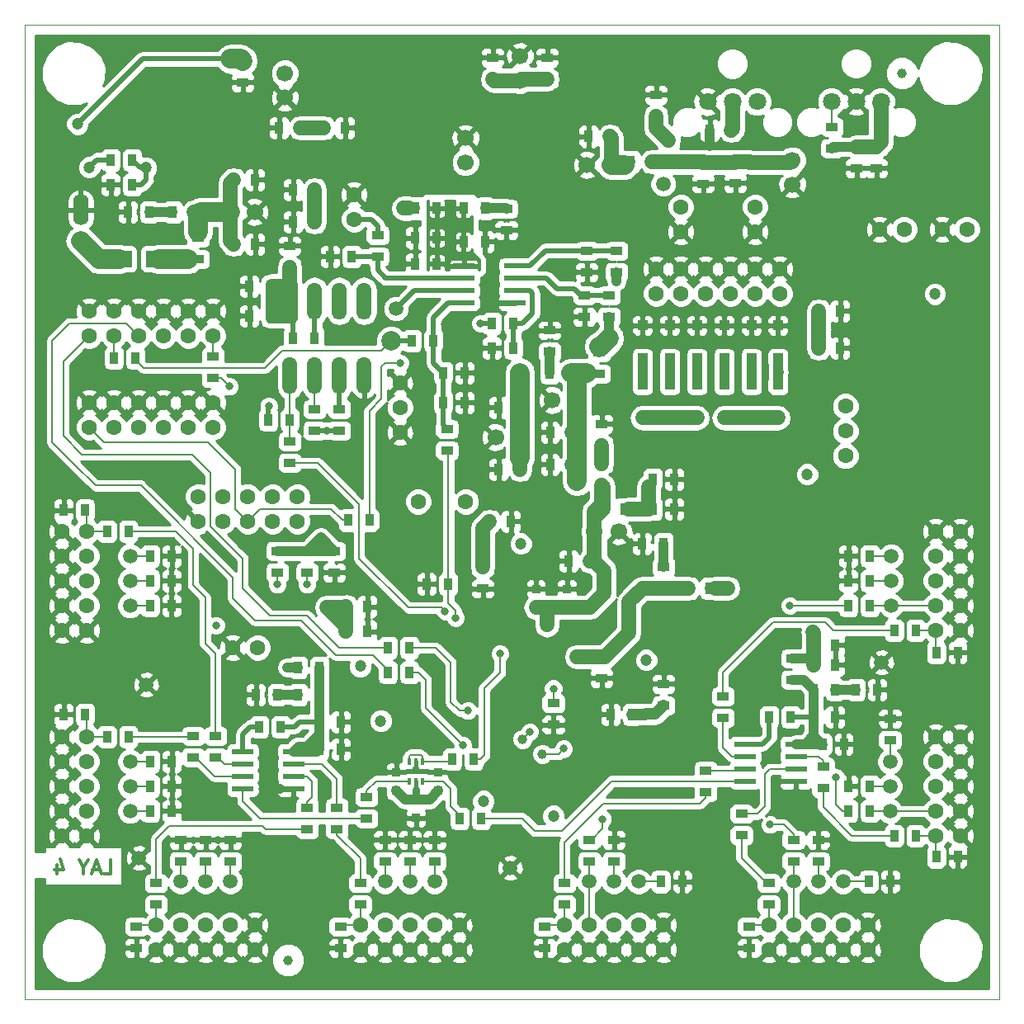
<source format=gbl>
G04 #@! TF.FileFunction,Copper,L4,Bot,Signal*
%FSLAX46Y46*%
G04 Gerber Fmt 4.6, Leading zero omitted, Abs format (unit mm)*
G04 Created by KiCad (PCBNEW 4.0.2-stable) date 25/05/2016 09:45:10*
%MOMM*%
G01*
G04 APERTURE LIST*
%ADD10C,0.150000*%
%ADD11C,0.300000*%
%ADD12C,0.100000*%
%ADD13R,2.200000X0.600000*%
%ADD14C,1.600000*%
%ADD15O,1.524000X3.810000*%
%ADD16R,0.900000X1.300000*%
%ADD17C,1.500000*%
%ADD18R,1.000000X1.000000*%
%ADD19R,0.900000X0.900000*%
%ADD20C,1.000000*%
%ADD21R,1.300000X0.900000*%
%ADD22C,2.000000*%
%ADD23R,0.450000X0.800000*%
%ADD24C,1.700000*%
%ADD25O,1.600000X3.200000*%
%ADD26R,2.500000X1.700000*%
%ADD27C,1.800000*%
%ADD28C,0.800000*%
%ADD29C,1.200000*%
%ADD30C,4.000000*%
%ADD31C,0.135000*%
%ADD32C,0.200000*%
%ADD33C,0.500000*%
%ADD34C,0.600000*%
%ADD35C,1.000000*%
%ADD36C,0.550000*%
%ADD37C,0.440000*%
%ADD38C,0.450000*%
%ADD39C,1.500000*%
%ADD40C,2.000000*%
%ADD41C,1.200000*%
%ADD42C,0.800000*%
%ADD43C,0.400000*%
%ADD44C,0.900000*%
%ADD45C,0.254000*%
G04 APERTURE END LIST*
D10*
D11*
X8107142Y12821429D02*
X8821428Y12821429D01*
X8821428Y14321429D01*
X7678571Y13250000D02*
X6964285Y13250000D01*
X7821428Y12821429D02*
X7321428Y14321429D01*
X6821428Y12821429D01*
X6035714Y13535714D02*
X6035714Y12821429D01*
X6535714Y14321429D02*
X6035714Y13535714D01*
X5535714Y14321429D01*
X3250000Y13821429D02*
X3250000Y12821429D01*
X3607143Y14392857D02*
X3964286Y13321429D01*
X3035714Y13321429D01*
D12*
X100000000Y100000000D02*
X100000000Y0D01*
X0Y100000000D02*
X100000000Y100000000D01*
X0Y0D02*
X0Y100000000D01*
X15000000Y0D02*
X0Y0D01*
X100000000Y0D02*
X15000000Y0D01*
D13*
X79114000Y26162000D03*
X79114000Y24892000D03*
X79114000Y23622000D03*
X79114000Y22352000D03*
X73914000Y22352000D03*
X73914000Y23622000D03*
X73914000Y24892000D03*
X73914000Y26162000D03*
D14*
X38481000Y63246000D03*
X38481000Y58166000D03*
X38481000Y60706000D03*
D13*
X27552000Y25400000D03*
X27552000Y24130000D03*
X27552000Y22860000D03*
X27552000Y21590000D03*
X22352000Y21590000D03*
X22352000Y22860000D03*
X22352000Y24130000D03*
X22352000Y25400000D03*
D14*
X27940000Y51562000D03*
X27940000Y49022000D03*
X25400000Y51562000D03*
X25400000Y49022000D03*
X22860000Y51562000D03*
X22860000Y49022000D03*
X20320000Y51562000D03*
X20320000Y49022000D03*
X17780000Y51562000D03*
X17780000Y49022000D03*
X45239000Y51054000D03*
X40359000Y51054000D03*
D15*
X27178000Y64008000D03*
X29718000Y64008000D03*
X32258000Y64008000D03*
X34798000Y64008000D03*
X27178000Y71628000D03*
X29718000Y71628000D03*
X32258000Y71628000D03*
X34798000Y71628000D03*
D16*
X43858000Y24638000D03*
X46058000Y24638000D03*
D17*
X81407000Y12065000D03*
X78867000Y12065000D03*
X83947000Y12065000D03*
D18*
X77279000Y59641000D03*
X77279000Y63041000D03*
X77279000Y65737000D03*
X77279000Y69137000D03*
X74549000Y59641000D03*
X74549000Y63041000D03*
X74549000Y65737000D03*
X74549000Y69137000D03*
X71755000Y59641000D03*
X71755000Y63041000D03*
X71755000Y65737000D03*
X71755000Y69137000D03*
X68961000Y59641000D03*
X68961000Y63041000D03*
X68961000Y65737000D03*
X68961000Y69137000D03*
X66167000Y59641000D03*
X66167000Y63041000D03*
X66167000Y65737000D03*
X66167000Y69137000D03*
X63373000Y59641000D03*
X63373000Y63041000D03*
X63373000Y65737000D03*
X63373000Y69137000D03*
D17*
X10795000Y45466000D03*
X12446000Y32258000D03*
X10795000Y24384000D03*
X11684000Y14478000D03*
X16002000Y12065000D03*
X49784000Y13462000D03*
X36957000Y12065000D03*
X10795000Y42926000D03*
X10795000Y40386000D03*
X10795000Y21844000D03*
X10795000Y19304000D03*
X18542000Y12065000D03*
X21082000Y12065000D03*
X39497000Y12065000D03*
X42037000Y12065000D03*
X57912000Y12065000D03*
X60452000Y12065000D03*
X62992000Y12065000D03*
X88773000Y19304000D03*
X88773000Y21844000D03*
X88773000Y24384000D03*
X88900000Y40386000D03*
X88900000Y42926000D03*
X88900000Y45466000D03*
X38100000Y70866000D03*
D19*
X52451000Y40198000D03*
X52451000Y42098000D03*
D20*
X51054000Y26670000D03*
X53086000Y25146000D03*
D13*
X50243000Y75247000D03*
X50243000Y73977000D03*
X50243000Y72707000D03*
X50243000Y71437000D03*
X45043000Y71437000D03*
X45043000Y72707000D03*
X45043000Y73977000D03*
X45043000Y75247000D03*
D16*
X26078000Y89408000D03*
X28278000Y89408000D03*
X32850000Y89408000D03*
X30650000Y89408000D03*
X8806000Y83566000D03*
X11006000Y83566000D03*
D21*
X22355600Y96265000D03*
X22355600Y94065000D03*
D16*
X80942000Y36322000D03*
X83142000Y36322000D03*
X80942000Y34290000D03*
X83142000Y34290000D03*
X64432000Y53340000D03*
X66632000Y53340000D03*
X64432000Y50292000D03*
X66632000Y50292000D03*
X32936000Y37719000D03*
X35136000Y37719000D03*
X32936000Y40259000D03*
X35136000Y40259000D03*
X30226000Y31242000D03*
X28026000Y31242000D03*
X25908000Y31242000D03*
X23708000Y31242000D03*
X81450000Y66802000D03*
X83650000Y66802000D03*
X81450000Y70612000D03*
X83650000Y70612000D03*
X29718000Y79756000D03*
X27518000Y79756000D03*
X29718000Y83058000D03*
X27518000Y83058000D03*
D21*
X27178000Y55034000D03*
X27178000Y57234000D03*
X29718000Y58336000D03*
X29718000Y60536000D03*
X16002000Y16340000D03*
X16002000Y14140000D03*
D16*
X15070000Y24384000D03*
X12870000Y24384000D03*
X15070000Y45466000D03*
X12870000Y45466000D03*
D21*
X18542000Y16340000D03*
X18542000Y14140000D03*
D16*
X15070000Y21844000D03*
X12870000Y21844000D03*
X15048000Y42926000D03*
X12848000Y42926000D03*
D21*
X21082000Y16340000D03*
X21082000Y14140000D03*
D16*
X15070000Y19304000D03*
X12870000Y19304000D03*
X15048000Y40386000D03*
X12848000Y40386000D03*
D21*
X13462000Y11895000D03*
X13462000Y9695000D03*
D16*
X10625000Y26924000D03*
X8425000Y26924000D03*
X10625000Y48006000D03*
X8425000Y48006000D03*
X84498000Y42926000D03*
X86698000Y42926000D03*
X84498000Y21844000D03*
X86698000Y21844000D03*
D21*
X81407000Y16340000D03*
X81407000Y14140000D03*
X60452000Y16340000D03*
X60452000Y14140000D03*
D16*
X84498000Y45466000D03*
X86698000Y45466000D03*
D21*
X88773000Y28786000D03*
X88773000Y26586000D03*
D16*
X88793500Y12065000D03*
X86593500Y12065000D03*
X67444800Y12065000D03*
X65244800Y12065000D03*
X86698000Y40386000D03*
X84498000Y40386000D03*
X91397000Y37846000D03*
X89197000Y37846000D03*
X86698000Y19304000D03*
X84498000Y19304000D03*
X91397000Y16764000D03*
X89197000Y16764000D03*
D21*
X78867000Y14140000D03*
X78867000Y16340000D03*
X76327000Y9695000D03*
X76327000Y11895000D03*
X57912000Y14140000D03*
X57912000Y16340000D03*
X55372000Y9695000D03*
X55372000Y11895000D03*
X57404000Y70020000D03*
X57404000Y72220000D03*
X27178000Y75100000D03*
X27178000Y77300000D03*
D16*
X43434000Y42608500D03*
X41234000Y42608500D03*
D21*
X53848000Y66421000D03*
X53848000Y68621000D03*
X49403000Y81110000D03*
X49403000Y78910000D03*
D16*
X50800000Y60706000D03*
X48600000Y60706000D03*
D21*
X19558000Y27008000D03*
X19558000Y24808000D03*
X17272000Y27008000D03*
X17272000Y24808000D03*
X32004000Y17442000D03*
X32004000Y19642000D03*
X71628000Y31072000D03*
X71628000Y28872000D03*
X69850000Y21252000D03*
X69850000Y23452000D03*
D16*
X24046000Y27940000D03*
X26246000Y27940000D03*
X76370000Y28956000D03*
X78570000Y28956000D03*
X80942000Y31750000D03*
X83142000Y31750000D03*
X30226000Y28448000D03*
X32426000Y28448000D03*
X30226000Y25654000D03*
X32426000Y25654000D03*
X81831000Y26162000D03*
X84031000Y26162000D03*
X80942000Y28956000D03*
X83142000Y28956000D03*
X85260000Y31750000D03*
X87460000Y31750000D03*
D21*
X43307000Y56304000D03*
X43307000Y58504000D03*
D16*
X42926000Y61214000D03*
X45126000Y61214000D03*
X27518000Y67818000D03*
X29718000Y67818000D03*
X39710000Y67564000D03*
X41910000Y67564000D03*
D21*
X36195000Y76200000D03*
X36195000Y78400000D03*
D16*
X33147000Y49149000D03*
X35347000Y49149000D03*
D21*
X82804000Y87292000D03*
X82804000Y89492000D03*
X66040000Y85895000D03*
X66040000Y88095000D03*
D16*
X17356000Y80772000D03*
X15156000Y80772000D03*
X11006000Y86106000D03*
X8806000Y86106000D03*
D21*
X65532000Y42164000D03*
X65532000Y44364000D03*
X32258000Y58336000D03*
X32258000Y60536000D03*
D16*
X24978000Y59436000D03*
X27178000Y59436000D03*
D21*
X59182000Y52748000D03*
X59182000Y54948000D03*
D16*
X45126000Y64262000D03*
X42926000Y64262000D03*
X56048000Y64262000D03*
X53848000Y64262000D03*
X47922000Y66802000D03*
X50122000Y66802000D03*
D21*
X57658000Y74592000D03*
X57658000Y76792000D03*
X54229000Y28158000D03*
X54229000Y30358000D03*
D16*
X47922000Y69342000D03*
X50122000Y69342000D03*
D21*
X59944000Y70020000D03*
X59944000Y72220000D03*
X60706000Y74592000D03*
X60706000Y76792000D03*
D16*
X45001000Y81153000D03*
X47201000Y81153000D03*
D21*
X28956000Y45974000D03*
X28956000Y43774000D03*
X25908000Y45974000D03*
X25908000Y43774000D03*
D16*
X62146000Y85915500D03*
X64346000Y85915500D03*
D21*
X17780000Y75946000D03*
X17780000Y78146000D03*
D16*
X68072000Y42164000D03*
X70272000Y42164000D03*
X61552000Y50292000D03*
X59352000Y50292000D03*
X72474000Y89154000D03*
X70274000Y89154000D03*
D21*
X64770000Y90594000D03*
X64770000Y92794000D03*
D16*
X60031600Y88518000D03*
X57831600Y88518000D03*
D21*
X53594000Y94404000D03*
X53594000Y96604000D03*
X48006000Y94404000D03*
X48006000Y96604000D03*
D16*
X23622000Y77470000D03*
X21422000Y77470000D03*
X23622000Y84074000D03*
X21422000Y84074000D03*
X12784000Y80772000D03*
X10584000Y80772000D03*
X25230000Y73152000D03*
X23030000Y73152000D03*
X65532000Y46736000D03*
X63332000Y46736000D03*
D21*
X59182000Y56812000D03*
X59182000Y59012000D03*
D16*
X33528000Y76200000D03*
X31328000Y76200000D03*
X45001000Y77724000D03*
X47201000Y77724000D03*
X42248000Y75438000D03*
X40048000Y75438000D03*
X50800000Y54356000D03*
X48600000Y54356000D03*
D21*
X31750000Y45974000D03*
X31750000Y43774000D03*
X81915000Y21633000D03*
X81915000Y23833000D03*
X28956000Y17442000D03*
X28956000Y19642000D03*
X73533000Y16807000D03*
X73533000Y19007000D03*
X36957000Y16340000D03*
X36957000Y14140000D03*
X42037000Y16340000D03*
X42037000Y14140000D03*
X34417000Y11895000D03*
X34417000Y9695000D03*
X39497000Y16340000D03*
X39497000Y14140000D03*
X85347600Y87459000D03*
X85347600Y85259000D03*
X87379600Y87459000D03*
X87379600Y85259000D03*
X72898000Y85936000D03*
X72898000Y83736000D03*
X69596000Y85872500D03*
X69596000Y83672500D03*
D22*
X37592000Y67564000D03*
D16*
X42248000Y78105000D03*
X40048000Y78105000D03*
X25230000Y70104000D03*
X23030000Y70104000D03*
D19*
X40132000Y20508000D03*
X40132000Y18608000D03*
X38100000Y21402000D03*
X38100000Y23302000D03*
X42418000Y21402000D03*
X42418000Y23302000D03*
D21*
X35052000Y18542000D03*
X35052000Y20742000D03*
D16*
X46820000Y18542000D03*
X44620000Y18542000D03*
D23*
X39482000Y24368000D03*
X40132000Y24368000D03*
X40782000Y24368000D03*
X40782000Y22368000D03*
X40132000Y22368000D03*
X39482000Y22368000D03*
D16*
X57996000Y44958000D03*
X55796000Y44958000D03*
D21*
X58928000Y66378000D03*
X58928000Y64178000D03*
D16*
X56091000Y54864000D03*
X53891000Y54864000D03*
X56091000Y58166000D03*
X53891000Y58166000D03*
D19*
X55626000Y40198000D03*
X55626000Y42098000D03*
D16*
X47668000Y49022000D03*
X49868000Y49022000D03*
D21*
X46990000Y44323000D03*
X46990000Y42123000D03*
D16*
X62314000Y29210000D03*
X60114000Y29210000D03*
D21*
X65532000Y30142000D03*
X65532000Y32342000D03*
X59182000Y35136000D03*
X59182000Y32936000D03*
D24*
X78740000Y86086000D03*
X78740000Y83586000D03*
X58443600Y48006000D03*
X60943600Y48006000D03*
X50800000Y94254000D03*
X50800000Y96754000D03*
X60178000Y85598000D03*
X57678000Y85598000D03*
X21082000Y80772000D03*
X23582000Y80772000D03*
X50800000Y57658000D03*
X48300000Y57658000D03*
X56622000Y61468000D03*
X54122000Y61468000D03*
X26673600Y94995000D03*
X26673600Y92495000D03*
X45212000Y85852000D03*
X45212000Y88352000D03*
D16*
X3980000Y50165000D03*
X6180000Y50165000D03*
X3980000Y29210000D03*
X6180000Y29210000D03*
D21*
X11430000Y5250000D03*
X11430000Y7450000D03*
X32385000Y5250000D03*
X32385000Y7450000D03*
D16*
X95715000Y35560000D03*
X93515000Y35560000D03*
X95715000Y14605000D03*
X93515000Y14605000D03*
D21*
X74295000Y5250000D03*
X74295000Y7450000D03*
X53340000Y5250000D03*
X53340000Y7450000D03*
X78740000Y34966000D03*
X78740000Y32766000D03*
D16*
X28026000Y34036000D03*
X30226000Y34036000D03*
X42248000Y81153000D03*
X40048000Y81153000D03*
D14*
X5715000Y77804000D03*
D25*
X5715000Y80979000D03*
D26*
X9684000Y75946000D03*
X13684000Y75946000D03*
D14*
X96647000Y78994000D03*
X94107000Y78994000D03*
X90220800Y78994000D03*
X87680800Y78994000D03*
X23876000Y36068000D03*
X21336000Y36068000D03*
X33782000Y80010000D03*
X33782000Y82550000D03*
X67310000Y81280000D03*
X67310000Y78740000D03*
X74930000Y81280000D03*
X74930000Y78740000D03*
X96012000Y37846000D03*
X93472000Y37846000D03*
X96012000Y40386000D03*
X93472000Y40386000D03*
X96012000Y42926000D03*
X93472000Y42926000D03*
X96012000Y45466000D03*
X93472000Y45466000D03*
X96012000Y48006000D03*
X93472000Y48006000D03*
X96012000Y16764000D03*
X93472000Y16764000D03*
X96012000Y19304000D03*
X93472000Y19304000D03*
X96012000Y21844000D03*
X93472000Y21844000D03*
X96012000Y24384000D03*
X93472000Y24384000D03*
X96012000Y26924000D03*
X93472000Y26924000D03*
X76327000Y5080000D03*
X76327000Y7620000D03*
X78867000Y5080000D03*
X78867000Y7620000D03*
X81407000Y5080000D03*
X81407000Y7620000D03*
X83947000Y5080000D03*
X83947000Y7620000D03*
X86487000Y5080000D03*
X86487000Y7620000D03*
X55372000Y5080000D03*
X55372000Y7620000D03*
X57912000Y5080000D03*
X57912000Y7620000D03*
X60452000Y5080000D03*
X60452000Y7620000D03*
X62992000Y5080000D03*
X62992000Y7620000D03*
X65532000Y5080000D03*
X65532000Y7620000D03*
X77470000Y74930000D03*
X77470000Y72390000D03*
X74930000Y74930000D03*
X74930000Y72390000D03*
X72390000Y74930000D03*
X72390000Y72390000D03*
X69850000Y74930000D03*
X69850000Y72390000D03*
X67310000Y74930000D03*
X67310000Y72390000D03*
X64770000Y74930000D03*
X64770000Y72390000D03*
X3810000Y48006000D03*
X6350000Y48006000D03*
X3810000Y45466000D03*
X6350000Y45466000D03*
X3810000Y42926000D03*
X6350000Y42926000D03*
X3810000Y40386000D03*
X6350000Y40386000D03*
X3810000Y37846000D03*
X6350000Y37846000D03*
X3810000Y26924000D03*
X6350000Y26924000D03*
X3810000Y24384000D03*
X6350000Y24384000D03*
X3810000Y21844000D03*
X6350000Y21844000D03*
X3810000Y19304000D03*
X6350000Y19304000D03*
X3810000Y16764000D03*
X6350000Y16764000D03*
X13462000Y5080000D03*
X13462000Y7620000D03*
X16002000Y5080000D03*
X16002000Y7620000D03*
X18542000Y5080000D03*
X18542000Y7620000D03*
X21082000Y5080000D03*
X21082000Y7620000D03*
X23622000Y5080000D03*
X23622000Y7620000D03*
X34417000Y5080000D03*
X34417000Y7620000D03*
X36957000Y5080000D03*
X36957000Y7620000D03*
X39497000Y5080000D03*
X39497000Y7620000D03*
X42037000Y5080000D03*
X42037000Y7620000D03*
X44577000Y5080000D03*
X44577000Y7620000D03*
X84201000Y55753000D03*
X84201000Y60833000D03*
X84201000Y58293000D03*
D27*
X82757000Y92100000D03*
X85297000Y92100000D03*
X87837000Y92100000D03*
X70057000Y92072000D03*
X72597000Y92072000D03*
X75137000Y92072000D03*
D20*
X27000000Y4000000D03*
X90000000Y95000000D03*
D16*
X39454000Y33528000D03*
X37254000Y33528000D03*
X39454000Y36068000D03*
X37254000Y36068000D03*
D17*
X87884000Y34544000D03*
D16*
X9144000Y65786000D03*
X11344000Y65786000D03*
D21*
X19304000Y65913000D03*
X19304000Y63713000D03*
D14*
X19304000Y61214000D03*
X19304000Y58674000D03*
X16764000Y61214000D03*
X16764000Y58674000D03*
X14224000Y61214000D03*
X14224000Y58674000D03*
X11684000Y61214000D03*
X11684000Y58674000D03*
X9144000Y61214000D03*
X9144000Y58674000D03*
X6604000Y58674000D03*
X6604000Y61214000D03*
X19304000Y70612000D03*
X19304000Y68072000D03*
X16764000Y70612000D03*
X16764000Y68072000D03*
X14224000Y70612000D03*
X14224000Y68072000D03*
X11684000Y70612000D03*
X11684000Y68072000D03*
X9144000Y70612000D03*
X9144000Y68072000D03*
X6604000Y68072000D03*
X6604000Y70612000D03*
D17*
X65497500Y83628500D03*
D28*
X45339000Y20256500D03*
X34163000Y29337000D03*
X34163000Y27940000D03*
X36576000Y23495000D03*
X25146000Y26543000D03*
X30480000Y21590000D03*
X26162000Y81407000D03*
X29972000Y76200000D03*
X31496000Y83693000D03*
X38100000Y78232000D03*
X81470500Y73406000D03*
X54038500Y78232000D03*
X59118500Y74612500D03*
X57594500Y80200500D03*
X54229000Y75628500D03*
X55626000Y71628000D03*
X55626000Y74168000D03*
X98298000Y61722000D03*
X98298000Y70612000D03*
X58928000Y23368000D03*
X67056000Y23368000D03*
X47688500Y33972500D03*
X53340000Y32893000D03*
X51181000Y35306000D03*
X50038000Y36449000D03*
X49784000Y38608000D03*
X48895000Y46863000D03*
X74041000Y27686000D03*
X75184000Y31877000D03*
X78613000Y31115000D03*
X56515000Y15240000D03*
X38230600Y17499600D03*
X36830000Y20066000D03*
X67056000Y21082000D03*
X60960000Y58928000D03*
X59182000Y60452000D03*
X89154000Y30226000D03*
X89154000Y31750000D03*
X84582000Y27940000D03*
X84582000Y28956000D03*
X85344000Y26162000D03*
X80264000Y21082000D03*
X78994000Y21082000D03*
X16256000Y23114000D03*
X21463000Y29210000D03*
X21971000Y31750000D03*
X24892000Y24130000D03*
X24384000Y21590000D03*
X25654000Y21590000D03*
X33528000Y87503000D03*
X24638000Y89408000D03*
X46990000Y13208000D03*
X8509000Y31115000D03*
X8509000Y33655000D03*
X13462000Y49403000D03*
X6731000Y66040000D03*
X28321000Y53467000D03*
X24765000Y53467000D03*
X23495000Y56642000D03*
X25527000Y68326000D03*
X77343000Y42926000D03*
X98044000Y52324000D03*
X47752000Y76073000D03*
X67310000Y45339000D03*
X88900000Y47498000D03*
X86614000Y50038000D03*
X98298000Y31242000D03*
X98298000Y33401000D03*
X97155000Y35560000D03*
X91186000Y12319000D03*
X90678000Y3175000D03*
X92456000Y8382000D03*
X98171000Y8763000D03*
X98171000Y12446000D03*
X97155000Y14605000D03*
X69850000Y2794000D03*
X72009000Y2794000D03*
X74295000Y3810000D03*
X48768000Y2794000D03*
X50927000Y2794000D03*
X53340000Y3683000D03*
X29972000Y2794000D03*
X32385000Y3683000D03*
X7493000Y10541000D03*
X2032000Y9779000D03*
X9144000Y2794000D03*
X11430000Y3683000D03*
X2540000Y50165000D03*
X2413000Y29210000D03*
X1778000Y30988000D03*
X1778000Y33655000D03*
X41529000Y58039000D03*
X37274500Y53530500D03*
X21463000Y66929000D03*
X21463000Y70104000D03*
X21463000Y72517000D03*
X2032000Y56388000D03*
X2413000Y69088000D03*
X2413000Y81280000D03*
X2413000Y76835000D03*
X2413000Y72517000D03*
X1651000Y64643000D03*
X2032000Y53848000D03*
X8128000Y54737000D03*
X14097000Y53467000D03*
X18796000Y47244000D03*
X23495000Y46990000D03*
X17653000Y33274000D03*
X16383000Y20383500D03*
X19875500Y41148000D03*
X67500500Y30861000D03*
X67500500Y32385000D03*
X72390000Y36131500D03*
X76644500Y45529500D03*
X71437500Y44323000D03*
X68961000Y40449500D03*
X64135000Y37211000D03*
X67500500Y34671000D03*
X55308500Y49720500D03*
X58356500Y96520000D03*
X58356500Y97599500D03*
X36322000Y30480000D03*
X54038500Y42418000D03*
X17208500Y40640000D03*
X53911500Y53213000D03*
X53911500Y59626500D03*
X53911500Y56451500D03*
X48514000Y62484000D03*
X47117000Y54356000D03*
X25146000Y84074000D03*
X27432000Y81407000D03*
X25400000Y77216000D03*
X28956000Y77216000D03*
X41148000Y64262000D03*
X44196000Y62738000D03*
X46736000Y61976000D03*
X51244500Y49022000D03*
X65087500Y56642000D03*
X67881500Y51752500D03*
X67881500Y53340000D03*
X70358000Y66675000D03*
X76073000Y70548500D03*
X73660000Y70612000D03*
X64770000Y70167500D03*
X67564000Y70421500D03*
X49847500Y17335500D03*
X40132001Y23544471D03*
X50863500Y20320000D03*
X48958500Y20193000D03*
X26098500Y40513000D03*
X28702000Y40513000D03*
X38100000Y76962000D03*
X38100000Y75438000D03*
X43116500Y69215000D03*
X44704000Y67056000D03*
X47752000Y74422000D03*
X47752000Y72898000D03*
X47752000Y71374000D03*
X70294500Y87566500D03*
X57752000Y31049000D03*
X60706000Y32766000D03*
X60706000Y30988000D03*
X63754000Y31242000D03*
X63754000Y32766000D03*
X48831500Y44005500D03*
X48831500Y41656000D03*
X39560500Y31940500D03*
X39560500Y30416500D03*
X46355000Y59563000D03*
X55372000Y68707000D03*
X36957000Y44577000D03*
X40132000Y42545000D03*
X80454500Y52133500D03*
X81089500Y79692500D03*
X79184500Y49276000D03*
X72072500Y47307500D03*
X15430500Y66230500D03*
X37719000Y39179500D03*
X75946000Y57785000D03*
X53594000Y98234500D03*
X56197500Y98552000D03*
X46355000Y97599500D03*
X44767500Y96583500D03*
X48006000Y98044000D03*
X46355000Y96583500D03*
X56388000Y88455500D03*
X56388000Y90043000D03*
X31242000Y91440000D03*
X33655000Y91440000D03*
X36322000Y92710000D03*
D29*
X32319000Y97900000D03*
X65466000Y98027000D03*
X77023000Y98027000D03*
X87564000Y98027000D03*
D28*
X1966000Y98027000D03*
X86738500Y15667500D03*
X61973500Y66658000D03*
X78483500Y57133000D03*
X83563500Y53196000D03*
X92789800Y76326000D03*
X88003200Y74625200D03*
X82629800Y17601200D03*
X61522400Y17728200D03*
X59236400Y9549400D03*
X61700200Y9549400D03*
X64138600Y9574800D03*
X80191400Y9498600D03*
X82706000Y9498600D03*
X85093600Y9498600D03*
X85601600Y23113000D03*
X67466000Y15442200D03*
X68761400Y12064000D03*
X59185600Y15239000D03*
X76914800Y15569200D03*
X82680600Y15239000D03*
X88738500Y13778500D03*
X91532500Y20509500D03*
X91532500Y23113000D03*
X91532500Y25589500D03*
X91278500Y41591500D03*
X91278500Y44195000D03*
X82833000Y44195000D03*
X82833000Y46798500D03*
X82960000Y39369000D03*
X98250800Y76643500D03*
D29*
X97958700Y91451700D03*
X97971400Y85228700D03*
D28*
X40770600Y15239000D03*
X38230600Y15239000D03*
D29*
X41113500Y92518500D03*
D28*
X42164000Y31013400D03*
X65180000Y94360000D03*
D29*
X19396500Y88581500D03*
D28*
X8890000Y80772000D03*
X57255200Y42315400D03*
D29*
X87376000Y83312000D03*
X85344000Y83312000D03*
D28*
X49965400Y23392400D03*
X44885400Y30987000D03*
X50012600Y25679400D03*
D29*
X73181000Y56641000D03*
X70387000Y56641000D03*
X67466000Y56641000D03*
D28*
X85373000Y69785500D03*
X85373000Y68642500D03*
X70387000Y70420500D03*
X92358000Y65658000D03*
X92408800Y70738000D03*
X91240400Y67182000D03*
X85347600Y67334400D03*
D17*
X90072000Y55396400D03*
X92510400Y56818800D03*
X94593200Y74344800D03*
X85804800Y76630800D03*
D28*
X8868000Y95615500D03*
X13694000Y98473000D03*
X22520500Y98409500D03*
X20679000Y98409500D03*
X17885000Y98409500D03*
D29*
X9122000Y98155500D03*
X27156000Y8747500D03*
D28*
X23600000Y14081500D03*
X23600000Y11795500D03*
X19790000Y16367500D03*
X14519500Y15224500D03*
X13948000Y46974500D03*
X15027500Y46974500D03*
X8382000Y44196000D03*
X8382000Y41656000D03*
X8382000Y23114000D03*
X8382000Y20574000D03*
X17272000Y9652000D03*
X19812000Y9652000D03*
X38227000Y9652000D03*
X40767000Y9652000D03*
D29*
X1778000Y84836000D03*
X1778000Y88900000D03*
D28*
X8890000Y87884000D03*
X11176000Y87884000D03*
X19685000Y92456000D03*
X21590000Y92456000D03*
X22479000Y92456000D03*
X20701000Y92456000D03*
X18669000Y92456000D03*
D29*
X22606000Y90551000D03*
D28*
X60134500Y38417500D03*
D29*
X84836000Y34226500D03*
X84836000Y36322000D03*
D28*
X56007000Y30988000D03*
D30*
X50021200Y30958178D03*
D29*
X46990000Y46482000D03*
X50800000Y62865000D03*
X50800000Y64262000D03*
X47056000Y20320000D03*
X63754000Y29276000D03*
X34417000Y34163000D03*
D28*
X53572000Y38402000D03*
X38994000Y20508000D03*
X56642000Y59690000D03*
X56642000Y53149500D03*
X57658000Y64262000D03*
D29*
X54229000Y18796000D03*
X63754000Y34798000D03*
X36510000Y28558000D03*
X50879800Y46735000D03*
D28*
X56625212Y35142410D03*
D29*
X29464000Y89408000D03*
D28*
X46736000Y69342000D03*
X78486000Y40386000D03*
X59274500Y18477500D03*
X76454000Y17906000D03*
X83214000Y22732000D03*
X77343000Y64322248D03*
X74549000Y64341809D03*
X71755000Y64322248D03*
X68961000Y64322248D03*
X66167000Y64263564D03*
X63373000Y64302687D03*
X38481000Y65278000D03*
X44196000Y39116000D03*
X81470500Y68770500D03*
X74422000Y85852000D03*
X71374000Y85872500D03*
D29*
X80264000Y53848000D03*
X93374000Y72363600D03*
X29718000Y81280000D03*
D28*
X60706000Y73660000D03*
X26924000Y34036000D03*
X30988000Y40216000D03*
D29*
X72136000Y42164000D03*
D28*
X19621500Y38354000D03*
D29*
X62992000Y50292000D03*
D28*
X75946000Y59641000D03*
X64770000Y59641000D03*
D29*
X59944000Y67818000D03*
D28*
X38862000Y81153000D03*
D29*
X6604000Y85344000D03*
D28*
X25019000Y60833000D03*
X30988000Y58293000D03*
X30353000Y47371000D03*
X80877000Y37640000D03*
X28956000Y42545000D03*
X25908000Y42545000D03*
X54223562Y31862045D03*
X43116500Y39814500D03*
X55281294Y25690294D03*
X51816000Y27432000D03*
D29*
X12400000Y85300000D03*
D28*
X48746200Y35435781D03*
X20955000Y62865000D03*
X44958000Y26035000D03*
X45466000Y29591000D03*
X21085600Y96476000D03*
D29*
X5400000Y89800000D03*
D31*
X32426000Y28448000D02*
X33655000Y28448000D01*
X33655000Y28448000D02*
X34163000Y27940000D01*
X38100000Y23302000D02*
X36769000Y23302000D01*
X36769000Y23302000D02*
X36576000Y23495000D01*
X24892000Y24130000D02*
X24892000Y26289000D01*
X24892000Y26289000D02*
X25146000Y26543000D01*
D32*
X47201000Y77724000D02*
X47201000Y76624000D01*
X47201000Y76624000D02*
X47752000Y76073000D01*
D33*
X31328000Y76200000D02*
X29972000Y76200000D01*
D11*
X40111500Y78105000D02*
X38227000Y78105000D01*
X38227000Y78105000D02*
X38100000Y78232000D01*
X81089500Y79692500D02*
X81089500Y73787000D01*
X81089500Y73787000D02*
X81470500Y73406000D01*
X57658000Y74592000D02*
X59098000Y74592000D01*
X59098000Y74592000D02*
X59118500Y74612500D01*
D32*
X63246000Y23368000D02*
X58928000Y23368000D01*
X67056000Y23368000D02*
X63246000Y23368000D01*
X48831500Y44005500D02*
X48831500Y46799500D01*
X48831500Y46799500D02*
X48895000Y46863000D01*
X75184000Y31877000D02*
X75184000Y28829000D01*
X75184000Y28829000D02*
X74041000Y27686000D01*
X78613000Y31115000D02*
X75946000Y31115000D01*
X75946000Y31115000D02*
X75184000Y31877000D01*
X36957000Y16340000D02*
X36957000Y19939000D01*
X36957000Y19939000D02*
X36830000Y20066000D01*
X59182000Y59012000D02*
X60876000Y59012000D01*
X60876000Y59012000D02*
X60960000Y58928000D01*
X59182000Y59012000D02*
X59182000Y60452000D01*
D31*
X89154000Y31750000D02*
X89154000Y30226000D01*
X87460000Y31750000D02*
X89154000Y31750000D01*
X84031000Y26162000D02*
X84031000Y27389000D01*
X84031000Y27389000D02*
X84582000Y27940000D01*
X83142000Y28956000D02*
X84582000Y28956000D01*
X84031000Y26162000D02*
X85344000Y26162000D01*
D33*
X79114000Y22352000D02*
X79114000Y21202000D01*
X79114000Y21202000D02*
X78994000Y21082000D01*
D31*
X16383000Y20383500D02*
X16383000Y22987000D01*
X16383000Y22987000D02*
X16256000Y23114000D01*
D32*
X21971000Y31750000D02*
X21971000Y29718000D01*
X21971000Y29718000D02*
X21463000Y29210000D01*
X23708000Y31242000D02*
X22479000Y31242000D01*
X22479000Y31242000D02*
X21971000Y31750000D01*
D34*
X27552000Y21590000D02*
X26162000Y21590000D01*
D35*
X25654000Y21590000D02*
X26162000Y21590000D01*
D32*
X25654000Y21590000D02*
X25654000Y23368000D01*
X25654000Y23368000D02*
X24892000Y24130000D01*
X32850000Y89408000D02*
X32850000Y88181000D01*
X32850000Y88181000D02*
X33528000Y87503000D01*
D33*
X26078000Y89408000D02*
X24638000Y89408000D01*
D32*
X12446000Y32258000D02*
X11049000Y33655000D01*
X11049000Y33655000D02*
X8509000Y33655000D01*
X6985000Y51435000D02*
X11430000Y51435000D01*
X11430000Y51435000D02*
X13462000Y49403000D01*
X6350000Y52070000D02*
X6985000Y51435000D01*
X4064000Y52070000D02*
X6350000Y52070000D01*
X3937000Y51943000D02*
X4064000Y52070000D01*
X3937000Y51058000D02*
X3937000Y51943000D01*
X3980000Y50165000D02*
X3980000Y51015000D01*
X3980000Y51015000D02*
X3937000Y51058000D01*
X5334000Y62484000D02*
X5334000Y64643000D01*
X5334000Y64643000D02*
X6731000Y66040000D01*
X6604000Y61214000D02*
X5334000Y62484000D01*
X23495000Y56642000D02*
X23495000Y62992000D01*
X23495000Y56642000D02*
X23495000Y54737000D01*
X23495000Y54737000D02*
X24765000Y53467000D01*
X21463000Y66929000D02*
X24130000Y66929000D01*
X24130000Y66929000D02*
X25527000Y68326000D01*
X28702000Y40513000D02*
X26098500Y40513000D01*
X76644500Y45529500D02*
X76644500Y43624500D01*
X76644500Y43624500D02*
X77343000Y42926000D01*
X83563500Y53196000D02*
X86614000Y50145500D01*
X86614000Y50145500D02*
X86614000Y50038000D01*
X98298000Y33401000D02*
X98298000Y31242000D01*
X95715000Y35560000D02*
X97155000Y35560000D01*
X88793500Y12065000D02*
X90932000Y12065000D01*
X90932000Y12065000D02*
X91186000Y12319000D01*
X92456000Y8382000D02*
X90678000Y6604000D01*
X90678000Y6604000D02*
X90678000Y3175000D01*
X98171000Y12446000D02*
X98171000Y8763000D01*
X95715000Y14605000D02*
X97155000Y14605000D01*
X72009000Y2794000D02*
X69850000Y2794000D01*
X74295000Y5250000D02*
X74295000Y3810000D01*
X50927000Y2794000D02*
X48768000Y2794000D01*
X53340000Y5250000D02*
X53340000Y3683000D01*
X32385000Y5250000D02*
X32385000Y3683000D01*
X2032000Y9779000D02*
X6731000Y9779000D01*
X6731000Y9779000D02*
X7493000Y10541000D01*
X11430000Y5250000D02*
X11430000Y3683000D01*
X3980000Y50165000D02*
X2540000Y50165000D01*
X3980000Y29210000D02*
X2413000Y29210000D01*
X1778000Y33655000D02*
X1778000Y30988000D01*
X21463000Y70104000D02*
X21463000Y66929000D01*
X23030000Y70104000D02*
X21463000Y70104000D01*
X21463000Y72517000D02*
X21463000Y70104000D01*
X23030000Y73152000D02*
X22098000Y73152000D01*
X22098000Y73152000D02*
X21463000Y72517000D01*
D31*
X2032000Y56388000D02*
X2032000Y64262000D01*
X2032000Y53848000D02*
X2032000Y56388000D01*
X2413000Y72517000D02*
X2413000Y69088000D01*
X2413000Y72517000D02*
X2413000Y76835000D01*
X1651000Y64643000D02*
X1651000Y71755000D01*
X1651000Y71755000D02*
X2413000Y72517000D01*
X2032000Y64262000D02*
X1651000Y64643000D01*
D32*
X14097000Y53467000D02*
X9398000Y53467000D01*
X9398000Y53467000D02*
X8128000Y54737000D01*
X16249500Y19304000D02*
X16249500Y20250000D01*
X16249500Y20250000D02*
X16383000Y20383500D01*
X65532000Y32342000D02*
X67457500Y32342000D01*
X67457500Y32342000D02*
X67500500Y32385000D01*
X64135000Y37211000D02*
X68072000Y37211000D01*
X68072000Y37211000D02*
X68072000Y39560500D01*
X68072000Y39560500D02*
X68961000Y40449500D01*
X67500500Y34671000D02*
X67500500Y36639500D01*
X67500500Y36639500D02*
X68072000Y37211000D01*
X64579500Y33591500D02*
X66421000Y33591500D01*
X66421000Y33591500D02*
X67500500Y34671000D01*
X63754000Y32766000D02*
X64579500Y33591500D01*
D36*
X40308472Y23368000D02*
X40132001Y23544471D01*
D32*
X58356500Y97599500D02*
X58356500Y96520000D01*
D11*
X34544000Y30480000D02*
X36322000Y30480000D01*
X15048000Y40386000D02*
X16954500Y40386000D01*
X16954500Y40386000D02*
X17208500Y40640000D01*
X53891000Y54864000D02*
X53891000Y53233500D01*
X53891000Y53233500D02*
X53911500Y53213000D01*
X53891000Y58166000D02*
X53891000Y59606000D01*
X53891000Y59606000D02*
X53911500Y59626500D01*
X53891000Y54864000D02*
X53891000Y56431000D01*
X53891000Y56431000D02*
X53911500Y56451500D01*
X48600000Y60706000D02*
X48600000Y62398000D01*
X48600000Y62398000D02*
X48514000Y62484000D01*
X48600000Y54356000D02*
X47117000Y54356000D01*
X23622000Y84074000D02*
X25146000Y84074000D01*
X27518000Y83058000D02*
X27518000Y81493000D01*
X27518000Y81493000D02*
X27432000Y81407000D01*
X27178000Y77300000D02*
X25484000Y77300000D01*
X25484000Y77300000D02*
X25400000Y77216000D01*
X27178000Y77300000D02*
X28872000Y77300000D01*
X28872000Y77300000D02*
X28956000Y77216000D01*
X45212000Y62738000D02*
X44196000Y62738000D01*
X45212000Y62738000D02*
X45974000Y62738000D01*
X45974000Y62738000D02*
X46736000Y61976000D01*
X45126000Y62824000D02*
X45212000Y62738000D01*
X45126000Y64262000D02*
X45126000Y62824000D01*
D32*
X49868000Y49022000D02*
X51244500Y49022000D01*
X64854000Y56642000D02*
X65087500Y56642000D01*
D11*
X67466000Y56641000D02*
X65088500Y56641000D01*
X65088500Y56641000D02*
X65087500Y56642000D01*
X67881500Y53340000D02*
X67881500Y51752500D01*
X66632000Y53340000D02*
X67881500Y53340000D01*
D31*
X78483500Y57133000D02*
X78483500Y53340000D01*
D32*
X80454500Y52133500D02*
X79690000Y52133500D01*
X79690000Y52133500D02*
X78483500Y53340000D01*
D36*
X41352000Y23368000D02*
X40308472Y23368000D01*
X42418000Y23302000D02*
X41418000Y23302000D01*
X41418000Y23302000D02*
X41352000Y23368000D01*
X39166000Y23368000D02*
X39955530Y23368000D01*
X39955530Y23368000D02*
X40132001Y23544471D01*
X38100000Y23302000D02*
X39100000Y23302000D01*
X39100000Y23302000D02*
X39166000Y23368000D01*
D31*
X67564000Y70421500D02*
X66167000Y70421500D01*
X66167000Y70421500D02*
X65024000Y70421500D01*
X66167000Y69137000D02*
X66167000Y69772000D01*
X66167000Y69772000D02*
X66167000Y70421500D01*
X70387000Y70420500D02*
X71755000Y70420500D01*
X71755000Y70420500D02*
X73468500Y70420500D01*
X71755000Y69137000D02*
X71755000Y70420500D01*
X73660000Y70612000D02*
X76009500Y70612000D01*
X76009500Y70612000D02*
X76073000Y70548500D01*
X73468500Y70420500D02*
X73660000Y70612000D01*
X65024000Y70421500D02*
X64770000Y70167500D01*
X70387000Y70420500D02*
X67565000Y70420500D01*
X67565000Y70420500D02*
X67564000Y70421500D01*
X23600000Y11795500D02*
X26648000Y8747500D01*
X26648000Y8747500D02*
X27156000Y8747500D01*
D37*
X40132000Y24368000D02*
X40132000Y23544472D01*
D38*
X40132000Y23544472D02*
X40132001Y23544471D01*
D31*
X48958500Y20193000D02*
X50736500Y20193000D01*
X50736500Y20193000D02*
X50863500Y20320000D01*
D33*
X40111500Y75438000D02*
X38100000Y75438000D01*
X47752000Y72898000D02*
X47752000Y74422000D01*
X50243000Y71437000D02*
X47815000Y71437000D01*
X47815000Y71437000D02*
X47752000Y71374000D01*
D35*
X70274000Y89154000D02*
X70274000Y87587000D01*
X70274000Y87587000D02*
X70294500Y87566500D01*
D11*
X60706000Y30988000D02*
X60706000Y32766000D01*
X45126000Y60030000D02*
X45593000Y59563000D01*
X45593000Y59563000D02*
X46355000Y59563000D01*
X45126000Y61214000D02*
X45126000Y60030000D01*
X53848000Y68621000D02*
X55286000Y68621000D01*
X55286000Y68621000D02*
X55372000Y68707000D01*
X61976000Y68707000D02*
X62406000Y69137000D01*
X62406000Y69137000D02*
X63373000Y69137000D01*
X61976000Y67226185D02*
X61976000Y68707000D01*
X61973500Y66658000D02*
X61973500Y67223685D01*
X61973500Y67223685D02*
X61976000Y67226185D01*
D31*
X40132000Y42545000D02*
X38989000Y42545000D01*
X38989000Y42545000D02*
X36957000Y44577000D01*
X41234000Y42608500D02*
X40195500Y42608500D01*
X40195500Y42608500D02*
X40132000Y42545000D01*
X80833000Y81493000D02*
X81089500Y81236500D01*
X81089500Y81236500D02*
X81089500Y79692500D01*
D32*
X75946000Y57785000D02*
X74325000Y57785000D01*
X74325000Y57785000D02*
X73181000Y56641000D01*
X78483500Y57133000D02*
X76598000Y57133000D01*
X76598000Y57133000D02*
X75946000Y57785000D01*
D31*
X84836000Y34226500D02*
X83205500Y34226500D01*
X83205500Y34226500D02*
X83142000Y34290000D01*
D32*
X8890000Y80772000D02*
X10584000Y80772000D01*
D31*
X53594000Y96604000D02*
X53594000Y98234500D01*
D32*
X48006000Y96604000D02*
X48006000Y98044000D01*
X48006000Y96604000D02*
X46375500Y96604000D01*
X46375500Y96604000D02*
X46355000Y96583500D01*
X57831600Y88518000D02*
X56450500Y88518000D01*
X56450500Y88518000D02*
X56388000Y88455500D01*
X77023000Y98027000D02*
X65466000Y98027000D01*
X90456300Y91451700D02*
X87564000Y94344000D01*
X87564000Y94344000D02*
X87564000Y98027000D01*
X97958700Y91451700D02*
X90456300Y91451700D01*
X7766972Y98662000D02*
X2601000Y98662000D01*
X2601000Y98662000D02*
X1966000Y98027000D01*
X9122000Y98155500D02*
X8273472Y98155500D01*
X8273472Y98155500D02*
X7766972Y98662000D01*
X80198000Y82128000D02*
X80833000Y81493000D01*
X78740000Y83586000D02*
X80198000Y82128000D01*
D31*
X81410600Y17626600D02*
X82604400Y17626600D01*
X82604400Y17626600D02*
X82629800Y17601200D01*
X81407000Y17623000D02*
X81410600Y17626600D01*
X81407000Y16340000D02*
X81407000Y17623000D01*
X60455600Y17423400D02*
X60760400Y17728200D01*
X60760400Y17728200D02*
X61522400Y17728200D01*
X60455600Y16928600D02*
X60455600Y17423400D01*
X60452000Y16340000D02*
X60452000Y16925000D01*
X60452000Y16925000D02*
X60455600Y16928600D01*
X61700200Y9549400D02*
X59236400Y9549400D01*
X64138600Y9574800D02*
X61725600Y9574800D01*
X61725600Y9574800D02*
X61700200Y9549400D01*
X65532000Y7620000D02*
X64138600Y9013400D01*
X64138600Y9013400D02*
X64138600Y9574800D01*
X82706000Y9498600D02*
X80191400Y9498600D01*
X85093600Y9498600D02*
X82706000Y9498600D01*
X86487000Y7620000D02*
X85093600Y9013400D01*
X85093600Y9013400D02*
X85093600Y9498600D01*
X84509400Y22986000D02*
X84636400Y23113000D01*
X84636400Y23113000D02*
X85601600Y23113000D01*
X84509400Y22640400D02*
X84509400Y22986000D01*
X84498000Y21844000D02*
X84498000Y22629000D01*
X84498000Y22629000D02*
X84509400Y22640400D01*
X67444800Y12065000D02*
X67444800Y15421000D01*
X67444800Y15421000D02*
X67466000Y15442200D01*
X67444800Y12065000D02*
X68760400Y12065000D01*
X68760400Y12065000D02*
X68761400Y12064000D01*
X81563000Y15239000D02*
X82680600Y15239000D01*
X81410600Y15391400D02*
X81563000Y15239000D01*
X81410600Y15751400D02*
X81410600Y15391400D01*
X81407000Y16340000D02*
X81407000Y15755000D01*
X81407000Y15755000D02*
X81410600Y15751400D01*
X91532500Y23113000D02*
X91532500Y20509500D01*
X91532500Y25589500D02*
X91532500Y23113000D01*
X93472000Y26924000D02*
X92137500Y25589500D01*
X92137500Y25589500D02*
X91532500Y25589500D01*
X91278500Y44195000D02*
X91278500Y41591500D01*
X93472000Y48006000D02*
X91278500Y45812500D01*
X91278500Y45812500D02*
X91278500Y44195000D01*
X82833000Y46798500D02*
X82833000Y44195000D01*
X82833000Y45592000D02*
X82833000Y46798500D01*
D32*
X98619100Y83732472D02*
X98619100Y77011800D01*
X98619100Y77011800D02*
X98250800Y76643500D01*
X97971400Y85228700D02*
X97971400Y84380172D01*
X97971400Y84380172D02*
X98619100Y83732472D01*
X87376000Y85260000D02*
X97940100Y85260000D01*
X97940100Y85260000D02*
X97971400Y85228700D01*
X40770600Y15804685D02*
X40770600Y17385300D01*
X40770600Y15239000D02*
X40770600Y15804685D01*
X38230600Y15804685D02*
X38230600Y17499600D01*
X38230600Y15239000D02*
X38230600Y15804685D01*
X36960600Y15429500D02*
X37151100Y15239000D01*
X37151100Y15239000D02*
X38230600Y15239000D01*
X36960600Y15686400D02*
X36960600Y15429500D01*
X36957000Y16340000D02*
X36957000Y15690000D01*
X36957000Y15690000D02*
X36960600Y15686400D01*
X64770000Y92794000D02*
X64770000Y93950000D01*
X64770000Y93950000D02*
X65180000Y94360000D01*
X87376000Y85260000D02*
X87376000Y83312000D01*
X85344000Y85260000D02*
X85344000Y83312000D01*
X70387000Y56641000D02*
X73181000Y56641000D01*
X67466000Y56641000D02*
X70387000Y56641000D01*
X85347600Y67334400D02*
X85347600Y68617100D01*
X85347600Y68617100D02*
X85373000Y68642500D01*
D39*
X70147000Y91982000D02*
X70057000Y92072000D01*
D31*
X13716000Y98600000D02*
X17694500Y98600000D01*
X10582500Y98600000D02*
X13716000Y98600000D01*
X13716000Y98600000D02*
X13716000Y98495000D01*
X13716000Y98495000D02*
X13694000Y98473000D01*
X20679000Y98409500D02*
X22520500Y98409500D01*
X17885000Y98409500D02*
X20679000Y98409500D01*
X17694500Y98600000D02*
X17885000Y98409500D01*
X10138000Y98155500D02*
X10582500Y98600000D01*
X9122000Y98155500D02*
X10138000Y98155500D01*
X24421999Y8426499D02*
X24743000Y8747500D01*
X24743000Y8747500D02*
X27156000Y8747500D01*
X23622000Y7620000D02*
X24421999Y8419999D01*
X24421999Y8419999D02*
X24421999Y8426499D01*
X23600000Y11795500D02*
X23600000Y14081500D01*
X23622000Y11773500D02*
X23600000Y11795500D01*
X18542000Y16340000D02*
X19762500Y16340000D01*
X19762500Y16340000D02*
X19790000Y16367500D01*
X14809500Y16340000D02*
X14519500Y16050000D01*
X14519500Y16050000D02*
X14519500Y15224500D01*
X16002000Y16340000D02*
X14809500Y16340000D01*
X15070000Y19304000D02*
X16249500Y19304000D01*
X15070000Y21844000D02*
X16249500Y21844000D01*
X15070000Y45466000D02*
X15070000Y46932000D01*
X15070000Y46932000D02*
X15027500Y46974500D01*
D32*
X8382000Y41656000D02*
X8382000Y44196000D01*
X8382000Y39878000D02*
X8382000Y41656000D01*
X6350000Y37846000D02*
X8382000Y39878000D01*
X8382000Y20574000D02*
X8382000Y23114000D01*
X6350000Y16764000D02*
X8382000Y18796000D01*
X8382000Y18796000D02*
X8382000Y20574000D01*
X19812000Y9652000D02*
X17272000Y9652000D01*
X22822001Y8419999D02*
X21590000Y9652000D01*
X21590000Y9652000D02*
X19812000Y9652000D01*
X23622000Y7620000D02*
X22822001Y8419999D01*
X40767000Y9652000D02*
X38227000Y9652000D01*
X42545000Y9652000D02*
X40767000Y9652000D01*
X43777001Y8419999D02*
X42545000Y9652000D01*
X44577000Y7620000D02*
X43777001Y8419999D01*
D33*
X11176000Y87884000D02*
X8890000Y87884000D01*
D31*
X83142000Y36322000D02*
X83727000Y36322000D01*
X83727000Y36322000D02*
X84836000Y36322000D01*
D39*
X46990000Y46482000D02*
X46990000Y48344000D01*
X46990000Y48344000D02*
X47668000Y49022000D01*
X46990000Y44323000D02*
X46990000Y46482000D01*
D40*
X50800000Y64262000D02*
X50800000Y60706000D01*
D39*
X50800000Y54356000D02*
X50800000Y55562500D01*
D40*
X50800000Y57658000D02*
X50800000Y55562500D01*
X50800000Y60706000D02*
X50800000Y59436000D01*
X50800000Y57658000D02*
X50800000Y59436000D01*
D41*
X64704000Y29276000D02*
X65532000Y30104000D01*
X65532000Y30104000D02*
X65532000Y30142000D01*
X63754000Y29276000D02*
X64704000Y29276000D01*
X62314000Y29210000D02*
X63688000Y29210000D01*
X63688000Y29210000D02*
X63754000Y29276000D01*
D39*
X59182000Y52748000D02*
X59182000Y50798000D01*
X59182000Y50798000D02*
X58443600Y50059600D01*
X58443600Y50059600D02*
X58443600Y49383600D01*
X59352000Y50292000D02*
X59352000Y52578000D01*
X59352000Y52578000D02*
X59182000Y52748000D01*
X58443600Y48006000D02*
X58443600Y49383600D01*
X58443600Y49383600D02*
X59352000Y50292000D01*
X57996000Y44958000D02*
X58443600Y44958000D01*
X57978000Y40198000D02*
X59436000Y41656000D01*
X59436000Y43965600D02*
X58443600Y44958000D01*
X59436000Y41656000D02*
X59436000Y43965600D01*
X58443600Y48006000D02*
X58443600Y44958000D01*
X55626000Y40198000D02*
X57978000Y40198000D01*
X55626000Y40198000D02*
X53594000Y40198000D01*
X53594000Y40198000D02*
X52451000Y40198000D01*
X53572000Y38402000D02*
X53572000Y40176000D01*
X53572000Y40176000D02*
X53594000Y40198000D01*
D40*
X56622000Y57658000D02*
X56642000Y57678000D01*
X56642000Y57678000D02*
X56642000Y59690000D01*
X56622000Y61468000D02*
X56622000Y59710000D01*
X56622000Y59710000D02*
X56642000Y59690000D01*
D35*
X42418000Y21402000D02*
X41524000Y20508000D01*
X41524000Y20508000D02*
X40132000Y20508000D01*
X38100000Y21402000D02*
X38994000Y20508000D01*
X38994000Y20508000D02*
X40132000Y20508000D01*
D42*
X40132000Y21463000D02*
X40132000Y20508000D01*
D43*
X40132000Y22368000D02*
X40132000Y21463000D01*
D39*
X56091000Y54864000D02*
X56368000Y54864000D01*
X56368000Y54864000D02*
X56622000Y55118000D01*
X56091000Y58166000D02*
X56114000Y58166000D01*
X56114000Y58166000D02*
X56622000Y57658000D01*
X56368000Y55372000D02*
X56622000Y55118000D01*
D40*
X56622000Y55118000D02*
X56622000Y53169500D01*
X56622000Y53169500D02*
X56642000Y53149500D01*
D31*
X58928000Y64178000D02*
X57742000Y64178000D01*
X57742000Y64178000D02*
X57658000Y64262000D01*
D40*
X56048000Y64262000D02*
X57658000Y64262000D01*
X56622000Y56388000D02*
X56622000Y55118000D01*
X56622000Y57658000D02*
X56622000Y56388000D01*
X56622000Y62992000D02*
X56622000Y64135000D01*
X56622000Y61468000D02*
X56622000Y62992000D01*
D35*
X56495000Y64262000D02*
X56622000Y64135000D01*
X36466000Y28514000D02*
X36510000Y28558000D01*
D39*
X65532000Y42164000D02*
X63382000Y42164000D01*
X63382000Y42164000D02*
X61976000Y40758000D01*
X61976000Y40758000D02*
X61976000Y37592000D01*
X68072000Y42164000D02*
X65532000Y42164000D01*
X59182000Y35136000D02*
X59520000Y35136000D01*
X59520000Y35136000D02*
X61976000Y37592000D01*
X56625212Y35142410D02*
X59175590Y35142410D01*
X59175590Y35142410D02*
X59182000Y35136000D01*
X50800000Y94254000D02*
X48156000Y94254000D01*
X48156000Y94254000D02*
X48006000Y94404000D01*
X53594000Y94404000D02*
X50950000Y94404000D01*
X50950000Y94404000D02*
X50800000Y94254000D01*
X30650000Y89408000D02*
X29464000Y89408000D01*
X28278000Y89408000D02*
X29464000Y89408000D01*
X21082000Y80772000D02*
X21082000Y83734000D01*
X21082000Y83734000D02*
X21422000Y84074000D01*
X21082000Y80772000D02*
X21082000Y77810000D01*
X21082000Y77810000D02*
X21422000Y77470000D01*
X17356000Y80772000D02*
X17526000Y80772000D01*
X17526000Y80772000D02*
X17780000Y80518000D01*
D33*
X17780000Y78740000D02*
X17780000Y78146000D01*
D40*
X17780000Y80518000D02*
X17780000Y78740000D01*
X18034000Y80772000D02*
X17780000Y80518000D01*
X21082000Y80772000D02*
X18034000Y80772000D01*
D33*
X47922000Y69342000D02*
X46736000Y69342000D01*
D35*
X83142000Y31750000D02*
X85260000Y31750000D01*
D33*
X16764000Y75946000D02*
X17780000Y75946000D01*
D40*
X13684000Y75946000D02*
X16764000Y75946000D01*
D31*
X27178000Y57234000D02*
X27178000Y57819000D01*
X27178000Y57819000D02*
X27178000Y59436000D01*
X27178000Y59436000D02*
X27178000Y64008000D01*
D32*
X55118000Y17272000D02*
X60198000Y22352000D01*
X60198000Y22352000D02*
X73914000Y22352000D01*
X52324000Y17272000D02*
X55118000Y17272000D01*
X51054000Y18542000D02*
X52324000Y17272000D01*
X46820000Y18542000D02*
X51054000Y18542000D01*
D31*
X82960000Y40385000D02*
X79311500Y40385000D01*
X79311500Y40385000D02*
X78515000Y40385000D01*
X78486000Y40386000D02*
X79310500Y40386000D01*
X79310500Y40386000D02*
X79311500Y40385000D01*
X82960000Y40385000D02*
X82961000Y40386000D01*
X82961000Y40386000D02*
X84498000Y40386000D01*
X59274500Y18477500D02*
X59274500Y17502500D01*
X59274500Y17502500D02*
X58112000Y16340000D01*
X58112000Y16340000D02*
X57912000Y16340000D01*
X76454000Y17906000D02*
X77886000Y17906000D01*
X77886000Y17906000D02*
X78867000Y16925000D01*
X78867000Y16925000D02*
X78867000Y16340000D01*
X83913000Y19304000D02*
X84498000Y19304000D01*
X83214000Y20003000D02*
X83913000Y19304000D01*
X83214000Y22732000D02*
X83214000Y20003000D01*
D35*
X77279000Y63041000D02*
X77279000Y64258248D01*
X77279000Y64258248D02*
X77343000Y64322248D01*
X77279000Y65737000D02*
X77279000Y64386248D01*
X77279000Y64386248D02*
X77343000Y64322248D01*
X74549000Y63041000D02*
X74549000Y64341809D01*
X74549000Y65737000D02*
X74549000Y64341809D01*
X71755000Y63041000D02*
X71755000Y64322248D01*
X71755000Y65737000D02*
X71755000Y64322248D01*
X68961000Y63041000D02*
X68961000Y64322248D01*
X68961000Y65737000D02*
X68961000Y64322248D01*
X66167000Y63041000D02*
X66167000Y64263564D01*
X66167000Y65737000D02*
X66167000Y64263564D01*
X63373000Y63041000D02*
X63373000Y64302687D01*
X63373000Y65737000D02*
X63373000Y64302687D01*
D33*
X35535000Y80010000D02*
X33782000Y80010000D01*
X36195000Y78400000D02*
X36195000Y79350000D01*
X36195000Y79350000D02*
X35535000Y80010000D01*
D31*
X36957000Y65278000D02*
X38481000Y65278000D01*
X36576000Y64897000D02*
X36957000Y65278000D01*
X36576000Y61595000D02*
X36576000Y64897000D01*
X35347000Y60366000D02*
X36576000Y61595000D01*
X35347000Y49149000D02*
X35347000Y60366000D01*
D32*
X43434000Y40640000D02*
X44196000Y39878000D01*
X44196000Y39878000D02*
X44196000Y39116000D01*
X43434000Y42608500D02*
X43434000Y40640000D01*
X43434000Y42608500D02*
X43434000Y56177000D01*
X43434000Y56177000D02*
X43307000Y56304000D01*
X43434000Y42608500D02*
X43434000Y41192000D01*
D33*
X78570000Y28956000D02*
X80942000Y28956000D01*
D44*
X79114000Y26162000D02*
X81831000Y26162000D01*
D35*
X79114000Y26162000D02*
X80053000Y26162000D01*
X80053000Y26162000D02*
X80942000Y27051000D01*
X80942000Y28956000D02*
X80942000Y27051000D01*
D44*
X80942000Y27051000D02*
X81831000Y26162000D01*
D35*
X80942000Y31750000D02*
X80942000Y28956000D01*
X78740000Y32766000D02*
X79926000Y32766000D01*
X79926000Y32766000D02*
X80942000Y31750000D01*
D31*
X68623000Y20066000D02*
X68580000Y20066000D01*
X68580000Y20066000D02*
X59366000Y20066000D01*
X69850000Y21252000D02*
X69850000Y20667000D01*
X69850000Y20667000D02*
X69249000Y20066000D01*
X69249000Y20066000D02*
X68580000Y20066000D01*
X59366000Y20066000D02*
X55372000Y16072000D01*
X55372000Y16072000D02*
X55372000Y15288471D01*
X55372000Y15288471D02*
X55372000Y11895000D01*
X10625000Y48006000D02*
X15494000Y48006000D01*
X15494000Y48006000D02*
X17250000Y46250000D01*
X17250000Y46250000D02*
X17250000Y42466000D01*
X17250000Y42466000D02*
X18500000Y41216000D01*
X18500000Y41216000D02*
X18500000Y36500000D01*
X18500000Y36500000D02*
X19558000Y35442000D01*
X19558000Y35442000D02*
X19558000Y27008000D01*
X10625000Y26924000D02*
X17188000Y26924000D01*
X17188000Y26924000D02*
X17272000Y27008000D01*
X24372264Y17780000D02*
X14789000Y17780000D01*
X14789000Y17780000D02*
X14710000Y17701000D01*
X28956000Y17442000D02*
X24710264Y17442000D01*
X24710264Y17442000D02*
X24372264Y17780000D01*
X13462000Y16453000D02*
X14710000Y17701000D01*
X13462000Y11895000D02*
X13462000Y16453000D01*
X32004000Y17442000D02*
X32004000Y16857000D01*
X32004000Y16857000D02*
X34417000Y14444000D01*
X34417000Y14444000D02*
X34417000Y12480000D01*
X34417000Y12480000D02*
X34417000Y11895000D01*
X34290000Y12022000D02*
X34417000Y11895000D01*
X73533000Y16807000D02*
X73533000Y14489000D01*
X73533000Y14489000D02*
X76127000Y11895000D01*
X76127000Y11895000D02*
X76327000Y11895000D01*
X84836000Y16764000D02*
X85471000Y16764000D01*
X81915000Y21633000D02*
X81915000Y19685000D01*
X81915000Y19685000D02*
X84836000Y16764000D01*
X86360000Y16764000D02*
X85471000Y16764000D01*
X85624000Y16764000D02*
X86360000Y16764000D01*
X86360000Y16764000D02*
X89197000Y16764000D01*
X82119491Y38657509D02*
X76757509Y38657509D01*
X71628000Y33528000D02*
X76757509Y38657509D01*
X71628000Y31072000D02*
X71628000Y33528000D01*
X82119491Y38657509D02*
X82931000Y37846000D01*
X82931000Y37846000D02*
X89197000Y37846000D01*
D39*
X64770000Y90594000D02*
X64770000Y89365000D01*
X64770000Y89365000D02*
X66040000Y88095000D01*
X81450000Y66802000D02*
X81450000Y68750000D01*
X81450000Y68750000D02*
X81470500Y68770500D01*
X81450000Y70612000D02*
X81450000Y68791000D01*
X81450000Y68791000D02*
X81470500Y68770500D01*
D35*
X85347600Y87459000D02*
X82971000Y87459000D01*
X82971000Y87459000D02*
X82804000Y87292000D01*
D39*
X87379600Y87459000D02*
X85347600Y87459000D01*
X72597000Y92072000D02*
X72597000Y89277000D01*
X72597000Y89277000D02*
X72474000Y89154000D01*
X74422000Y85852000D02*
X78506000Y85852000D01*
X78506000Y85852000D02*
X78740000Y86086000D01*
X72898000Y85936000D02*
X74338000Y85936000D01*
X74338000Y85936000D02*
X74422000Y85852000D01*
X71374000Y85872500D02*
X72834500Y85872500D01*
X69596000Y85872500D02*
X71374000Y85872500D01*
X66040000Y85895000D02*
X69573500Y85895000D01*
X69573500Y85895000D02*
X69596000Y85872500D01*
X64346000Y85915500D02*
X66019500Y85915500D01*
X66019500Y85915500D02*
X66040000Y85895000D01*
X78740000Y86086000D02*
X78740000Y85900000D01*
X87837000Y92072000D02*
X87837000Y87921000D01*
X87837000Y87921000D02*
X87376000Y87460000D01*
X87700000Y91935000D02*
X87837000Y92072000D01*
D31*
X88900000Y40386000D02*
X93472000Y40386000D01*
X86698000Y40386000D02*
X88900000Y40386000D01*
X86698000Y42926000D02*
X88900000Y42926000D01*
X86698000Y45466000D02*
X88900000Y45466000D01*
X88773000Y19304000D02*
X93472000Y19304000D01*
X86698000Y19304000D02*
X88773000Y19304000D01*
X86698000Y21844000D02*
X87283000Y21844000D01*
X87283000Y21844000D02*
X88773000Y21844000D01*
X88773000Y26586000D02*
X88773000Y24384000D01*
X78867000Y12065000D02*
X78867000Y7620000D01*
X78867000Y14140000D02*
X78867000Y13555000D01*
X78867000Y13555000D02*
X78867000Y12065000D01*
X81407000Y14140000D02*
X81407000Y12065000D01*
X86593500Y12065000D02*
X83947000Y12065000D01*
X55372000Y7620000D02*
X53510000Y7620000D01*
X53510000Y7620000D02*
X53340000Y7450000D01*
X55372000Y9695000D02*
X55372000Y7620000D01*
X57912000Y12065000D02*
X57912000Y14140000D01*
X57912000Y12065000D02*
X57912000Y7620000D01*
X60452000Y14140000D02*
X60452000Y12065000D01*
X65244800Y12065000D02*
X62992000Y12065000D01*
X93472000Y37846000D02*
X93472000Y35603000D01*
X93472000Y35603000D02*
X93515000Y35560000D01*
X91397000Y37846000D02*
X91982000Y37846000D01*
X91982000Y37846000D02*
X93472000Y37846000D01*
X93472000Y16764000D02*
X93472000Y14648000D01*
X93472000Y14648000D02*
X93515000Y14605000D01*
X91397000Y16764000D02*
X91982000Y16764000D01*
X91982000Y16764000D02*
X93472000Y16764000D01*
X76327000Y7620000D02*
X74465000Y7620000D01*
X74465000Y7620000D02*
X74295000Y7450000D01*
X76327000Y7620000D02*
X76327000Y8751370D01*
X76327000Y8751370D02*
X76327000Y9695000D01*
D35*
X39370000Y81153000D02*
X40048000Y81153000D01*
D39*
X38862000Y81153000D02*
X39370000Y81153000D01*
D35*
X60706000Y74592000D02*
X60706000Y73660000D01*
X59944000Y70020000D02*
X59944000Y67818000D01*
X28026000Y34036000D02*
X26924000Y34036000D01*
D39*
X80942000Y34290000D02*
X80942000Y35052000D01*
X80942000Y35052000D02*
X80942000Y36322000D01*
D35*
X78740000Y34966000D02*
X80856000Y34966000D01*
X80856000Y34966000D02*
X80942000Y35052000D01*
X30353000Y47371000D02*
X28956000Y45974000D01*
X30353000Y47371000D02*
X31750000Y45974000D01*
D39*
X32936000Y40259000D02*
X32936000Y37719000D01*
X30988000Y40216000D02*
X32893000Y40216000D01*
X32893000Y40216000D02*
X32936000Y40259000D01*
X32936000Y37719000D02*
X32936000Y38268000D01*
X32936000Y38268000D02*
X30988000Y40216000D01*
D35*
X70272000Y42164000D02*
X70866000Y42164000D01*
D39*
X72136000Y42164000D02*
X70866000Y42164000D01*
X29718000Y81280000D02*
X29718000Y79756000D01*
X29718000Y83058000D02*
X29718000Y81280000D01*
D33*
X64008000Y52578000D02*
X64008000Y52916000D01*
X64008000Y52916000D02*
X64432000Y53340000D01*
X64432000Y50292000D02*
X64008000Y50292000D01*
D39*
X64008000Y50292000D02*
X64008000Y52578000D01*
X62992000Y50292000D02*
X64008000Y50292000D01*
D33*
X61552000Y50292000D02*
X61976000Y50292000D01*
D39*
X62992000Y50292000D02*
X61976000Y50292000D01*
X75946000Y59641000D02*
X77279000Y59641000D01*
X74549000Y59641000D02*
X75946000Y59641000D01*
X64770000Y59641000D02*
X66167000Y59641000D01*
X63373000Y59641000D02*
X64770000Y59641000D01*
D40*
X58928000Y66992500D02*
X59118500Y66992500D01*
X59118500Y66992500D02*
X59944000Y67818000D01*
D35*
X58928000Y66378000D02*
X58928000Y66992500D01*
D33*
X8806000Y86106000D02*
X7366000Y86106000D01*
X7366000Y86106000D02*
X6604000Y85344000D01*
X32258000Y58336000D02*
X31031000Y58336000D01*
X31031000Y58336000D02*
X30988000Y58293000D01*
X29718000Y58336000D02*
X30945000Y58336000D01*
X30945000Y58336000D02*
X30988000Y58293000D01*
X24978000Y59436000D02*
X24978000Y60792000D01*
X24978000Y60792000D02*
X25019000Y60833000D01*
X27518000Y67818000D02*
X27518000Y71288000D01*
X27518000Y71288000D02*
X27178000Y71628000D01*
D39*
X27178000Y75100000D02*
X27178000Y71628000D01*
D35*
X31750000Y45974000D02*
X30099000Y45974000D01*
X30099000Y45974000D02*
X28956000Y45974000D01*
X30353000Y47371000D02*
X30353000Y46228000D01*
X30353000Y46228000D02*
X30099000Y45974000D01*
X28956000Y45974000D02*
X25908000Y45974000D01*
D39*
X60178000Y85598000D02*
X60178000Y88371600D01*
X60178000Y88371600D02*
X60031600Y88518000D01*
X60028000Y85748000D02*
X60178000Y85598000D01*
D35*
X61498000Y85598000D02*
X61815500Y85915500D01*
X61815500Y85915500D02*
X62146000Y85915500D01*
D40*
X60178000Y85598000D02*
X61498000Y85598000D01*
D39*
X71755000Y59641000D02*
X74549000Y59641000D01*
X66167000Y59641000D02*
X68961000Y59641000D01*
X80942000Y36322000D02*
X80942000Y37575000D01*
X80942000Y37575000D02*
X80877000Y37640000D01*
D31*
X13462000Y7620000D02*
X11600000Y7620000D01*
X11600000Y7620000D02*
X11430000Y7450000D01*
X13462000Y9695000D02*
X13462000Y7620000D01*
X16002000Y14140000D02*
X16002000Y13555000D01*
X16002000Y13555000D02*
X16002000Y12065000D01*
X18542000Y12065000D02*
X18542000Y13125660D01*
X18542000Y13125660D02*
X18542000Y14140000D01*
X21082000Y14140000D02*
X21082000Y13555000D01*
X21082000Y13555000D02*
X21082000Y12065000D01*
X34417000Y7620000D02*
X32555000Y7620000D01*
X32555000Y7620000D02*
X32385000Y7450000D01*
X34417000Y9695000D02*
X34417000Y7620000D01*
X36957000Y12065000D02*
X36957000Y13125660D01*
X36957000Y13125660D02*
X36957000Y14140000D01*
X39497000Y14140000D02*
X39497000Y13555000D01*
X39497000Y13555000D02*
X39497000Y12065000D01*
X42037000Y14140000D02*
X42037000Y13555000D01*
X42037000Y13555000D02*
X42037000Y12065000D01*
X28956000Y43774000D02*
X28956000Y42545000D01*
X25908000Y43774000D02*
X25908000Y42545000D01*
D33*
X57658000Y76792000D02*
X53388000Y76792000D01*
X53388000Y76792000D02*
X51843000Y75247000D01*
X57658000Y76792000D02*
X60706000Y76792000D01*
X50243000Y75247000D02*
X51843000Y75247000D01*
X60536000Y76962000D02*
X60706000Y76792000D01*
X59944000Y72220000D02*
X57404000Y72220000D01*
X50243000Y73977000D02*
X53531000Y73977000D01*
X53531000Y73977000D02*
X54610000Y72898000D01*
X54610000Y72898000D02*
X56388000Y72898000D01*
X56388000Y72898000D02*
X57066000Y72220000D01*
X57066000Y72220000D02*
X57404000Y72220000D01*
X50122000Y66802000D02*
X50122000Y69342000D01*
X50122000Y69342000D02*
X51072000Y69342000D01*
X51072000Y69342000D02*
X52070000Y70340000D01*
X52070000Y70340000D02*
X52070000Y72480000D01*
X52070000Y72480000D02*
X51843000Y72707000D01*
X51843000Y72707000D02*
X50243000Y72707000D01*
D32*
X54223562Y31862045D02*
X54223562Y30363438D01*
X54223562Y30363438D02*
X54229000Y30358000D01*
D31*
X43116500Y39814500D02*
X42768002Y40162998D01*
X42768002Y40162998D02*
X39339002Y40162998D01*
X39339002Y40162998D02*
X34290000Y45212000D01*
X34290000Y45212000D02*
X34290000Y50800000D01*
X34290000Y50800000D02*
X30056000Y55034000D01*
X30056000Y55034000D02*
X27178000Y55034000D01*
X79114000Y24892000D02*
X81441000Y24892000D01*
X81441000Y24892000D02*
X81915000Y24418000D01*
X81915000Y24418000D02*
X81915000Y23833000D01*
X73533000Y19007000D02*
X75184000Y19007000D01*
X75946000Y23114000D02*
X75946000Y19769000D01*
X75946000Y19769000D02*
X75184000Y19007000D01*
X76454000Y23622000D02*
X75946000Y23114000D01*
X79114000Y23622000D02*
X76454000Y23622000D01*
X69850000Y23452000D02*
X73744000Y23452000D01*
X73744000Y23452000D02*
X73914000Y23622000D01*
X71628000Y28872000D02*
X71628000Y25781000D01*
X71628000Y25781000D02*
X72517000Y24892000D01*
X72517000Y24892000D02*
X73914000Y24892000D01*
X32004000Y22606000D02*
X30480000Y24130000D01*
X30480000Y24130000D02*
X27552000Y24130000D01*
X32004000Y19642000D02*
X32004000Y22606000D01*
X29464000Y22352000D02*
X28956000Y22860000D01*
X28956000Y22860000D02*
X27552000Y22860000D01*
X29464000Y20735000D02*
X29464000Y22352000D01*
X28956000Y19642000D02*
X28956000Y20227000D01*
X28956000Y20227000D02*
X29464000Y20735000D01*
D40*
X9684000Y75946000D02*
X7573000Y75946000D01*
X7573000Y75946000D02*
X7366000Y76153000D01*
X5715000Y77804000D02*
X7366000Y76153000D01*
D33*
X45043000Y72707000D02*
X39941000Y72707000D01*
X39941000Y72707000D02*
X38100000Y70866000D01*
D32*
X53086000Y25146000D02*
X54737000Y25146000D01*
X54737000Y25146000D02*
X55281294Y25690294D01*
X51816000Y27432000D02*
X51054000Y26670000D01*
D35*
X28026000Y31242000D02*
X25908000Y31242000D01*
D33*
X28194000Y28448000D02*
X30226000Y28448000D01*
D35*
X30226000Y28448000D02*
X30226000Y31242000D01*
X30226000Y27178000D02*
X30226000Y28448000D01*
D33*
X27686000Y27940000D02*
X28194000Y28448000D01*
X26246000Y27940000D02*
X27686000Y27940000D01*
D35*
X30226000Y31242000D02*
X30226000Y34036000D01*
X28956000Y25908000D02*
X29464000Y26416000D01*
X29464000Y26416000D02*
X30226000Y27178000D01*
X30226000Y25654000D02*
X29464000Y26416000D01*
X28956000Y25908000D02*
X28060000Y25908000D01*
X28060000Y25908000D02*
X27552000Y25400000D01*
X28956000Y25400000D02*
X29972000Y25400000D01*
X27552000Y25400000D02*
X28956000Y25400000D01*
X30226000Y25654000D02*
X30226000Y27178000D01*
X28956000Y25400000D02*
X28956000Y25908000D01*
X29972000Y25400000D02*
X30226000Y25654000D01*
D31*
X6350000Y48006000D02*
X6350000Y49995000D01*
X6350000Y49995000D02*
X6180000Y50165000D01*
X6350000Y48006000D02*
X8425000Y48006000D01*
X10795000Y45466000D02*
X11855660Y45466000D01*
X11855660Y45466000D02*
X12870000Y45466000D01*
X12848000Y42926000D02*
X12263000Y42926000D01*
X12263000Y42926000D02*
X10795000Y42926000D01*
X10795000Y40386000D02*
X11855660Y40386000D01*
X11855660Y40386000D02*
X12848000Y40386000D01*
X6350000Y26924000D02*
X6350000Y29040000D01*
X6350000Y29040000D02*
X6180000Y29210000D01*
X6350000Y26924000D02*
X7481370Y26924000D01*
X7481370Y26924000D02*
X8425000Y26924000D01*
X10795000Y24384000D02*
X12870000Y24384000D01*
X12870000Y21844000D02*
X12285000Y21844000D01*
X12285000Y21844000D02*
X10795000Y21844000D01*
X10795000Y19304000D02*
X11855660Y19304000D01*
X11855660Y19304000D02*
X12870000Y19304000D01*
D33*
X12400000Y85300000D02*
X11812000Y85300000D01*
X11812000Y85300000D02*
X11006000Y86106000D01*
X12446000Y84056000D02*
X12400000Y84102000D01*
X12400000Y84102000D02*
X12400000Y85300000D01*
X11006000Y83566000D02*
X11956000Y83566000D01*
X11956000Y83566000D02*
X12446000Y84056000D01*
D35*
X15156000Y80772000D02*
X12784000Y80772000D01*
D31*
X11344000Y65786000D02*
X11344000Y65586000D01*
X11344000Y65586000D02*
X12160000Y64770000D01*
X12160000Y64770000D02*
X24638000Y64770000D01*
X36576000Y66548000D02*
X37592000Y67564000D01*
X24638000Y64770000D02*
X26416000Y66548000D01*
X26416000Y66548000D02*
X36576000Y66548000D01*
D33*
X39710000Y67564000D02*
X37592000Y67564000D01*
D32*
X47117000Y26162000D02*
X47117000Y31877000D01*
X47117000Y31877000D02*
X48746200Y33506200D01*
X48746200Y33506200D02*
X48746200Y34417000D01*
X48746200Y34417000D02*
X48746200Y35435781D01*
X47117000Y26162000D02*
X47117000Y25654000D01*
X46058000Y24638000D02*
X46708000Y24638000D01*
X46708000Y24638000D02*
X47117000Y25047000D01*
X47117000Y25047000D02*
X47117000Y26162000D01*
X35052000Y18542000D02*
X24130000Y18542000D01*
X24130000Y18542000D02*
X22352000Y20320000D01*
X22352000Y20320000D02*
X22352000Y21590000D01*
D35*
X47201000Y81153000D02*
X49360000Y81153000D01*
X49360000Y81153000D02*
X49403000Y81110000D01*
X53848000Y66421000D02*
X53848000Y64262000D01*
D33*
X45043000Y73977000D02*
X37021000Y73977000D01*
X37021000Y73977000D02*
X36195000Y74803000D01*
X36195000Y74803000D02*
X36195000Y76200000D01*
X33528000Y76200000D02*
X36195000Y76200000D01*
X42926000Y61214000D02*
X42926000Y58885000D01*
X42926000Y58885000D02*
X43307000Y58504000D01*
X42926000Y64262000D02*
X42926000Y61214000D01*
X41910000Y67564000D02*
X41910000Y65278000D01*
X41910000Y65278000D02*
X42926000Y64262000D01*
X41910000Y69904000D02*
X41910000Y67564000D01*
X45043000Y71437000D02*
X43443000Y71437000D01*
X43443000Y71437000D02*
X41910000Y69904000D01*
D39*
X59182000Y54948000D02*
X59182000Y56812000D01*
D35*
X65532000Y44364000D02*
X65532000Y46736000D01*
D32*
X82757000Y92072000D02*
X82757000Y89539000D01*
X82757000Y89539000D02*
X82804000Y89492000D01*
X40782000Y24368000D02*
X40782000Y24883002D01*
X39482000Y24968000D02*
X39482000Y24368000D01*
X40782000Y24883002D02*
X40597001Y25068001D01*
X40597001Y25068001D02*
X39582001Y25068001D01*
X39582001Y25068001D02*
X39482000Y24968000D01*
X40782000Y24368000D02*
X43588000Y24368000D01*
X43588000Y24368000D02*
X43858000Y24638000D01*
X36370000Y22368000D02*
X36576000Y22368000D01*
X36576000Y22368000D02*
X36952000Y22368000D01*
X35052000Y21392000D02*
X36028000Y22368000D01*
X35052000Y20742000D02*
X35052000Y21392000D01*
X36028000Y22368000D02*
X36576000Y22368000D01*
X39482000Y22368000D02*
X36952000Y22368000D01*
X44620000Y18880000D02*
X43688000Y19812000D01*
X43688000Y19812000D02*
X43688000Y21572002D01*
X44620000Y18542000D02*
X44620000Y18880000D01*
X40782000Y22368000D02*
X42892002Y22368000D01*
X42892002Y22368000D02*
X43688000Y21572002D01*
X40798000Y22352000D02*
X40782000Y22368000D01*
D33*
X32258000Y60536000D02*
X32258000Y64008000D01*
X29718000Y67818000D02*
X29718000Y71628000D01*
X75692000Y26162000D02*
X76370000Y26840000D01*
X76370000Y26840000D02*
X76370000Y28956000D01*
X73914000Y26162000D02*
X75692000Y26162000D01*
X22352000Y27196000D02*
X22352000Y25400000D01*
X24046000Y27940000D02*
X23096000Y27940000D01*
X23096000Y27940000D02*
X22352000Y27196000D01*
D31*
X17272000Y24808000D02*
X17472000Y24808000D01*
X17472000Y24808000D02*
X19420000Y22860000D01*
X19420000Y22860000D02*
X22352000Y22860000D01*
X20436000Y24130000D02*
X22352000Y24130000D01*
X19558000Y24808000D02*
X19758000Y24808000D01*
X19758000Y24808000D02*
X20436000Y24130000D01*
X18796000Y57150000D02*
X21590000Y54356000D01*
X21590000Y54356000D02*
X21590000Y50292000D01*
X8128000Y57150000D02*
X18796000Y57150000D01*
X6604000Y58674000D02*
X8128000Y57150000D01*
X24130000Y50292000D02*
X31419000Y50292000D01*
X31419000Y50292000D02*
X32562000Y49149000D01*
X32562000Y49149000D02*
X33147000Y49149000D01*
X22860000Y49022000D02*
X24130000Y50292000D01*
X22860000Y49022000D02*
X21590000Y50292000D01*
X20955000Y62865000D02*
X20107000Y63713000D01*
X20107000Y63713000D02*
X19304000Y63713000D01*
X37254000Y33528000D02*
X37254000Y33728000D01*
X37254000Y33728000D02*
X35676000Y35306000D01*
X28321000Y38862000D02*
X23622000Y38862000D01*
X35676000Y35306000D02*
X31877000Y35306000D01*
X31877000Y35306000D02*
X28321000Y38862000D01*
X23622000Y38862000D02*
X21336000Y41148000D01*
X21336000Y41148000D02*
X21336000Y43257000D01*
X21336000Y43257000D02*
X11888000Y52705000D01*
X11888000Y52705000D02*
X7239000Y52705000D01*
X7239000Y52705000D02*
X5080000Y54864000D01*
X5080000Y54864000D02*
X2794000Y57150000D01*
X5334000Y54610000D02*
X5080000Y54864000D01*
X4572000Y69342000D02*
X10414000Y69342000D01*
X10414000Y69342000D02*
X11684000Y68072000D01*
X2794000Y67564000D02*
X4572000Y69342000D01*
X2794000Y57150000D02*
X2794000Y67564000D01*
X37254000Y36068000D02*
X32258000Y36068000D01*
X32258000Y36068000D02*
X28956000Y39370000D01*
X22352000Y42164000D02*
X25146000Y39370000D01*
X28956000Y39370000D02*
X25146000Y39370000D01*
X3937000Y61976000D02*
X3937000Y57785000D01*
X3937000Y57785000D02*
X5842000Y55880000D01*
X5842000Y55880000D02*
X17145000Y55880000D01*
X19050000Y48514000D02*
X22352000Y45212000D01*
X22352000Y45212000D02*
X22352000Y42164000D01*
X17145000Y55880000D02*
X19050000Y53975000D01*
X19050000Y53975000D02*
X19050000Y48514000D01*
X3937000Y61976000D02*
X3937000Y62103000D01*
X3937000Y61976000D02*
X3937000Y65405000D01*
X3937000Y65405000D02*
X6604000Y68072000D01*
X44958000Y26035000D02*
X41148000Y29845000D01*
X41148000Y29845000D02*
X41148000Y32766000D01*
X41148000Y32766000D02*
X40386000Y33528000D01*
X40386000Y33528000D02*
X39454000Y33528000D01*
X45466000Y29591000D02*
X44577000Y29591000D01*
X43688000Y34544000D02*
X42164000Y36068000D01*
X44577000Y29591000D02*
X43688000Y30480000D01*
X43688000Y30480000D02*
X43688000Y34544000D01*
X42164000Y36068000D02*
X39454000Y36068000D01*
X29718000Y60536000D02*
X29718000Y64008000D01*
X19304000Y68072000D02*
X19304000Y65913000D01*
X9144000Y68072000D02*
X9144000Y65786000D01*
D33*
X5400000Y89800000D02*
X12076000Y96476000D01*
X12076000Y96476000D02*
X21085600Y96476000D01*
D40*
X21085600Y96476000D02*
X22144600Y96476000D01*
X22144600Y96476000D02*
X22355600Y96265000D01*
D45*
G36*
X98873000Y1127000D02*
X1127000Y1127000D01*
X1127000Y4340122D01*
X1672424Y4340122D01*
X2177862Y3116868D01*
X3112945Y2180151D01*
X4335315Y1672579D01*
X5658878Y1671424D01*
X6882132Y2176862D01*
X7818849Y3111945D01*
X8217604Y4072255D01*
X12633861Y4072255D01*
X12707995Y3826136D01*
X13245223Y3633035D01*
X13815454Y3660222D01*
X14216005Y3826136D01*
X14290139Y4072255D01*
X15173861Y4072255D01*
X15247995Y3826136D01*
X15785223Y3633035D01*
X16355454Y3660222D01*
X16756005Y3826136D01*
X16830139Y4072255D01*
X17713861Y4072255D01*
X17787995Y3826136D01*
X18325223Y3633035D01*
X18895454Y3660222D01*
X19296005Y3826136D01*
X19370139Y4072255D01*
X20253861Y4072255D01*
X20327995Y3826136D01*
X20865223Y3633035D01*
X21435454Y3660222D01*
X21836005Y3826136D01*
X21910139Y4072255D01*
X22793861Y4072255D01*
X22867995Y3826136D01*
X23405223Y3633035D01*
X23928555Y3657986D01*
X25272701Y3657986D01*
X25535067Y3023011D01*
X26020456Y2536774D01*
X26654971Y2273300D01*
X27342014Y2272701D01*
X27976989Y2535067D01*
X28463226Y3020456D01*
X28726700Y3654971D01*
X28727063Y4072255D01*
X33588861Y4072255D01*
X33662995Y3826136D01*
X34200223Y3633035D01*
X34770454Y3660222D01*
X35171005Y3826136D01*
X35245139Y4072255D01*
X36128861Y4072255D01*
X36202995Y3826136D01*
X36740223Y3633035D01*
X37310454Y3660222D01*
X37711005Y3826136D01*
X37785139Y4072255D01*
X38668861Y4072255D01*
X38742995Y3826136D01*
X39280223Y3633035D01*
X39850454Y3660222D01*
X40251005Y3826136D01*
X40325139Y4072255D01*
X41208861Y4072255D01*
X41282995Y3826136D01*
X41820223Y3633035D01*
X42390454Y3660222D01*
X42791005Y3826136D01*
X42865139Y4072255D01*
X43748861Y4072255D01*
X43822995Y3826136D01*
X44360223Y3633035D01*
X44930454Y3660222D01*
X45331005Y3826136D01*
X45405139Y4072255D01*
X54543861Y4072255D01*
X54617995Y3826136D01*
X55155223Y3633035D01*
X55725454Y3660222D01*
X56126005Y3826136D01*
X56200139Y4072255D01*
X57083861Y4072255D01*
X57157995Y3826136D01*
X57695223Y3633035D01*
X58265454Y3660222D01*
X58666005Y3826136D01*
X58740139Y4072255D01*
X59623861Y4072255D01*
X59697995Y3826136D01*
X60235223Y3633035D01*
X60805454Y3660222D01*
X61206005Y3826136D01*
X61280139Y4072255D01*
X62163861Y4072255D01*
X62237995Y3826136D01*
X62775223Y3633035D01*
X63345454Y3660222D01*
X63746005Y3826136D01*
X63820139Y4072255D01*
X64703861Y4072255D01*
X64777995Y3826136D01*
X65315223Y3633035D01*
X65885454Y3660222D01*
X66286005Y3826136D01*
X66360139Y4072255D01*
X75498861Y4072255D01*
X75572995Y3826136D01*
X76110223Y3633035D01*
X76680454Y3660222D01*
X77081005Y3826136D01*
X77155139Y4072255D01*
X78038861Y4072255D01*
X78112995Y3826136D01*
X78650223Y3633035D01*
X79220454Y3660222D01*
X79621005Y3826136D01*
X79695139Y4072255D01*
X80578861Y4072255D01*
X80652995Y3826136D01*
X81190223Y3633035D01*
X81760454Y3660222D01*
X82161005Y3826136D01*
X82235139Y4072255D01*
X83118861Y4072255D01*
X83192995Y3826136D01*
X83730223Y3633035D01*
X84300454Y3660222D01*
X84701005Y3826136D01*
X84775139Y4072255D01*
X85658861Y4072255D01*
X85732995Y3826136D01*
X86270223Y3633035D01*
X86840454Y3660222D01*
X87241005Y3826136D01*
X87315139Y4072255D01*
X86487000Y4900395D01*
X85658861Y4072255D01*
X84775139Y4072255D01*
X83947000Y4900395D01*
X83118861Y4072255D01*
X82235139Y4072255D01*
X81407000Y4900395D01*
X80578861Y4072255D01*
X79695139Y4072255D01*
X78867000Y4900395D01*
X78038861Y4072255D01*
X77155139Y4072255D01*
X76327000Y4900395D01*
X75498861Y4072255D01*
X66360139Y4072255D01*
X65532000Y4900395D01*
X64703861Y4072255D01*
X63820139Y4072255D01*
X62992000Y4900395D01*
X62163861Y4072255D01*
X61280139Y4072255D01*
X60452000Y4900395D01*
X59623861Y4072255D01*
X58740139Y4072255D01*
X57912000Y4900395D01*
X57083861Y4072255D01*
X56200139Y4072255D01*
X55372000Y4900395D01*
X54543861Y4072255D01*
X45405139Y4072255D01*
X44577000Y4900395D01*
X43748861Y4072255D01*
X42865139Y4072255D01*
X42037000Y4900395D01*
X41208861Y4072255D01*
X40325139Y4072255D01*
X39497000Y4900395D01*
X38668861Y4072255D01*
X37785139Y4072255D01*
X36957000Y4900395D01*
X36128861Y4072255D01*
X35245139Y4072255D01*
X34417000Y4900395D01*
X33588861Y4072255D01*
X28727063Y4072255D01*
X28727299Y4342014D01*
X28470197Y4964250D01*
X31100000Y4964250D01*
X31100000Y4673691D01*
X31196673Y4440302D01*
X31375301Y4261673D01*
X31608690Y4165000D01*
X32099250Y4165000D01*
X32258000Y4323750D01*
X32258000Y5123000D01*
X31258750Y5123000D01*
X31100000Y4964250D01*
X28470197Y4964250D01*
X28464933Y4976989D01*
X27979544Y5463226D01*
X27345029Y5726700D01*
X26657986Y5727299D01*
X26023011Y5464933D01*
X25536774Y4979544D01*
X25273300Y4345029D01*
X25272701Y3657986D01*
X23928555Y3657986D01*
X23975454Y3660222D01*
X24376005Y3826136D01*
X24450139Y4072255D01*
X23622000Y4900395D01*
X22793861Y4072255D01*
X21910139Y4072255D01*
X21082000Y4900395D01*
X20253861Y4072255D01*
X19370139Y4072255D01*
X18542000Y4900395D01*
X17713861Y4072255D01*
X16830139Y4072255D01*
X16002000Y4900395D01*
X15173861Y4072255D01*
X14290139Y4072255D01*
X13462000Y4900395D01*
X12633861Y4072255D01*
X8217604Y4072255D01*
X8326421Y4334315D01*
X8326970Y4964250D01*
X10145000Y4964250D01*
X10145000Y4673691D01*
X10241673Y4440302D01*
X10420301Y4261673D01*
X10653690Y4165000D01*
X11144250Y4165000D01*
X11303000Y4323750D01*
X11303000Y5123000D01*
X10303750Y5123000D01*
X10145000Y4964250D01*
X8326970Y4964250D01*
X8327576Y5657878D01*
X8257982Y5826309D01*
X10145000Y5826309D01*
X10145000Y5535750D01*
X10303750Y5377000D01*
X11303000Y5377000D01*
X11303000Y6176250D01*
X11144250Y6335000D01*
X10653690Y6335000D01*
X10420301Y6238327D01*
X10241673Y6059698D01*
X10145000Y5826309D01*
X8257982Y5826309D01*
X7822138Y6881132D01*
X6887055Y7817849D01*
X6689214Y7900000D01*
X10140717Y7900000D01*
X10140717Y7000000D01*
X10184437Y6767648D01*
X10321757Y6554247D01*
X10531283Y6411083D01*
X10780000Y6360717D01*
X12080000Y6360717D01*
X12312352Y6404437D01*
X12523491Y6540302D01*
X12652614Y6410953D01*
X12773210Y6360877D01*
X12707995Y6333864D01*
X12633861Y6087747D01*
X12518986Y6202622D01*
X12497195Y6180831D01*
X12439699Y6238327D01*
X12206310Y6335000D01*
X11715750Y6335000D01*
X11557000Y6176250D01*
X11557000Y5377000D01*
X11577000Y5377000D01*
X11577000Y5123000D01*
X11557000Y5123000D01*
X11557000Y4323750D01*
X11715750Y4165000D01*
X12206310Y4165000D01*
X12432113Y4258531D01*
X12454255Y4251861D01*
X13282395Y5080000D01*
X13641605Y5080000D01*
X14469745Y4251861D01*
X14715864Y4325995D01*
X14730858Y4367709D01*
X14748136Y4325995D01*
X14994255Y4251861D01*
X15822395Y5080000D01*
X16181605Y5080000D01*
X17009745Y4251861D01*
X17255864Y4325995D01*
X17270858Y4367709D01*
X17288136Y4325995D01*
X17534255Y4251861D01*
X18362395Y5080000D01*
X18721605Y5080000D01*
X19549745Y4251861D01*
X19795864Y4325995D01*
X19810858Y4367709D01*
X19828136Y4325995D01*
X20074255Y4251861D01*
X20902395Y5080000D01*
X21261605Y5080000D01*
X22089745Y4251861D01*
X22335864Y4325995D01*
X22350858Y4367709D01*
X22368136Y4325995D01*
X22614255Y4251861D01*
X23442395Y5080000D01*
X23801605Y5080000D01*
X24629745Y4251861D01*
X24875864Y4325995D01*
X25068965Y4863223D01*
X25041778Y5433454D01*
X24879052Y5826309D01*
X31100000Y5826309D01*
X31100000Y5535750D01*
X31258750Y5377000D01*
X32258000Y5377000D01*
X32258000Y6176250D01*
X32099250Y6335000D01*
X31608690Y6335000D01*
X31375301Y6238327D01*
X31196673Y6059698D01*
X31100000Y5826309D01*
X24879052Y5826309D01*
X24875864Y5834005D01*
X24629745Y5908139D01*
X23801605Y5080000D01*
X23442395Y5080000D01*
X22614255Y5908139D01*
X22368136Y5834005D01*
X22353142Y5792291D01*
X22335864Y5834005D01*
X22089745Y5908139D01*
X21261605Y5080000D01*
X20902395Y5080000D01*
X20074255Y5908139D01*
X19828136Y5834005D01*
X19813142Y5792291D01*
X19795864Y5834005D01*
X19549745Y5908139D01*
X18721605Y5080000D01*
X18362395Y5080000D01*
X17534255Y5908139D01*
X17288136Y5834005D01*
X17273142Y5792291D01*
X17255864Y5834005D01*
X17009745Y5908139D01*
X16181605Y5080000D01*
X15822395Y5080000D01*
X14994255Y5908139D01*
X14748136Y5834005D01*
X14733142Y5792291D01*
X14715864Y5834005D01*
X14469745Y5908139D01*
X13641605Y5080000D01*
X13282395Y5080000D01*
X13268252Y5094142D01*
X13447858Y5273748D01*
X13462000Y5259605D01*
X14290139Y6087745D01*
X14216005Y6333864D01*
X14146544Y6358831D01*
X14269275Y6409543D01*
X14671047Y6810614D01*
X14731881Y6957118D01*
X14791543Y6812725D01*
X15192614Y6410953D01*
X15313210Y6360877D01*
X15247995Y6333864D01*
X15173861Y6087745D01*
X16002000Y5259605D01*
X16830139Y6087745D01*
X16756005Y6333864D01*
X16686544Y6358831D01*
X16809275Y6409543D01*
X17211047Y6810614D01*
X17271881Y6957118D01*
X17331543Y6812725D01*
X17732614Y6410953D01*
X17853210Y6360877D01*
X17787995Y6333864D01*
X17713861Y6087745D01*
X18542000Y5259605D01*
X19370139Y6087745D01*
X19296005Y6333864D01*
X19226544Y6358831D01*
X19349275Y6409543D01*
X19751047Y6810614D01*
X19811881Y6957118D01*
X19871543Y6812725D01*
X20272614Y6410953D01*
X20393210Y6360877D01*
X20327995Y6333864D01*
X20253861Y6087745D01*
X21082000Y5259605D01*
X21910139Y6087745D01*
X21836005Y6333864D01*
X21766544Y6358831D01*
X21889275Y6409543D01*
X22092341Y6612255D01*
X22793861Y6612255D01*
X22867995Y6366136D01*
X22909709Y6351142D01*
X22867995Y6333864D01*
X22793861Y6087745D01*
X23622000Y5259605D01*
X24450139Y6087745D01*
X24376005Y6333864D01*
X24334291Y6348858D01*
X24376005Y6366136D01*
X24450139Y6612255D01*
X23622000Y7440395D01*
X22793861Y6612255D01*
X22092341Y6612255D01*
X22291047Y6810614D01*
X22341123Y6931210D01*
X22368136Y6865995D01*
X22614255Y6791861D01*
X23442395Y7620000D01*
X23801605Y7620000D01*
X24629745Y6791861D01*
X24875864Y6865995D01*
X25068965Y7403223D01*
X25045281Y7900000D01*
X31095717Y7900000D01*
X31095717Y7000000D01*
X31139437Y6767648D01*
X31276757Y6554247D01*
X31486283Y6411083D01*
X31735000Y6360717D01*
X33035000Y6360717D01*
X33267352Y6404437D01*
X33478491Y6540302D01*
X33607614Y6410953D01*
X33728210Y6360877D01*
X33662995Y6333864D01*
X33588861Y6087747D01*
X33473986Y6202622D01*
X33452195Y6180831D01*
X33394699Y6238327D01*
X33161310Y6335000D01*
X32670750Y6335000D01*
X32512000Y6176250D01*
X32512000Y5377000D01*
X32532000Y5377000D01*
X32532000Y5123000D01*
X32512000Y5123000D01*
X32512000Y4323750D01*
X32670750Y4165000D01*
X33161310Y4165000D01*
X33387113Y4258531D01*
X33409255Y4251861D01*
X34237395Y5080000D01*
X34596605Y5080000D01*
X35424745Y4251861D01*
X35670864Y4325995D01*
X35685858Y4367709D01*
X35703136Y4325995D01*
X35949255Y4251861D01*
X36777395Y5080000D01*
X37136605Y5080000D01*
X37964745Y4251861D01*
X38210864Y4325995D01*
X38225858Y4367709D01*
X38243136Y4325995D01*
X38489255Y4251861D01*
X39317395Y5080000D01*
X39676605Y5080000D01*
X40504745Y4251861D01*
X40750864Y4325995D01*
X40765858Y4367709D01*
X40783136Y4325995D01*
X41029255Y4251861D01*
X41857395Y5080000D01*
X42216605Y5080000D01*
X43044745Y4251861D01*
X43290864Y4325995D01*
X43305858Y4367709D01*
X43323136Y4325995D01*
X43569255Y4251861D01*
X44397395Y5080000D01*
X44756605Y5080000D01*
X45584745Y4251861D01*
X45830864Y4325995D01*
X46023965Y4863223D01*
X46019149Y4964250D01*
X52055000Y4964250D01*
X52055000Y4673691D01*
X52151673Y4440302D01*
X52330301Y4261673D01*
X52563690Y4165000D01*
X53054250Y4165000D01*
X53213000Y4323750D01*
X53213000Y5123000D01*
X52213750Y5123000D01*
X52055000Y4964250D01*
X46019149Y4964250D01*
X45996778Y5433454D01*
X45834052Y5826309D01*
X52055000Y5826309D01*
X52055000Y5535750D01*
X52213750Y5377000D01*
X53213000Y5377000D01*
X53213000Y6176250D01*
X53054250Y6335000D01*
X52563690Y6335000D01*
X52330301Y6238327D01*
X52151673Y6059698D01*
X52055000Y5826309D01*
X45834052Y5826309D01*
X45830864Y5834005D01*
X45584745Y5908139D01*
X44756605Y5080000D01*
X44397395Y5080000D01*
X43569255Y5908139D01*
X43323136Y5834005D01*
X43308142Y5792291D01*
X43290864Y5834005D01*
X43044745Y5908139D01*
X42216605Y5080000D01*
X41857395Y5080000D01*
X41029255Y5908139D01*
X40783136Y5834005D01*
X40768142Y5792291D01*
X40750864Y5834005D01*
X40504745Y5908139D01*
X39676605Y5080000D01*
X39317395Y5080000D01*
X38489255Y5908139D01*
X38243136Y5834005D01*
X38228142Y5792291D01*
X38210864Y5834005D01*
X37964745Y5908139D01*
X37136605Y5080000D01*
X36777395Y5080000D01*
X35949255Y5908139D01*
X35703136Y5834005D01*
X35688142Y5792291D01*
X35670864Y5834005D01*
X35424745Y5908139D01*
X34596605Y5080000D01*
X34237395Y5080000D01*
X34223252Y5094142D01*
X34402858Y5273748D01*
X34417000Y5259605D01*
X35245139Y6087745D01*
X35171005Y6333864D01*
X35101544Y6358831D01*
X35224275Y6409543D01*
X35626047Y6810614D01*
X35686881Y6957118D01*
X35746543Y6812725D01*
X36147614Y6410953D01*
X36268210Y6360877D01*
X36202995Y6333864D01*
X36128861Y6087745D01*
X36957000Y5259605D01*
X37785139Y6087745D01*
X37711005Y6333864D01*
X37641544Y6358831D01*
X37764275Y6409543D01*
X38166047Y6810614D01*
X38226881Y6957118D01*
X38286543Y6812725D01*
X38687614Y6410953D01*
X38808210Y6360877D01*
X38742995Y6333864D01*
X38668861Y6087745D01*
X39497000Y5259605D01*
X40325139Y6087745D01*
X40251005Y6333864D01*
X40181544Y6358831D01*
X40304275Y6409543D01*
X40706047Y6810614D01*
X40766881Y6957118D01*
X40826543Y6812725D01*
X41227614Y6410953D01*
X41348210Y6360877D01*
X41282995Y6333864D01*
X41208861Y6087745D01*
X42037000Y5259605D01*
X42865139Y6087745D01*
X42791005Y6333864D01*
X42721544Y6358831D01*
X42844275Y6409543D01*
X43047341Y6612255D01*
X43748861Y6612255D01*
X43822995Y6366136D01*
X43864709Y6351142D01*
X43822995Y6333864D01*
X43748861Y6087745D01*
X44577000Y5259605D01*
X45405139Y6087745D01*
X45331005Y6333864D01*
X45289291Y6348858D01*
X45331005Y6366136D01*
X45405139Y6612255D01*
X44577000Y7440395D01*
X43748861Y6612255D01*
X43047341Y6612255D01*
X43246047Y6810614D01*
X43296123Y6931210D01*
X43323136Y6865995D01*
X43569255Y6791861D01*
X44397395Y7620000D01*
X44756605Y7620000D01*
X45584745Y6791861D01*
X45830864Y6865995D01*
X46023965Y7403223D01*
X45996778Y7973454D01*
X45830864Y8374005D01*
X45584745Y8448139D01*
X44756605Y7620000D01*
X44397395Y7620000D01*
X43569255Y8448139D01*
X43323136Y8374005D01*
X43298169Y8304544D01*
X43247457Y8427275D01*
X43047337Y8627745D01*
X43748861Y8627745D01*
X44577000Y7799605D01*
X45405139Y8627745D01*
X45331005Y8873864D01*
X44793777Y9066965D01*
X44223546Y9039778D01*
X43822995Y8873864D01*
X43748861Y8627745D01*
X43047337Y8627745D01*
X42846386Y8829047D01*
X42322093Y9046752D01*
X41754397Y9047248D01*
X41229725Y8830457D01*
X40827953Y8429386D01*
X40767119Y8282882D01*
X40707457Y8427275D01*
X40306386Y8829047D01*
X39782093Y9046752D01*
X39214397Y9047248D01*
X38689725Y8830457D01*
X38287953Y8429386D01*
X38227119Y8282882D01*
X38167457Y8427275D01*
X37766386Y8829047D01*
X37242093Y9046752D01*
X36674397Y9047248D01*
X36149725Y8830457D01*
X35747953Y8429386D01*
X35687119Y8282882D01*
X35627457Y8427275D01*
X35364095Y8691098D01*
X35512753Y8786757D01*
X35655917Y8996283D01*
X35706283Y9245000D01*
X35706283Y10145000D01*
X35662563Y10377352D01*
X35525243Y10590753D01*
X35315717Y10733917D01*
X35067000Y10784283D01*
X33767000Y10784283D01*
X33534648Y10740563D01*
X33321247Y10603243D01*
X33178083Y10393717D01*
X33127717Y10145000D01*
X33127717Y9245000D01*
X33171437Y9012648D01*
X33308757Y8799247D01*
X33468869Y8689847D01*
X33270308Y8491632D01*
X33035000Y8539283D01*
X31735000Y8539283D01*
X31502648Y8495563D01*
X31289247Y8358243D01*
X31146083Y8148717D01*
X31095717Y7900000D01*
X25045281Y7900000D01*
X25041778Y7973454D01*
X24875864Y8374005D01*
X24629745Y8448139D01*
X23801605Y7620000D01*
X23442395Y7620000D01*
X22614255Y8448139D01*
X22368136Y8374005D01*
X22343169Y8304544D01*
X22292457Y8427275D01*
X22092337Y8627745D01*
X22793861Y8627745D01*
X23622000Y7799605D01*
X24450139Y8627745D01*
X24376005Y8873864D01*
X23838777Y9066965D01*
X23268546Y9039778D01*
X22867995Y8873864D01*
X22793861Y8627745D01*
X22092337Y8627745D01*
X21891386Y8829047D01*
X21367093Y9046752D01*
X20799397Y9047248D01*
X20274725Y8830457D01*
X19872953Y8429386D01*
X19812119Y8282882D01*
X19752457Y8427275D01*
X19351386Y8829047D01*
X18827093Y9046752D01*
X18259397Y9047248D01*
X17734725Y8830457D01*
X17332953Y8429386D01*
X17272119Y8282882D01*
X17212457Y8427275D01*
X16811386Y8829047D01*
X16287093Y9046752D01*
X15719397Y9047248D01*
X15194725Y8830457D01*
X14792953Y8429386D01*
X14732119Y8282882D01*
X14672457Y8427275D01*
X14409095Y8691098D01*
X14557753Y8786757D01*
X14700917Y8996283D01*
X14751283Y9245000D01*
X14751283Y10145000D01*
X14707563Y10377352D01*
X14570243Y10590753D01*
X14360717Y10733917D01*
X14112000Y10784283D01*
X12812000Y10784283D01*
X12579648Y10740563D01*
X12366247Y10603243D01*
X12223083Y10393717D01*
X12172717Y10145000D01*
X12172717Y9245000D01*
X12216437Y9012648D01*
X12353757Y8799247D01*
X12513869Y8689847D01*
X12315308Y8491632D01*
X12080000Y8539283D01*
X10780000Y8539283D01*
X10547648Y8495563D01*
X10334247Y8358243D01*
X10191083Y8148717D01*
X10140717Y7900000D01*
X6689214Y7900000D01*
X5664685Y8325421D01*
X4341122Y8326576D01*
X3117868Y7821138D01*
X2181151Y6886055D01*
X1673579Y5663685D01*
X1672424Y4340122D01*
X1127000Y4340122D01*
X1127000Y12373000D01*
X2044429Y12373000D01*
X2044429Y11673000D01*
X9955571Y11673000D01*
X9955571Y13506483D01*
X10892088Y13506483D01*
X10960077Y13265540D01*
X11479171Y13080799D01*
X12029448Y13108770D01*
X12407923Y13265540D01*
X12475912Y13506483D01*
X11684000Y14298395D01*
X10892088Y13506483D01*
X9955571Y13506483D01*
X9955571Y14682829D01*
X10286799Y14682829D01*
X10314770Y14132552D01*
X10471540Y13754077D01*
X10712483Y13686088D01*
X11504395Y14478000D01*
X10712483Y15269912D01*
X10471540Y15201923D01*
X10286799Y14682829D01*
X9955571Y14682829D01*
X9955571Y15449517D01*
X10892088Y15449517D01*
X11684000Y14657605D01*
X12475912Y15449517D01*
X12407923Y15690460D01*
X11888829Y15875201D01*
X11338552Y15847230D01*
X10960077Y15690460D01*
X10892088Y15449517D01*
X9955571Y15449517D01*
X9955571Y15627000D01*
X7139206Y15627000D01*
X7178139Y15756255D01*
X6350000Y16584395D01*
X5521861Y15756255D01*
X5560794Y15627000D01*
X4599206Y15627000D01*
X4638139Y15756255D01*
X3810000Y16584395D01*
X2981861Y15756255D01*
X3020794Y15627000D01*
X2044429Y15627000D01*
X2044429Y15127000D01*
X1127000Y15127000D01*
X1127000Y16980777D01*
X2363035Y16980777D01*
X2390222Y16410546D01*
X2556136Y16009995D01*
X2802255Y15935861D01*
X3630395Y16764000D01*
X3989605Y16764000D01*
X4817745Y15935861D01*
X5063864Y16009995D01*
X5078858Y16051709D01*
X5096136Y16009995D01*
X5342255Y15935861D01*
X6170395Y16764000D01*
X6529605Y16764000D01*
X7357745Y15935861D01*
X7603864Y16009995D01*
X7796965Y16547223D01*
X7769778Y17117454D01*
X7603864Y17518005D01*
X7357745Y17592139D01*
X6529605Y16764000D01*
X6170395Y16764000D01*
X5342255Y17592139D01*
X5096136Y17518005D01*
X5081142Y17476291D01*
X5063864Y17518005D01*
X4817745Y17592139D01*
X3989605Y16764000D01*
X3630395Y16764000D01*
X2802255Y17592139D01*
X2556136Y17518005D01*
X2363035Y16980777D01*
X1127000Y16980777D01*
X1127000Y18296255D01*
X2981861Y18296255D01*
X3055995Y18050136D01*
X3097709Y18035142D01*
X3055995Y18017864D01*
X2981861Y17771745D01*
X3810000Y16943605D01*
X4638139Y17771745D01*
X4564005Y18017864D01*
X4522291Y18032858D01*
X4564005Y18050136D01*
X4638139Y18296255D01*
X3810000Y19124395D01*
X2981861Y18296255D01*
X1127000Y18296255D01*
X1127000Y19520777D01*
X2363035Y19520777D01*
X2390222Y18950546D01*
X2556136Y18549995D01*
X2802255Y18475861D01*
X3630395Y19304000D01*
X2802255Y20132139D01*
X2556136Y20058005D01*
X2363035Y19520777D01*
X1127000Y19520777D01*
X1127000Y20836255D01*
X2981861Y20836255D01*
X3055995Y20590136D01*
X3097709Y20575142D01*
X3055995Y20557864D01*
X2981861Y20311745D01*
X3810000Y19483605D01*
X4638139Y20311745D01*
X4564005Y20557864D01*
X4522291Y20572858D01*
X4564005Y20590136D01*
X4638139Y20836255D01*
X3810000Y21664395D01*
X2981861Y20836255D01*
X1127000Y20836255D01*
X1127000Y22060777D01*
X2363035Y22060777D01*
X2390222Y21490546D01*
X2556136Y21089995D01*
X2802255Y21015861D01*
X3630395Y21844000D01*
X2802255Y22672139D01*
X2556136Y22598005D01*
X2363035Y22060777D01*
X1127000Y22060777D01*
X1127000Y23376255D01*
X2981861Y23376255D01*
X3055995Y23130136D01*
X3097709Y23115142D01*
X3055995Y23097864D01*
X2981861Y22851745D01*
X3810000Y22023605D01*
X4638139Y22851745D01*
X4564005Y23097864D01*
X4522291Y23112858D01*
X4564005Y23130136D01*
X4638139Y23376255D01*
X3810000Y24204395D01*
X2981861Y23376255D01*
X1127000Y23376255D01*
X1127000Y24600777D01*
X2363035Y24600777D01*
X2390222Y24030546D01*
X2556136Y23629995D01*
X2802255Y23555861D01*
X3630395Y24384000D01*
X2802255Y25212139D01*
X2556136Y25138005D01*
X2363035Y24600777D01*
X1127000Y24600777D01*
X1127000Y25916255D01*
X2981861Y25916255D01*
X3055995Y25670136D01*
X3097709Y25655142D01*
X3055995Y25637864D01*
X2981861Y25391745D01*
X3810000Y24563605D01*
X4638139Y25391745D01*
X4564005Y25637864D01*
X4522291Y25652858D01*
X4564005Y25670136D01*
X4638139Y25916255D01*
X3810000Y26744395D01*
X2981861Y25916255D01*
X1127000Y25916255D01*
X1127000Y27140777D01*
X2363035Y27140777D01*
X2390222Y26570546D01*
X2556136Y26169995D01*
X2802255Y26095861D01*
X3630395Y26924000D01*
X3989605Y26924000D01*
X4817745Y26095861D01*
X5063864Y26169995D01*
X5088831Y26239456D01*
X5139543Y26116725D01*
X5540614Y25714953D01*
X5687118Y25654119D01*
X5542725Y25594457D01*
X5140953Y25193386D01*
X5090877Y25072790D01*
X5063864Y25138005D01*
X4817745Y25212139D01*
X3989605Y24384000D01*
X4817745Y23555861D01*
X5063864Y23629995D01*
X5088831Y23699456D01*
X5139543Y23576725D01*
X5540614Y23174953D01*
X5687118Y23114119D01*
X5542725Y23054457D01*
X5140953Y22653386D01*
X5090877Y22532790D01*
X5063864Y22598005D01*
X4817745Y22672139D01*
X3989605Y21844000D01*
X4817745Y21015861D01*
X5063864Y21089995D01*
X5088831Y21159456D01*
X5139543Y21036725D01*
X5540614Y20634953D01*
X5687118Y20574119D01*
X5542725Y20514457D01*
X5140953Y20113386D01*
X5090877Y19992790D01*
X5063864Y20058005D01*
X4817745Y20132139D01*
X3989605Y19304000D01*
X4817745Y18475861D01*
X5063864Y18549995D01*
X5088831Y18619456D01*
X5139543Y18496725D01*
X5540614Y18094953D01*
X5661210Y18044877D01*
X5595995Y18017864D01*
X5521861Y17771745D01*
X6350000Y16943605D01*
X7178139Y17771745D01*
X7104005Y18017864D01*
X7034544Y18042831D01*
X7157275Y18093543D01*
X7559047Y18494614D01*
X7776752Y19018907D01*
X7777248Y19586603D01*
X7560457Y20111275D01*
X7159386Y20513047D01*
X7012882Y20573881D01*
X7157275Y20633543D01*
X7559047Y21034614D01*
X7776752Y21558907D01*
X7777248Y22126603D01*
X7560457Y22651275D01*
X7159386Y23053047D01*
X7012882Y23113881D01*
X7157275Y23173543D01*
X7559047Y23574614D01*
X7776752Y24098907D01*
X7777248Y24666603D01*
X7560457Y25191275D01*
X7159386Y25593047D01*
X7012882Y25653881D01*
X7157275Y25713543D01*
X7421098Y25976905D01*
X7516757Y25828247D01*
X7726283Y25685083D01*
X7975000Y25634717D01*
X8875000Y25634717D01*
X9107352Y25678437D01*
X9320753Y25815757D01*
X9463917Y26025283D01*
X9514283Y26274000D01*
X9514283Y27574000D01*
X9470563Y27806352D01*
X9333243Y28019753D01*
X9123717Y28162917D01*
X8875000Y28213283D01*
X7975000Y28213283D01*
X7742648Y28169563D01*
X7529247Y28032243D01*
X7419847Y27872131D01*
X7159386Y28133047D01*
X7110892Y28153184D01*
X7218917Y28311283D01*
X7269283Y28560000D01*
X7269283Y29860000D01*
X7225563Y30092352D01*
X7088243Y30305753D01*
X6878717Y30448917D01*
X6630000Y30499283D01*
X5730000Y30499283D01*
X5497648Y30455563D01*
X5284247Y30318243D01*
X5141083Y30108717D01*
X5090717Y29860000D01*
X5090717Y28560000D01*
X5134437Y28327648D01*
X5271757Y28114247D01*
X5420601Y28012546D01*
X5140953Y27733386D01*
X5090877Y27612790D01*
X5063864Y27678005D01*
X4817745Y27752139D01*
X3989605Y26924000D01*
X3630395Y26924000D01*
X2802255Y27752139D01*
X2556136Y27678005D01*
X2363035Y27140777D01*
X1127000Y27140777D01*
X1127000Y28924250D01*
X2895000Y28924250D01*
X2895000Y28433690D01*
X2991673Y28200301D01*
X3046299Y28145675D01*
X2981861Y27931745D01*
X3810000Y27103605D01*
X4638139Y27931745D01*
X4630868Y27955883D01*
X4789698Y28021673D01*
X4968327Y28200301D01*
X5065000Y28433690D01*
X5065000Y28924250D01*
X4906250Y29083000D01*
X4107000Y29083000D01*
X4107000Y29063000D01*
X3853000Y29063000D01*
X3853000Y29083000D01*
X3053750Y29083000D01*
X2895000Y28924250D01*
X1127000Y28924250D01*
X1127000Y29986310D01*
X2895000Y29986310D01*
X2895000Y29495750D01*
X3053750Y29337000D01*
X3853000Y29337000D01*
X3853000Y30336250D01*
X4107000Y30336250D01*
X4107000Y29337000D01*
X4906250Y29337000D01*
X5065000Y29495750D01*
X5065000Y29986310D01*
X4968327Y30219699D01*
X4789698Y30398327D01*
X4556309Y30495000D01*
X4265750Y30495000D01*
X4107000Y30336250D01*
X3853000Y30336250D01*
X3694250Y30495000D01*
X3403691Y30495000D01*
X3170302Y30398327D01*
X2991673Y30219699D01*
X2895000Y29986310D01*
X1127000Y29986310D01*
X1127000Y31286483D01*
X11654088Y31286483D01*
X11722077Y31045540D01*
X12241171Y30860799D01*
X12791448Y30888770D01*
X13169923Y31045540D01*
X13237912Y31286483D01*
X12446000Y32078395D01*
X11654088Y31286483D01*
X1127000Y31286483D01*
X1127000Y32462829D01*
X11048799Y32462829D01*
X11076770Y31912552D01*
X11233540Y31534077D01*
X11474483Y31466088D01*
X12266395Y32258000D01*
X12625605Y32258000D01*
X13417517Y31466088D01*
X13658460Y31534077D01*
X13843201Y32053171D01*
X13815230Y32603448D01*
X13658460Y32981923D01*
X13417517Y33049912D01*
X12625605Y32258000D01*
X12266395Y32258000D01*
X11474483Y33049912D01*
X11233540Y32981923D01*
X11048799Y32462829D01*
X1127000Y32462829D01*
X1127000Y33229517D01*
X11654088Y33229517D01*
X12446000Y32437605D01*
X13237912Y33229517D01*
X13169923Y33470460D01*
X12650829Y33655201D01*
X12100552Y33627230D01*
X11722077Y33470460D01*
X11654088Y33229517D01*
X1127000Y33229517D01*
X1127000Y36838255D01*
X2981861Y36838255D01*
X3055995Y36592136D01*
X3593223Y36399035D01*
X4163454Y36426222D01*
X4564005Y36592136D01*
X4638139Y36838255D01*
X5521861Y36838255D01*
X5595995Y36592136D01*
X6133223Y36399035D01*
X6703454Y36426222D01*
X7104005Y36592136D01*
X7178139Y36838255D01*
X6350000Y37666395D01*
X5521861Y36838255D01*
X4638139Y36838255D01*
X3810000Y37666395D01*
X2981861Y36838255D01*
X1127000Y36838255D01*
X1127000Y38062777D01*
X2363035Y38062777D01*
X2390222Y37492546D01*
X2556136Y37091995D01*
X2802255Y37017861D01*
X3630395Y37846000D01*
X3989605Y37846000D01*
X4817745Y37017861D01*
X5063864Y37091995D01*
X5078858Y37133709D01*
X5096136Y37091995D01*
X5342255Y37017861D01*
X6170395Y37846000D01*
X6529605Y37846000D01*
X7357745Y37017861D01*
X7603864Y37091995D01*
X7796965Y37629223D01*
X7769778Y38199454D01*
X7603864Y38600005D01*
X7357745Y38674139D01*
X6529605Y37846000D01*
X6170395Y37846000D01*
X5342255Y38674139D01*
X5096136Y38600005D01*
X5081142Y38558291D01*
X5063864Y38600005D01*
X4817745Y38674139D01*
X3989605Y37846000D01*
X3630395Y37846000D01*
X2802255Y38674139D01*
X2556136Y38600005D01*
X2363035Y38062777D01*
X1127000Y38062777D01*
X1127000Y39378255D01*
X2981861Y39378255D01*
X3055995Y39132136D01*
X3097709Y39117142D01*
X3055995Y39099864D01*
X2981861Y38853745D01*
X3810000Y38025605D01*
X4638139Y38853745D01*
X4564005Y39099864D01*
X4522291Y39114858D01*
X4564005Y39132136D01*
X4638139Y39378255D01*
X3810000Y40206395D01*
X2981861Y39378255D01*
X1127000Y39378255D01*
X1127000Y40602777D01*
X2363035Y40602777D01*
X2390222Y40032546D01*
X2556136Y39631995D01*
X2802255Y39557861D01*
X3630395Y40386000D01*
X2802255Y41214139D01*
X2556136Y41140005D01*
X2363035Y40602777D01*
X1127000Y40602777D01*
X1127000Y41918255D01*
X2981861Y41918255D01*
X3055995Y41672136D01*
X3097709Y41657142D01*
X3055995Y41639864D01*
X2981861Y41393745D01*
X3810000Y40565605D01*
X4638139Y41393745D01*
X4564005Y41639864D01*
X4522291Y41654858D01*
X4564005Y41672136D01*
X4638139Y41918255D01*
X3810000Y42746395D01*
X2981861Y41918255D01*
X1127000Y41918255D01*
X1127000Y43142777D01*
X2363035Y43142777D01*
X2390222Y42572546D01*
X2556136Y42171995D01*
X2802255Y42097861D01*
X3630395Y42926000D01*
X2802255Y43754139D01*
X2556136Y43680005D01*
X2363035Y43142777D01*
X1127000Y43142777D01*
X1127000Y44458255D01*
X2981861Y44458255D01*
X3055995Y44212136D01*
X3097709Y44197142D01*
X3055995Y44179864D01*
X2981861Y43933745D01*
X3810000Y43105605D01*
X4638139Y43933745D01*
X4564005Y44179864D01*
X4522291Y44194858D01*
X4564005Y44212136D01*
X4638139Y44458255D01*
X3810000Y45286395D01*
X2981861Y44458255D01*
X1127000Y44458255D01*
X1127000Y45682777D01*
X2363035Y45682777D01*
X2390222Y45112546D01*
X2556136Y44711995D01*
X2802255Y44637861D01*
X3630395Y45466000D01*
X2802255Y46294139D01*
X2556136Y46220005D01*
X2363035Y45682777D01*
X1127000Y45682777D01*
X1127000Y46998255D01*
X2981861Y46998255D01*
X3055995Y46752136D01*
X3097709Y46737142D01*
X3055995Y46719864D01*
X2981861Y46473745D01*
X3810000Y45645605D01*
X4638139Y46473745D01*
X4564005Y46719864D01*
X4522291Y46734858D01*
X4564005Y46752136D01*
X4638139Y46998255D01*
X3810000Y47826395D01*
X2981861Y46998255D01*
X1127000Y46998255D01*
X1127000Y48222777D01*
X2363035Y48222777D01*
X2390222Y47652546D01*
X2556136Y47251995D01*
X2802255Y47177861D01*
X3630395Y48006000D01*
X2802255Y48834139D01*
X2556136Y48760005D01*
X2363035Y48222777D01*
X1127000Y48222777D01*
X1127000Y49879250D01*
X2895000Y49879250D01*
X2895000Y49388690D01*
X2991673Y49155301D01*
X3016901Y49130074D01*
X2981861Y49013745D01*
X3810000Y48185605D01*
X3824142Y48199748D01*
X4003748Y48020142D01*
X3989605Y48006000D01*
X4817745Y47177861D01*
X5063864Y47251995D01*
X5088831Y47321456D01*
X5139543Y47198725D01*
X5540614Y46796953D01*
X5687118Y46736119D01*
X5542725Y46676457D01*
X5140953Y46275386D01*
X5090877Y46154790D01*
X5063864Y46220005D01*
X4817745Y46294139D01*
X3989605Y45466000D01*
X4817745Y44637861D01*
X5063864Y44711995D01*
X5088831Y44781456D01*
X5139543Y44658725D01*
X5540614Y44256953D01*
X5687118Y44196119D01*
X5542725Y44136457D01*
X5140953Y43735386D01*
X5090877Y43614790D01*
X5063864Y43680005D01*
X4817745Y43754139D01*
X3989605Y42926000D01*
X4817745Y42097861D01*
X5063864Y42171995D01*
X5088831Y42241456D01*
X5139543Y42118725D01*
X5540614Y41716953D01*
X5687118Y41656119D01*
X5542725Y41596457D01*
X5140953Y41195386D01*
X5090877Y41074790D01*
X5063864Y41140005D01*
X4817745Y41214139D01*
X3989605Y40386000D01*
X4817745Y39557861D01*
X5063864Y39631995D01*
X5088831Y39701456D01*
X5139543Y39578725D01*
X5540614Y39176953D01*
X5661210Y39126877D01*
X5595995Y39099864D01*
X5521861Y38853745D01*
X6350000Y38025605D01*
X7178139Y38853745D01*
X7104005Y39099864D01*
X7034544Y39124831D01*
X7157275Y39175543D01*
X7559047Y39576614D01*
X7776752Y40100907D01*
X7777248Y40668603D01*
X7560457Y41193275D01*
X7159386Y41595047D01*
X7012882Y41655881D01*
X7157275Y41715543D01*
X7559047Y42116614D01*
X7776752Y42640907D01*
X7777248Y43208603D01*
X7560457Y43733275D01*
X7159386Y44135047D01*
X7012882Y44195881D01*
X7157275Y44255543D01*
X7559047Y44656614D01*
X7776752Y45180907D01*
X7777248Y45748603D01*
X7560457Y46273275D01*
X7159386Y46675047D01*
X7012882Y46735881D01*
X7157275Y46795543D01*
X7421098Y47058905D01*
X7516757Y46910247D01*
X7726283Y46767083D01*
X7975000Y46716717D01*
X8875000Y46716717D01*
X9107352Y46760437D01*
X9320753Y46897757D01*
X9463917Y47107283D01*
X9514283Y47356000D01*
X9514283Y48656000D01*
X9470563Y48888352D01*
X9333243Y49101753D01*
X9123717Y49244917D01*
X8875000Y49295283D01*
X7975000Y49295283D01*
X7742648Y49251563D01*
X7529247Y49114243D01*
X7419847Y48954131D01*
X7173944Y49200463D01*
X7218917Y49266283D01*
X7269283Y49515000D01*
X7269283Y50815000D01*
X7225563Y51047352D01*
X7088243Y51260753D01*
X6878717Y51403917D01*
X6630000Y51454283D01*
X5730000Y51454283D01*
X5497648Y51410563D01*
X5284247Y51273243D01*
X5141083Y51063717D01*
X5090717Y50815000D01*
X5090717Y49515000D01*
X5134437Y49282648D01*
X5271757Y49069247D01*
X5345074Y49019151D01*
X5140953Y48815386D01*
X5090877Y48694790D01*
X5063864Y48760005D01*
X4817747Y48834139D01*
X4932622Y48949014D01*
X4847331Y49034305D01*
X4968327Y49155301D01*
X5065000Y49388690D01*
X5065000Y49879250D01*
X4906250Y50038000D01*
X4107000Y50038000D01*
X4107000Y50018000D01*
X3853000Y50018000D01*
X3853000Y50038000D01*
X3053750Y50038000D01*
X2895000Y49879250D01*
X1127000Y49879250D01*
X1127000Y50941310D01*
X2895000Y50941310D01*
X2895000Y50450750D01*
X3053750Y50292000D01*
X3853000Y50292000D01*
X3853000Y51291250D01*
X4107000Y51291250D01*
X4107000Y50292000D01*
X4906250Y50292000D01*
X5065000Y50450750D01*
X5065000Y50941310D01*
X4968327Y51174699D01*
X4789698Y51353327D01*
X4556309Y51450000D01*
X4265750Y51450000D01*
X4107000Y51291250D01*
X3853000Y51291250D01*
X3694250Y51450000D01*
X3403691Y51450000D01*
X3170302Y51353327D01*
X2991673Y51174699D01*
X2895000Y50941310D01*
X1127000Y50941310D01*
X1127000Y67564000D01*
X2099500Y67564000D01*
X2099500Y57150000D01*
X2152366Y56884226D01*
X2246787Y56742914D01*
X2302914Y56658914D01*
X6747914Y52213914D01*
X6973226Y52063366D01*
X7239000Y52010500D01*
X11600328Y52010500D01*
X14910328Y48700500D01*
X11705910Y48700500D01*
X11670563Y48888352D01*
X11533243Y49101753D01*
X11323717Y49244917D01*
X11075000Y49295283D01*
X10175000Y49295283D01*
X9942648Y49251563D01*
X9729247Y49114243D01*
X9586083Y48904717D01*
X9535717Y48656000D01*
X9535717Y47356000D01*
X9579437Y47123648D01*
X9716757Y46910247D01*
X9926283Y46767083D01*
X10175000Y46716717D01*
X10216095Y46716717D01*
X10016011Y46634044D01*
X9628317Y46247026D01*
X9418240Y45741104D01*
X9417762Y45193299D01*
X9626956Y44687011D01*
X10013974Y44299317D01*
X10262776Y44196005D01*
X10016011Y44094044D01*
X9628317Y43707026D01*
X9418240Y43201104D01*
X9417762Y42653299D01*
X9626956Y42147011D01*
X10013974Y41759317D01*
X10262776Y41656005D01*
X10016011Y41554044D01*
X9628317Y41167026D01*
X9418240Y40661104D01*
X9417762Y40113299D01*
X9626956Y39607011D01*
X10013974Y39219317D01*
X10519896Y39009240D01*
X11067701Y39008762D01*
X11573989Y39217956D01*
X11825021Y39468551D01*
X11939757Y39290247D01*
X12149283Y39147083D01*
X12398000Y39096717D01*
X13298000Y39096717D01*
X13530352Y39140437D01*
X13743753Y39277757D01*
X13886917Y39487283D01*
X13937283Y39736000D01*
X13937283Y40100250D01*
X13963000Y40100250D01*
X13963000Y39609690D01*
X14059673Y39376301D01*
X14238302Y39197673D01*
X14471691Y39101000D01*
X14762250Y39101000D01*
X14921000Y39259750D01*
X14921000Y40259000D01*
X15175000Y40259000D01*
X15175000Y39259750D01*
X15333750Y39101000D01*
X15624309Y39101000D01*
X15857698Y39197673D01*
X16036327Y39376301D01*
X16133000Y39609690D01*
X16133000Y40100250D01*
X15974250Y40259000D01*
X15175000Y40259000D01*
X14921000Y40259000D01*
X14121750Y40259000D01*
X13963000Y40100250D01*
X13937283Y40100250D01*
X13937283Y41036000D01*
X13893563Y41268352D01*
X13756243Y41481753D01*
X13546717Y41624917D01*
X13396719Y41655292D01*
X13530352Y41680437D01*
X13743753Y41817757D01*
X13886917Y42027283D01*
X13937283Y42276000D01*
X13937283Y42640250D01*
X13963000Y42640250D01*
X13963000Y42149690D01*
X14059673Y41916301D01*
X14238302Y41737673D01*
X14435478Y41656000D01*
X14238302Y41574327D01*
X14059673Y41395699D01*
X13963000Y41162310D01*
X13963000Y40671750D01*
X14121750Y40513000D01*
X14921000Y40513000D01*
X14921000Y41512250D01*
X14777250Y41656000D01*
X14921000Y41799750D01*
X14921000Y42799000D01*
X15175000Y42799000D01*
X15175000Y41799750D01*
X15318750Y41656000D01*
X15175000Y41512250D01*
X15175000Y40513000D01*
X15974250Y40513000D01*
X16133000Y40671750D01*
X16133000Y41162310D01*
X16036327Y41395699D01*
X15857698Y41574327D01*
X15660522Y41656000D01*
X15857698Y41737673D01*
X16036327Y41916301D01*
X16133000Y42149690D01*
X16133000Y42640250D01*
X15974250Y42799000D01*
X15175000Y42799000D01*
X14921000Y42799000D01*
X14121750Y42799000D01*
X13963000Y42640250D01*
X13937283Y42640250D01*
X13937283Y43576000D01*
X13913517Y43702310D01*
X13963000Y43702310D01*
X13963000Y43211750D01*
X14121750Y43053000D01*
X14921000Y43053000D01*
X14921000Y44052250D01*
X15175000Y44052250D01*
X15175000Y43053000D01*
X15974250Y43053000D01*
X16133000Y43211750D01*
X16133000Y43702310D01*
X16036327Y43935699D01*
X15857698Y44114327D01*
X15671522Y44191444D01*
X15879698Y44277673D01*
X16058327Y44456301D01*
X16155000Y44689690D01*
X16155000Y45180250D01*
X15996250Y45339000D01*
X15197000Y45339000D01*
X15197000Y44339750D01*
X15329750Y44207000D01*
X15175000Y44052250D01*
X14921000Y44052250D01*
X14788250Y44185000D01*
X14943000Y44339750D01*
X14943000Y45339000D01*
X14143750Y45339000D01*
X13985000Y45180250D01*
X13985000Y44689690D01*
X14081673Y44456301D01*
X14260302Y44277673D01*
X14446478Y44200556D01*
X14238302Y44114327D01*
X14059673Y43935699D01*
X13963000Y43702310D01*
X13913517Y43702310D01*
X13893563Y43808352D01*
X13756243Y44021753D01*
X13546717Y44164917D01*
X13407315Y44193146D01*
X13552352Y44220437D01*
X13765753Y44357757D01*
X13908917Y44567283D01*
X13959283Y44816000D01*
X13959283Y46116000D01*
X13935517Y46242310D01*
X13985000Y46242310D01*
X13985000Y45751750D01*
X14143750Y45593000D01*
X14943000Y45593000D01*
X14943000Y46592250D01*
X14784250Y46751000D01*
X14493691Y46751000D01*
X14260302Y46654327D01*
X14081673Y46475699D01*
X13985000Y46242310D01*
X13935517Y46242310D01*
X13915563Y46348352D01*
X13778243Y46561753D01*
X13568717Y46704917D01*
X13320000Y46755283D01*
X12420000Y46755283D01*
X12187648Y46711563D01*
X11974247Y46574243D01*
X11836139Y46372116D01*
X11576026Y46632683D01*
X11280519Y46755388D01*
X11307352Y46760437D01*
X11520753Y46897757D01*
X11663917Y47107283D01*
X11705272Y47311500D01*
X15206328Y47311500D01*
X15852048Y46665780D01*
X15646309Y46751000D01*
X15355750Y46751000D01*
X15197000Y46592250D01*
X15197000Y45593000D01*
X15996250Y45593000D01*
X16155000Y45751750D01*
X16155000Y46242310D01*
X16069781Y46448047D01*
X16555500Y45962328D01*
X16555500Y42466000D01*
X16608366Y42200226D01*
X16706128Y42053914D01*
X16758914Y41974914D01*
X17805500Y40928328D01*
X17805500Y36500000D01*
X17858366Y36234226D01*
X17937298Y36116096D01*
X18008914Y36008914D01*
X18863500Y35154328D01*
X18863500Y28088910D01*
X18675648Y28053563D01*
X18462247Y27916243D01*
X18415876Y27848378D01*
X18380243Y27903753D01*
X18170717Y28046917D01*
X17922000Y28097283D01*
X16622000Y28097283D01*
X16389648Y28053563D01*
X16176247Y27916243D01*
X16033083Y27706717D01*
X16015219Y27618500D01*
X11705910Y27618500D01*
X11670563Y27806352D01*
X11533243Y28019753D01*
X11323717Y28162917D01*
X11075000Y28213283D01*
X10175000Y28213283D01*
X9942648Y28169563D01*
X9729247Y28032243D01*
X9586083Y27822717D01*
X9535717Y27574000D01*
X9535717Y26274000D01*
X9579437Y26041648D01*
X9716757Y25828247D01*
X9926283Y25685083D01*
X10175000Y25634717D01*
X10216095Y25634717D01*
X10016011Y25552044D01*
X9628317Y25165026D01*
X9418240Y24659104D01*
X9417762Y24111299D01*
X9626956Y23605011D01*
X10013974Y23217317D01*
X10262776Y23114005D01*
X10016011Y23012044D01*
X9628317Y22625026D01*
X9418240Y22119104D01*
X9417762Y21571299D01*
X9626956Y21065011D01*
X10013974Y20677317D01*
X10262776Y20574005D01*
X10016011Y20472044D01*
X9628317Y20085026D01*
X9418240Y19579104D01*
X9417762Y19031299D01*
X9626956Y18525011D01*
X10013974Y18137317D01*
X10519896Y17927240D01*
X11067701Y17926762D01*
X11573989Y18135956D01*
X11838417Y18399923D01*
X11961757Y18208247D01*
X12171283Y18065083D01*
X12420000Y18014717D01*
X13320000Y18014717D01*
X13552352Y18058437D01*
X13765753Y18195757D01*
X13908917Y18405283D01*
X13959283Y18654000D01*
X13959283Y19954000D01*
X13915563Y20186352D01*
X13778243Y20399753D01*
X13568717Y20542917D01*
X13418719Y20573292D01*
X13552352Y20598437D01*
X13765753Y20735757D01*
X13908917Y20945283D01*
X13959283Y21194000D01*
X13959283Y21558250D01*
X13985000Y21558250D01*
X13985000Y21067690D01*
X14081673Y20834301D01*
X14260302Y20655673D01*
X14457478Y20574000D01*
X14260302Y20492327D01*
X14081673Y20313699D01*
X13985000Y20080310D01*
X13985000Y19589750D01*
X14143750Y19431000D01*
X14943000Y19431000D01*
X14943000Y20430250D01*
X14799250Y20574000D01*
X14943000Y20717750D01*
X14943000Y21717000D01*
X15197000Y21717000D01*
X15197000Y20717750D01*
X15340750Y20574000D01*
X15197000Y20430250D01*
X15197000Y19431000D01*
X15996250Y19431000D01*
X16155000Y19589750D01*
X16155000Y20080310D01*
X16058327Y20313699D01*
X15879698Y20492327D01*
X15682522Y20574000D01*
X15879698Y20655673D01*
X16058327Y20834301D01*
X16155000Y21067690D01*
X16155000Y21558250D01*
X15996250Y21717000D01*
X15197000Y21717000D01*
X14943000Y21717000D01*
X14143750Y21717000D01*
X13985000Y21558250D01*
X13959283Y21558250D01*
X13959283Y22494000D01*
X13915563Y22726352D01*
X13778243Y22939753D01*
X13568717Y23082917D01*
X13418719Y23113292D01*
X13552352Y23138437D01*
X13765753Y23275757D01*
X13908917Y23485283D01*
X13959283Y23734000D01*
X13959283Y24098250D01*
X13985000Y24098250D01*
X13985000Y23607690D01*
X14081673Y23374301D01*
X14260302Y23195673D01*
X14457478Y23114000D01*
X14260302Y23032327D01*
X14081673Y22853699D01*
X13985000Y22620310D01*
X13985000Y22129750D01*
X14143750Y21971000D01*
X14943000Y21971000D01*
X14943000Y22970250D01*
X14799250Y23114000D01*
X14943000Y23257750D01*
X14943000Y24257000D01*
X14143750Y24257000D01*
X13985000Y24098250D01*
X13959283Y24098250D01*
X13959283Y25034000D01*
X13935517Y25160310D01*
X13985000Y25160310D01*
X13985000Y24669750D01*
X14143750Y24511000D01*
X14943000Y24511000D01*
X14943000Y25510250D01*
X14784250Y25669000D01*
X14493691Y25669000D01*
X14260302Y25572327D01*
X14081673Y25393699D01*
X13985000Y25160310D01*
X13935517Y25160310D01*
X13915563Y25266352D01*
X13778243Y25479753D01*
X13568717Y25622917D01*
X13320000Y25673283D01*
X12420000Y25673283D01*
X12187648Y25629563D01*
X11974247Y25492243D01*
X11836139Y25290116D01*
X11576026Y25550683D01*
X11280519Y25673388D01*
X11307352Y25678437D01*
X11520753Y25815757D01*
X11663917Y26025283D01*
X11705272Y26229500D01*
X16088307Y26229500D01*
X16163757Y26112247D01*
X16373283Y25969083D01*
X16622000Y25918717D01*
X17922000Y25918717D01*
X18154352Y25962437D01*
X18367753Y26099757D01*
X18414124Y26167622D01*
X18449757Y26112247D01*
X18659283Y25969083D01*
X18908000Y25918717D01*
X20208000Y25918717D01*
X20440352Y25962437D01*
X20653753Y26099757D01*
X20796917Y26309283D01*
X20847283Y26558000D01*
X20847283Y27458000D01*
X20803563Y27690352D01*
X20666243Y27903753D01*
X20456717Y28046917D01*
X20252500Y28088272D01*
X20252500Y30956250D01*
X22623000Y30956250D01*
X22623000Y30465690D01*
X22719673Y30232301D01*
X22898302Y30053673D01*
X23131691Y29957000D01*
X23422250Y29957000D01*
X23581000Y30115750D01*
X23581000Y31115000D01*
X22781750Y31115000D01*
X22623000Y30956250D01*
X20252500Y30956250D01*
X20252500Y32018310D01*
X22623000Y32018310D01*
X22623000Y31527750D01*
X22781750Y31369000D01*
X23581000Y31369000D01*
X23581000Y32368250D01*
X23422250Y32527000D01*
X23131691Y32527000D01*
X22898302Y32430327D01*
X22719673Y32251699D01*
X22623000Y32018310D01*
X20252500Y32018310D01*
X20252500Y35060255D01*
X20507861Y35060255D01*
X20581995Y34814136D01*
X21119223Y34621035D01*
X21689454Y34648222D01*
X22090005Y34814136D01*
X22164139Y35060255D01*
X21336000Y35888395D01*
X20507861Y35060255D01*
X20252500Y35060255D01*
X20252500Y35262679D01*
X20328255Y35239861D01*
X21156395Y36068000D01*
X21515605Y36068000D01*
X22343745Y35239861D01*
X22589864Y35313995D01*
X22614831Y35383456D01*
X22665543Y35260725D01*
X23066614Y34858953D01*
X23590907Y34641248D01*
X24158603Y34640752D01*
X24683275Y34857543D01*
X25085047Y35258614D01*
X25302752Y35782907D01*
X25303248Y36350603D01*
X25086457Y36875275D01*
X24685386Y37277047D01*
X24161093Y37494752D01*
X23593397Y37495248D01*
X23068725Y37278457D01*
X22666953Y36877386D01*
X22616877Y36756790D01*
X22589864Y36822005D01*
X22343745Y36896139D01*
X21515605Y36068000D01*
X21156395Y36068000D01*
X20328255Y36896139D01*
X20082136Y36822005D01*
X19889035Y36284777D01*
X19898629Y36083543D01*
X19194500Y36787672D01*
X19194500Y37075745D01*
X20507861Y37075745D01*
X21336000Y36247605D01*
X22164139Y37075745D01*
X22090005Y37321864D01*
X21552777Y37514965D01*
X20982546Y37487778D01*
X20581995Y37321864D01*
X20507861Y37075745D01*
X19194500Y37075745D01*
X19194500Y37419287D01*
X19416321Y37327179D01*
X19824887Y37326822D01*
X20202489Y37482844D01*
X20491640Y37771492D01*
X20648321Y38148821D01*
X20648678Y38557387D01*
X20492656Y38934989D01*
X20204008Y39224140D01*
X19826679Y39380821D01*
X19418113Y39381178D01*
X19194500Y39288783D01*
X19194500Y41215995D01*
X19194501Y41216000D01*
X19141634Y41481773D01*
X19141634Y41481774D01*
X18991086Y41707086D01*
X17944500Y42753672D01*
X17944500Y45666329D01*
X20641500Y42969329D01*
X20641500Y41148000D01*
X20694366Y40882226D01*
X20789763Y40739454D01*
X20844914Y40656914D01*
X23130914Y38370914D01*
X23356226Y38220366D01*
X23622000Y38167500D01*
X28033328Y38167500D01*
X30928490Y35272339D01*
X30924717Y35274917D01*
X30676000Y35325283D01*
X29776000Y35325283D01*
X29543648Y35281563D01*
X29330247Y35144243D01*
X29187083Y34934717D01*
X29136717Y34686000D01*
X29136717Y34225616D01*
X29126000Y34171738D01*
X29115283Y34225616D01*
X29115283Y34686000D01*
X29071563Y34918352D01*
X28934243Y35131753D01*
X28724717Y35274917D01*
X28476000Y35325283D01*
X27576000Y35325283D01*
X27343648Y35281563D01*
X27159396Y35163000D01*
X26924000Y35163000D01*
X26492716Y35077212D01*
X26127091Y34832909D01*
X25882788Y34467284D01*
X25797000Y34036000D01*
X25882788Y33604716D01*
X26127091Y33239091D01*
X26492716Y32994788D01*
X26924000Y32909000D01*
X27163488Y32909000D01*
X27327283Y32797083D01*
X27576000Y32746717D01*
X28476000Y32746717D01*
X28708352Y32790437D01*
X28921753Y32927757D01*
X29064917Y33137283D01*
X29099000Y33305591D01*
X29099000Y31978537D01*
X29071563Y32124352D01*
X28934243Y32337753D01*
X28724717Y32480917D01*
X28476000Y32531283D01*
X27576000Y32531283D01*
X27343648Y32487563D01*
X27159396Y32369000D01*
X26770512Y32369000D01*
X26606717Y32480917D01*
X26358000Y32531283D01*
X25458000Y32531283D01*
X25225648Y32487563D01*
X25012247Y32350243D01*
X24869083Y32140717D01*
X24818717Y31892000D01*
X24818717Y31431616D01*
X24793000Y31302328D01*
X24793000Y31369002D01*
X24634252Y31369002D01*
X24793000Y31527750D01*
X24793000Y32018310D01*
X24696327Y32251699D01*
X24517698Y32430327D01*
X24284309Y32527000D01*
X23993750Y32527000D01*
X23835000Y32368250D01*
X23835000Y31369000D01*
X23855000Y31369000D01*
X23855000Y31115000D01*
X23835000Y31115000D01*
X23835000Y30115750D01*
X23993750Y29957000D01*
X24284309Y29957000D01*
X24517698Y30053673D01*
X24696327Y30232301D01*
X24793000Y30465690D01*
X24793000Y30956250D01*
X24634252Y31114998D01*
X24793000Y31114998D01*
X24793000Y31181672D01*
X24818717Y31052384D01*
X24818717Y30592000D01*
X24862437Y30359648D01*
X24999757Y30146247D01*
X25209283Y30003083D01*
X25458000Y29952717D01*
X26358000Y29952717D01*
X26590352Y29996437D01*
X26774604Y30115000D01*
X27163488Y30115000D01*
X27327283Y30003083D01*
X27576000Y29952717D01*
X28476000Y29952717D01*
X28708352Y29996437D01*
X28921753Y30133757D01*
X29064917Y30343283D01*
X29099000Y30511591D01*
X29099000Y29325000D01*
X28194000Y29325000D01*
X27858387Y29258242D01*
X27573867Y29068133D01*
X27573865Y29068130D01*
X27322735Y28817000D01*
X27292570Y28817000D01*
X27291563Y28822352D01*
X27154243Y29035753D01*
X26944717Y29178917D01*
X26696000Y29229283D01*
X25796000Y29229283D01*
X25563648Y29185563D01*
X25350247Y29048243D01*
X25207083Y28838717D01*
X25156717Y28590000D01*
X25156717Y27290000D01*
X25200437Y27057648D01*
X25337757Y26844247D01*
X25547283Y26701083D01*
X25796000Y26650717D01*
X26696000Y26650717D01*
X26928352Y26694437D01*
X27141753Y26831757D01*
X27284917Y27041283D01*
X27289315Y27063000D01*
X27686000Y27063000D01*
X28021613Y27129758D01*
X28306133Y27319867D01*
X28557266Y27571000D01*
X29025182Y27571000D01*
X28667093Y27212911D01*
X28667090Y27212909D01*
X28489181Y27035000D01*
X28060000Y27035000D01*
X27700270Y26963445D01*
X27628715Y26949212D01*
X27263090Y26704909D01*
X26897465Y26339283D01*
X26452000Y26339283D01*
X26219648Y26295563D01*
X26006247Y26158243D01*
X25863083Y25948717D01*
X25812717Y25700000D01*
X25812717Y25100000D01*
X25856437Y24867648D01*
X25922270Y24765340D01*
X25863083Y24678717D01*
X25812717Y24430000D01*
X25812717Y23830000D01*
X25856437Y23597648D01*
X25922270Y23495340D01*
X25863083Y23408717D01*
X25812717Y23160000D01*
X25812717Y22560000D01*
X25856437Y22327648D01*
X25910901Y22243008D01*
X25817000Y22016310D01*
X25817000Y21875750D01*
X25975750Y21717000D01*
X27425000Y21717000D01*
X27425000Y21737000D01*
X27679000Y21737000D01*
X27679000Y21717000D01*
X27699000Y21717000D01*
X27699000Y21463000D01*
X27679000Y21463000D01*
X27679000Y20813750D01*
X27837750Y20655000D01*
X28023044Y20655000D01*
X27860247Y20550243D01*
X27717083Y20340717D01*
X27666717Y20092000D01*
X27666717Y19269000D01*
X24431133Y19269000D01*
X23079000Y20621134D01*
X23079000Y20650717D01*
X23452000Y20650717D01*
X23684352Y20694437D01*
X23897753Y20831757D01*
X24040917Y21041283D01*
X24091283Y21290000D01*
X24091283Y21304250D01*
X25817000Y21304250D01*
X25817000Y21163690D01*
X25913673Y20930301D01*
X26092302Y20751673D01*
X26325691Y20655000D01*
X27266250Y20655000D01*
X27425000Y20813750D01*
X27425000Y21463000D01*
X25975750Y21463000D01*
X25817000Y21304250D01*
X24091283Y21304250D01*
X24091283Y21890000D01*
X24047563Y22122352D01*
X23981730Y22224660D01*
X24040917Y22311283D01*
X24091283Y22560000D01*
X24091283Y23160000D01*
X24047563Y23392352D01*
X23981730Y23494660D01*
X24040917Y23581283D01*
X24091283Y23830000D01*
X24091283Y24430000D01*
X24047563Y24662352D01*
X23981730Y24764660D01*
X24040917Y24851283D01*
X24091283Y25100000D01*
X24091283Y25700000D01*
X24047563Y25932352D01*
X23910243Y26145753D01*
X23700717Y26288917D01*
X23452000Y26339283D01*
X23229000Y26339283D01*
X23229000Y26781903D01*
X23347283Y26701083D01*
X23596000Y26650717D01*
X24496000Y26650717D01*
X24728352Y26694437D01*
X24941753Y26831757D01*
X25084917Y27041283D01*
X25135283Y27290000D01*
X25135283Y28590000D01*
X25091563Y28822352D01*
X24954243Y29035753D01*
X24744717Y29178917D01*
X24496000Y29229283D01*
X23596000Y29229283D01*
X23363648Y29185563D01*
X23150247Y29048243D01*
X23007083Y28838717D01*
X22998769Y28797660D01*
X22760387Y28750242D01*
X22475867Y28560133D01*
X21731867Y27816133D01*
X21541758Y27531613D01*
X21475000Y27196000D01*
X21475000Y26339283D01*
X21252000Y26339283D01*
X21019648Y26295563D01*
X20806247Y26158243D01*
X20663083Y25948717D01*
X20619891Y25735424D01*
X20456717Y25846917D01*
X20208000Y25897283D01*
X18908000Y25897283D01*
X18675648Y25853563D01*
X18462247Y25716243D01*
X18415876Y25648378D01*
X18380243Y25703753D01*
X18170717Y25846917D01*
X17922000Y25897283D01*
X16622000Y25897283D01*
X16389648Y25853563D01*
X16176247Y25716243D01*
X16033083Y25506717D01*
X16018302Y25433724D01*
X15879698Y25572327D01*
X15646309Y25669000D01*
X15355750Y25669000D01*
X15197000Y25510250D01*
X15197000Y24511000D01*
X15217000Y24511000D01*
X15217000Y24257000D01*
X15197000Y24257000D01*
X15197000Y23257750D01*
X15340750Y23114000D01*
X15197000Y22970250D01*
X15197000Y21971000D01*
X15996250Y21971000D01*
X16155000Y22129750D01*
X16155000Y22620310D01*
X16058327Y22853699D01*
X15879698Y23032327D01*
X15682522Y23114000D01*
X15879698Y23195673D01*
X16058327Y23374301D01*
X16155000Y23607690D01*
X16155000Y23925856D01*
X16163757Y23912247D01*
X16373283Y23769083D01*
X16622000Y23718717D01*
X17579111Y23718717D01*
X18928914Y22368914D01*
X19154226Y22218366D01*
X19420000Y22165500D01*
X20681383Y22165500D01*
X20663083Y22138717D01*
X20612717Y21890000D01*
X20612717Y21290000D01*
X20656437Y21057648D01*
X20793757Y20844247D01*
X21003283Y20701083D01*
X21252000Y20650717D01*
X21625000Y20650717D01*
X21625000Y20320005D01*
X21624999Y20320000D01*
X21666098Y20113386D01*
X21680340Y20041789D01*
X21818115Y19835593D01*
X21837933Y19805933D01*
X23169367Y18474500D01*
X16132968Y18474500D01*
X16155000Y18527690D01*
X16155000Y19018250D01*
X15996250Y19177000D01*
X15197000Y19177000D01*
X15197000Y19157000D01*
X14943000Y19157000D01*
X14943000Y19177000D01*
X14143750Y19177000D01*
X13985000Y19018250D01*
X13985000Y18527690D01*
X14081673Y18294301D01*
X14201402Y18174573D01*
X12970914Y16944086D01*
X12820366Y16718774D01*
X12767500Y16453000D01*
X12767500Y15238313D01*
X12655517Y15269912D01*
X11863605Y14478000D01*
X12655517Y13686088D01*
X12767500Y13717687D01*
X12767500Y12975910D01*
X12579648Y12940563D01*
X12366247Y12803243D01*
X12223083Y12593717D01*
X12172717Y12345000D01*
X12172717Y11445000D01*
X12216437Y11212648D01*
X12353757Y10999247D01*
X12563283Y10856083D01*
X12812000Y10805717D01*
X14112000Y10805717D01*
X14344352Y10849437D01*
X14557753Y10986757D01*
X14700917Y11196283D01*
X14751283Y11445000D01*
X14751283Y11486095D01*
X14833956Y11286011D01*
X15220974Y10898317D01*
X15726896Y10688240D01*
X16274701Y10687762D01*
X16780989Y10896956D01*
X17168683Y11283974D01*
X17271995Y11532776D01*
X17373956Y11286011D01*
X17760974Y10898317D01*
X18266896Y10688240D01*
X18814701Y10687762D01*
X19320989Y10896956D01*
X19708683Y11283974D01*
X19811995Y11532776D01*
X19913956Y11286011D01*
X20300974Y10898317D01*
X20806896Y10688240D01*
X21354701Y10687762D01*
X21860989Y10896956D01*
X22248683Y11283974D01*
X22458760Y11789896D01*
X22459238Y12337701D01*
X22250044Y12843989D01*
X21986077Y13108417D01*
X22177753Y13231757D01*
X22320917Y13441283D01*
X22371283Y13690000D01*
X22371283Y14590000D01*
X22327563Y14822352D01*
X22190243Y15035753D01*
X21980717Y15178917D01*
X21732000Y15229283D01*
X20432000Y15229283D01*
X20199648Y15185563D01*
X19986247Y15048243D01*
X19843083Y14838717D01*
X19812708Y14688719D01*
X19787563Y14822352D01*
X19650243Y15035753D01*
X19440717Y15178917D01*
X19192000Y15229283D01*
X17892000Y15229283D01*
X17659648Y15185563D01*
X17446247Y15048243D01*
X17303083Y14838717D01*
X17272708Y14688719D01*
X17247563Y14822352D01*
X17110243Y15035753D01*
X16900717Y15178917D01*
X16652000Y15229283D01*
X15352000Y15229283D01*
X15119648Y15185563D01*
X14906247Y15048243D01*
X14763083Y14838717D01*
X14712717Y14590000D01*
X14712717Y13690000D01*
X14756437Y13457648D01*
X14893757Y13244247D01*
X15095884Y13106139D01*
X14835317Y12846026D01*
X14712612Y12550519D01*
X14707563Y12577352D01*
X14570243Y12790753D01*
X14360717Y12933917D01*
X14156500Y12975272D01*
X14156500Y16054250D01*
X14717000Y16054250D01*
X14717000Y15763691D01*
X14813673Y15530302D01*
X14992301Y15351673D01*
X15225690Y15255000D01*
X15716250Y15255000D01*
X15875000Y15413750D01*
X15875000Y16213000D01*
X16129000Y16213000D01*
X16129000Y15413750D01*
X16287750Y15255000D01*
X16778310Y15255000D01*
X17011699Y15351673D01*
X17190327Y15530302D01*
X17272000Y15727478D01*
X17353673Y15530302D01*
X17532301Y15351673D01*
X17765690Y15255000D01*
X18256250Y15255000D01*
X18415000Y15413750D01*
X18415000Y16213000D01*
X18669000Y16213000D01*
X18669000Y15413750D01*
X18827750Y15255000D01*
X19318310Y15255000D01*
X19551699Y15351673D01*
X19730327Y15530302D01*
X19812000Y15727478D01*
X19893673Y15530302D01*
X20072301Y15351673D01*
X20305690Y15255000D01*
X20796250Y15255000D01*
X20955000Y15413750D01*
X20955000Y16213000D01*
X21209000Y16213000D01*
X21209000Y15413750D01*
X21367750Y15255000D01*
X21858310Y15255000D01*
X22091699Y15351673D01*
X22270327Y15530302D01*
X22367000Y15763691D01*
X22367000Y16054250D01*
X22208250Y16213000D01*
X21209000Y16213000D01*
X20955000Y16213000D01*
X19955750Y16213000D01*
X19812000Y16069250D01*
X19668250Y16213000D01*
X18669000Y16213000D01*
X18415000Y16213000D01*
X17415750Y16213000D01*
X17272000Y16069250D01*
X17128250Y16213000D01*
X16129000Y16213000D01*
X15875000Y16213000D01*
X14875750Y16213000D01*
X14717000Y16054250D01*
X14156500Y16054250D01*
X14156500Y16165328D01*
X14717000Y16725829D01*
X14717000Y16625750D01*
X14875750Y16467000D01*
X15875000Y16467000D01*
X15875000Y16487000D01*
X16129000Y16487000D01*
X16129000Y16467000D01*
X17128250Y16467000D01*
X17272000Y16610750D01*
X17415750Y16467000D01*
X18415000Y16467000D01*
X18415000Y16487000D01*
X18669000Y16487000D01*
X18669000Y16467000D01*
X19668250Y16467000D01*
X19812000Y16610750D01*
X19955750Y16467000D01*
X20955000Y16467000D01*
X20955000Y16487000D01*
X21209000Y16487000D01*
X21209000Y16467000D01*
X22208250Y16467000D01*
X22367000Y16625750D01*
X22367000Y16916309D01*
X22296919Y17085500D01*
X24084592Y17085500D01*
X24219178Y16950914D01*
X24444490Y16800366D01*
X24710264Y16747500D01*
X27718254Y16747500D01*
X27847757Y16546247D01*
X28057283Y16403083D01*
X28306000Y16352717D01*
X29606000Y16352717D01*
X29838352Y16396437D01*
X30051753Y16533757D01*
X30194917Y16743283D01*
X30245283Y16992000D01*
X30245283Y17815000D01*
X30714717Y17815000D01*
X30714717Y16992000D01*
X30758437Y16759648D01*
X30895757Y16546247D01*
X31105283Y16403083D01*
X31354000Y16352717D01*
X31526111Y16352717D01*
X33722500Y14156329D01*
X33722500Y12975910D01*
X33534648Y12940563D01*
X33321247Y12803243D01*
X33178083Y12593717D01*
X33127717Y12345000D01*
X33127717Y11445000D01*
X33171437Y11212648D01*
X33308757Y10999247D01*
X33518283Y10856083D01*
X33767000Y10805717D01*
X35067000Y10805717D01*
X35299352Y10849437D01*
X35512753Y10986757D01*
X35655917Y11196283D01*
X35706283Y11445000D01*
X35706283Y11486095D01*
X35788956Y11286011D01*
X36175974Y10898317D01*
X36681896Y10688240D01*
X37229701Y10687762D01*
X37735989Y10896956D01*
X38123683Y11283974D01*
X38226995Y11532776D01*
X38328956Y11286011D01*
X38715974Y10898317D01*
X39221896Y10688240D01*
X39769701Y10687762D01*
X40275989Y10896956D01*
X40663683Y11283974D01*
X40766995Y11532776D01*
X40868956Y11286011D01*
X41255974Y10898317D01*
X41761896Y10688240D01*
X42309701Y10687762D01*
X42815989Y10896956D01*
X43203683Y11283974D01*
X43413760Y11789896D01*
X43414238Y12337701D01*
X43351110Y12490483D01*
X48992088Y12490483D01*
X49060077Y12249540D01*
X49579171Y12064799D01*
X50129448Y12092770D01*
X50507923Y12249540D01*
X50575912Y12490483D01*
X49784000Y13282395D01*
X48992088Y12490483D01*
X43351110Y12490483D01*
X43205044Y12843989D01*
X42941077Y13108417D01*
X43132753Y13231757D01*
X43275917Y13441283D01*
X43321590Y13666829D01*
X48386799Y13666829D01*
X48414770Y13116552D01*
X48571540Y12738077D01*
X48812483Y12670088D01*
X49604395Y13462000D01*
X49963605Y13462000D01*
X50755517Y12670088D01*
X50996460Y12738077D01*
X51181201Y13257171D01*
X51153230Y13807448D01*
X50996460Y14185923D01*
X50755517Y14253912D01*
X49963605Y13462000D01*
X49604395Y13462000D01*
X48812483Y14253912D01*
X48571540Y14185923D01*
X48386799Y13666829D01*
X43321590Y13666829D01*
X43326283Y13690000D01*
X43326283Y14433517D01*
X48992088Y14433517D01*
X49784000Y13641605D01*
X50575912Y14433517D01*
X50507923Y14674460D01*
X49988829Y14859201D01*
X49438552Y14831230D01*
X49060077Y14674460D01*
X48992088Y14433517D01*
X43326283Y14433517D01*
X43326283Y14590000D01*
X43282563Y14822352D01*
X43145243Y15035753D01*
X42935717Y15178917D01*
X42687000Y15229283D01*
X41387000Y15229283D01*
X41154648Y15185563D01*
X40941247Y15048243D01*
X40798083Y14838717D01*
X40767708Y14688719D01*
X40742563Y14822352D01*
X40605243Y15035753D01*
X40395717Y15178917D01*
X40147000Y15229283D01*
X38847000Y15229283D01*
X38614648Y15185563D01*
X38401247Y15048243D01*
X38258083Y14838717D01*
X38227708Y14688719D01*
X38202563Y14822352D01*
X38065243Y15035753D01*
X37855717Y15178917D01*
X37607000Y15229283D01*
X36307000Y15229283D01*
X36074648Y15185563D01*
X35861247Y15048243D01*
X35718083Y14838717D01*
X35667717Y14590000D01*
X35667717Y13690000D01*
X35711437Y13457648D01*
X35848757Y13244247D01*
X36050884Y13106139D01*
X35790317Y12846026D01*
X35667612Y12550519D01*
X35662563Y12577352D01*
X35525243Y12790753D01*
X35315717Y12933917D01*
X35111500Y12975272D01*
X35111500Y14444000D01*
X35058634Y14709774D01*
X34908086Y14935086D01*
X34908083Y14935088D01*
X33788922Y16054250D01*
X35672000Y16054250D01*
X35672000Y15763691D01*
X35768673Y15530302D01*
X35947301Y15351673D01*
X36180690Y15255000D01*
X36671250Y15255000D01*
X36830000Y15413750D01*
X36830000Y16213000D01*
X37084000Y16213000D01*
X37084000Y15413750D01*
X37242750Y15255000D01*
X37733310Y15255000D01*
X37966699Y15351673D01*
X38145327Y15530302D01*
X38227000Y15727478D01*
X38308673Y15530302D01*
X38487301Y15351673D01*
X38720690Y15255000D01*
X39211250Y15255000D01*
X39370000Y15413750D01*
X39370000Y16213000D01*
X39624000Y16213000D01*
X39624000Y15413750D01*
X39782750Y15255000D01*
X40273310Y15255000D01*
X40506699Y15351673D01*
X40685327Y15530302D01*
X40767000Y15727478D01*
X40848673Y15530302D01*
X41027301Y15351673D01*
X41260690Y15255000D01*
X41751250Y15255000D01*
X41910000Y15413750D01*
X41910000Y16213000D01*
X42164000Y16213000D01*
X42164000Y15413750D01*
X42322750Y15255000D01*
X42813310Y15255000D01*
X43046699Y15351673D01*
X43225327Y15530302D01*
X43322000Y15763691D01*
X43322000Y16054250D01*
X43163250Y16213000D01*
X42164000Y16213000D01*
X41910000Y16213000D01*
X40910750Y16213000D01*
X40767000Y16069250D01*
X40623250Y16213000D01*
X39624000Y16213000D01*
X39370000Y16213000D01*
X38370750Y16213000D01*
X38227000Y16069250D01*
X38083250Y16213000D01*
X37084000Y16213000D01*
X36830000Y16213000D01*
X35830750Y16213000D01*
X35672000Y16054250D01*
X33788922Y16054250D01*
X33184859Y16658313D01*
X33242917Y16743283D01*
X33277955Y16916309D01*
X35672000Y16916309D01*
X35672000Y16625750D01*
X35830750Y16467000D01*
X36830000Y16467000D01*
X36830000Y17266250D01*
X37084000Y17266250D01*
X37084000Y16467000D01*
X38083250Y16467000D01*
X38227000Y16610750D01*
X38370750Y16467000D01*
X39370000Y16467000D01*
X39370000Y17266250D01*
X39624000Y17266250D01*
X39624000Y16467000D01*
X40623250Y16467000D01*
X40767000Y16610750D01*
X40910750Y16467000D01*
X41910000Y16467000D01*
X41910000Y17266250D01*
X42164000Y17266250D01*
X42164000Y16467000D01*
X43163250Y16467000D01*
X43322000Y16625750D01*
X43322000Y16916309D01*
X43225327Y17149698D01*
X43046699Y17328327D01*
X42813310Y17425000D01*
X42322750Y17425000D01*
X42164000Y17266250D01*
X41910000Y17266250D01*
X41751250Y17425000D01*
X41260690Y17425000D01*
X41027301Y17328327D01*
X40848673Y17149698D01*
X40767000Y16952522D01*
X40685327Y17149698D01*
X40506699Y17328327D01*
X40273310Y17425000D01*
X39782750Y17425000D01*
X39624000Y17266250D01*
X39370000Y17266250D01*
X39211250Y17425000D01*
X38720690Y17425000D01*
X38487301Y17328327D01*
X38308673Y17149698D01*
X38227000Y16952522D01*
X38145327Y17149698D01*
X37966699Y17328327D01*
X37733310Y17425000D01*
X37242750Y17425000D01*
X37084000Y17266250D01*
X36830000Y17266250D01*
X36671250Y17425000D01*
X36180690Y17425000D01*
X35947301Y17328327D01*
X35768673Y17149698D01*
X35672000Y16916309D01*
X33277955Y16916309D01*
X33293283Y16992000D01*
X33293283Y17815000D01*
X33835167Y17815000D01*
X33943757Y17646247D01*
X34153283Y17503083D01*
X34402000Y17452717D01*
X35702000Y17452717D01*
X35934352Y17496437D01*
X36147753Y17633757D01*
X36290917Y17843283D01*
X36341283Y18092000D01*
X36341283Y18322250D01*
X39047000Y18322250D01*
X39047000Y18031691D01*
X39143673Y17798302D01*
X39322301Y17619673D01*
X39555690Y17523000D01*
X39846250Y17523000D01*
X40005000Y17681750D01*
X40005000Y18481000D01*
X40259000Y18481000D01*
X40259000Y17681750D01*
X40417750Y17523000D01*
X40708310Y17523000D01*
X40941699Y17619673D01*
X41120327Y17798302D01*
X41217000Y18031691D01*
X41217000Y18322250D01*
X41058250Y18481000D01*
X40259000Y18481000D01*
X40005000Y18481000D01*
X39205750Y18481000D01*
X39047000Y18322250D01*
X36341283Y18322250D01*
X36341283Y18992000D01*
X36297563Y19224352D01*
X36160243Y19437753D01*
X35950717Y19580917D01*
X35702000Y19631283D01*
X34402000Y19631283D01*
X34169648Y19587563D01*
X33956247Y19450243D01*
X33832408Y19269000D01*
X33293283Y19269000D01*
X33293283Y20092000D01*
X33249563Y20324352D01*
X33112243Y20537753D01*
X32902717Y20680917D01*
X32698500Y20722272D01*
X32698500Y21192000D01*
X33762717Y21192000D01*
X33762717Y20292000D01*
X33806437Y20059648D01*
X33943757Y19846247D01*
X34153283Y19703083D01*
X34402000Y19652717D01*
X35702000Y19652717D01*
X35934352Y19696437D01*
X36147753Y19833757D01*
X36290917Y20043283D01*
X36341283Y20292000D01*
X36341283Y21192000D01*
X36297563Y21424352D01*
X36225098Y21536965D01*
X36329133Y21641000D01*
X37010717Y21641000D01*
X37010717Y21591616D01*
X36973000Y21402000D01*
X37010717Y21212384D01*
X37010717Y20952000D01*
X37054437Y20719648D01*
X37191757Y20506247D01*
X37401283Y20363083D01*
X37581617Y20326565D01*
X38197091Y19711091D01*
X38562716Y19466788D01*
X38994000Y19381000D01*
X39128472Y19381000D01*
X39047000Y19184309D01*
X39047000Y18893750D01*
X39205750Y18735000D01*
X40005000Y18735000D01*
X40005000Y18755000D01*
X40259000Y18755000D01*
X40259000Y18735000D01*
X41058250Y18735000D01*
X41217000Y18893750D01*
X41217000Y19184309D01*
X41135528Y19381000D01*
X41524000Y19381000D01*
X41955284Y19466788D01*
X42320909Y19711091D01*
X42935175Y20325357D01*
X42961000Y20330216D01*
X42961000Y19812005D01*
X42960999Y19812000D01*
X43001777Y19607000D01*
X43016340Y19533789D01*
X43131549Y19361366D01*
X43173933Y19297933D01*
X43530717Y18941149D01*
X43530717Y17892000D01*
X43574437Y17659648D01*
X43711757Y17446247D01*
X43921283Y17303083D01*
X44170000Y17252717D01*
X45070000Y17252717D01*
X45302352Y17296437D01*
X45515753Y17433757D01*
X45658917Y17643283D01*
X45709283Y17892000D01*
X45709283Y19192000D01*
X45730717Y19192000D01*
X45730717Y17892000D01*
X45774437Y17659648D01*
X45911757Y17446247D01*
X46121283Y17303083D01*
X46370000Y17252717D01*
X47270000Y17252717D01*
X47502352Y17296437D01*
X47715753Y17433757D01*
X47858917Y17643283D01*
X47893690Y17815000D01*
X50752866Y17815000D01*
X51809931Y16757936D01*
X51809933Y16757933D01*
X52045789Y16600340D01*
X52324000Y16545000D01*
X54868829Y16545000D01*
X54730366Y16337774D01*
X54677500Y16072000D01*
X54677500Y12975910D01*
X54489648Y12940563D01*
X54276247Y12803243D01*
X54133083Y12593717D01*
X54082717Y12345000D01*
X54082717Y11445000D01*
X54126437Y11212648D01*
X54263757Y10999247D01*
X54473283Y10856083D01*
X54722000Y10805717D01*
X56022000Y10805717D01*
X56254352Y10849437D01*
X56467753Y10986757D01*
X56610917Y11196283D01*
X56661283Y11445000D01*
X56661283Y11486095D01*
X56743956Y11286011D01*
X57130974Y10898317D01*
X57217500Y10862388D01*
X57217500Y8877055D01*
X57104725Y8830457D01*
X56702953Y8429386D01*
X56642119Y8282882D01*
X56582457Y8427275D01*
X56319095Y8691098D01*
X56467753Y8786757D01*
X56610917Y8996283D01*
X56661283Y9245000D01*
X56661283Y10145000D01*
X56617563Y10377352D01*
X56480243Y10590753D01*
X56270717Y10733917D01*
X56022000Y10784283D01*
X54722000Y10784283D01*
X54489648Y10740563D01*
X54276247Y10603243D01*
X54133083Y10393717D01*
X54082717Y10145000D01*
X54082717Y9245000D01*
X54126437Y9012648D01*
X54263757Y8799247D01*
X54423869Y8689847D01*
X54225308Y8491632D01*
X53990000Y8539283D01*
X52690000Y8539283D01*
X52457648Y8495563D01*
X52244247Y8358243D01*
X52101083Y8148717D01*
X52050717Y7900000D01*
X52050717Y7000000D01*
X52094437Y6767648D01*
X52231757Y6554247D01*
X52441283Y6411083D01*
X52690000Y6360717D01*
X53990000Y6360717D01*
X54222352Y6404437D01*
X54433491Y6540302D01*
X54562614Y6410953D01*
X54683210Y6360877D01*
X54617995Y6333864D01*
X54543861Y6087747D01*
X54428986Y6202622D01*
X54407195Y6180831D01*
X54349699Y6238327D01*
X54116310Y6335000D01*
X53625750Y6335000D01*
X53467000Y6176250D01*
X53467000Y5377000D01*
X53487000Y5377000D01*
X53487000Y5123000D01*
X53467000Y5123000D01*
X53467000Y4323750D01*
X53625750Y4165000D01*
X54116310Y4165000D01*
X54342113Y4258531D01*
X54364255Y4251861D01*
X55192395Y5080000D01*
X55551605Y5080000D01*
X56379745Y4251861D01*
X56625864Y4325995D01*
X56640858Y4367709D01*
X56658136Y4325995D01*
X56904255Y4251861D01*
X57732395Y5080000D01*
X58091605Y5080000D01*
X58919745Y4251861D01*
X59165864Y4325995D01*
X59180858Y4367709D01*
X59198136Y4325995D01*
X59444255Y4251861D01*
X60272395Y5080000D01*
X60631605Y5080000D01*
X61459745Y4251861D01*
X61705864Y4325995D01*
X61720858Y4367709D01*
X61738136Y4325995D01*
X61984255Y4251861D01*
X62812395Y5080000D01*
X63171605Y5080000D01*
X63999745Y4251861D01*
X64245864Y4325995D01*
X64260858Y4367709D01*
X64278136Y4325995D01*
X64524255Y4251861D01*
X65352395Y5080000D01*
X65711605Y5080000D01*
X66539745Y4251861D01*
X66785864Y4325995D01*
X66978965Y4863223D01*
X66974149Y4964250D01*
X73010000Y4964250D01*
X73010000Y4673691D01*
X73106673Y4440302D01*
X73285301Y4261673D01*
X73518690Y4165000D01*
X74009250Y4165000D01*
X74168000Y4323750D01*
X74168000Y5123000D01*
X73168750Y5123000D01*
X73010000Y4964250D01*
X66974149Y4964250D01*
X66951778Y5433454D01*
X66789052Y5826309D01*
X73010000Y5826309D01*
X73010000Y5535750D01*
X73168750Y5377000D01*
X74168000Y5377000D01*
X74168000Y6176250D01*
X74009250Y6335000D01*
X73518690Y6335000D01*
X73285301Y6238327D01*
X73106673Y6059698D01*
X73010000Y5826309D01*
X66789052Y5826309D01*
X66785864Y5834005D01*
X66539745Y5908139D01*
X65711605Y5080000D01*
X65352395Y5080000D01*
X64524255Y5908139D01*
X64278136Y5834005D01*
X64263142Y5792291D01*
X64245864Y5834005D01*
X63999745Y5908139D01*
X63171605Y5080000D01*
X62812395Y5080000D01*
X61984255Y5908139D01*
X61738136Y5834005D01*
X61723142Y5792291D01*
X61705864Y5834005D01*
X61459745Y5908139D01*
X60631605Y5080000D01*
X60272395Y5080000D01*
X59444255Y5908139D01*
X59198136Y5834005D01*
X59183142Y5792291D01*
X59165864Y5834005D01*
X58919745Y5908139D01*
X58091605Y5080000D01*
X57732395Y5080000D01*
X56904255Y5908139D01*
X56658136Y5834005D01*
X56643142Y5792291D01*
X56625864Y5834005D01*
X56379745Y5908139D01*
X55551605Y5080000D01*
X55192395Y5080000D01*
X55178252Y5094142D01*
X55357858Y5273748D01*
X55372000Y5259605D01*
X56200139Y6087745D01*
X56126005Y6333864D01*
X56056544Y6358831D01*
X56179275Y6409543D01*
X56581047Y6810614D01*
X56641881Y6957118D01*
X56701543Y6812725D01*
X57102614Y6410953D01*
X57223210Y6360877D01*
X57157995Y6333864D01*
X57083861Y6087745D01*
X57912000Y5259605D01*
X58740139Y6087745D01*
X58666005Y6333864D01*
X58596544Y6358831D01*
X58719275Y6409543D01*
X59121047Y6810614D01*
X59181881Y6957118D01*
X59241543Y6812725D01*
X59642614Y6410953D01*
X59763210Y6360877D01*
X59697995Y6333864D01*
X59623861Y6087745D01*
X60452000Y5259605D01*
X61280139Y6087745D01*
X61206005Y6333864D01*
X61136544Y6358831D01*
X61259275Y6409543D01*
X61661047Y6810614D01*
X61721881Y6957118D01*
X61781543Y6812725D01*
X62182614Y6410953D01*
X62303210Y6360877D01*
X62237995Y6333864D01*
X62163861Y6087745D01*
X62992000Y5259605D01*
X63820139Y6087745D01*
X63746005Y6333864D01*
X63676544Y6358831D01*
X63799275Y6409543D01*
X64002341Y6612255D01*
X64703861Y6612255D01*
X64777995Y6366136D01*
X64819709Y6351142D01*
X64777995Y6333864D01*
X64703861Y6087745D01*
X65532000Y5259605D01*
X66360139Y6087745D01*
X66286005Y6333864D01*
X66244291Y6348858D01*
X66286005Y6366136D01*
X66360139Y6612255D01*
X65532000Y7440395D01*
X64703861Y6612255D01*
X64002341Y6612255D01*
X64201047Y6810614D01*
X64251123Y6931210D01*
X64278136Y6865995D01*
X64524255Y6791861D01*
X65352395Y7620000D01*
X65711605Y7620000D01*
X66539745Y6791861D01*
X66785864Y6865995D01*
X66978965Y7403223D01*
X66951778Y7973454D01*
X66785864Y8374005D01*
X66539745Y8448139D01*
X65711605Y7620000D01*
X65352395Y7620000D01*
X64524255Y8448139D01*
X64278136Y8374005D01*
X64253169Y8304544D01*
X64202457Y8427275D01*
X64002337Y8627745D01*
X64703861Y8627745D01*
X65532000Y7799605D01*
X66360139Y8627745D01*
X66286005Y8873864D01*
X65748777Y9066965D01*
X65178546Y9039778D01*
X64777995Y8873864D01*
X64703861Y8627745D01*
X64002337Y8627745D01*
X63801386Y8829047D01*
X63277093Y9046752D01*
X62709397Y9047248D01*
X62184725Y8830457D01*
X61782953Y8429386D01*
X61722119Y8282882D01*
X61662457Y8427275D01*
X61261386Y8829047D01*
X60737093Y9046752D01*
X60169397Y9047248D01*
X59644725Y8830457D01*
X59242953Y8429386D01*
X59182119Y8282882D01*
X59122457Y8427275D01*
X58721386Y8829047D01*
X58606500Y8876752D01*
X58606500Y10862046D01*
X58690989Y10896956D01*
X59078683Y11283974D01*
X59181995Y11532776D01*
X59283956Y11286011D01*
X59670974Y10898317D01*
X60176896Y10688240D01*
X60724701Y10687762D01*
X61230989Y10896956D01*
X61618683Y11283974D01*
X61721995Y11532776D01*
X61823956Y11286011D01*
X62210974Y10898317D01*
X62716896Y10688240D01*
X63264701Y10687762D01*
X63770989Y10896956D01*
X64158683Y11283974D01*
X64173470Y11319586D01*
X64199237Y11182648D01*
X64336557Y10969247D01*
X64546083Y10826083D01*
X64794800Y10775717D01*
X65694800Y10775717D01*
X65927152Y10819437D01*
X66140553Y10956757D01*
X66283717Y11166283D01*
X66334083Y11415000D01*
X66334083Y11779250D01*
X66359800Y11779250D01*
X66359800Y11288690D01*
X66456473Y11055301D01*
X66635102Y10876673D01*
X66868491Y10780000D01*
X67159050Y10780000D01*
X67317800Y10938750D01*
X67317800Y11938000D01*
X67571800Y11938000D01*
X67571800Y10938750D01*
X67730550Y10780000D01*
X68021109Y10780000D01*
X68254498Y10876673D01*
X68433127Y11055301D01*
X68529800Y11288690D01*
X68529800Y11779250D01*
X68371050Y11938000D01*
X67571800Y11938000D01*
X67317800Y11938000D01*
X66518550Y11938000D01*
X66359800Y11779250D01*
X66334083Y11779250D01*
X66334083Y12715000D01*
X66310317Y12841310D01*
X66359800Y12841310D01*
X66359800Y12350750D01*
X66518550Y12192000D01*
X67317800Y12192000D01*
X67317800Y13191250D01*
X67571800Y13191250D01*
X67571800Y12192000D01*
X68371050Y12192000D01*
X68529800Y12350750D01*
X68529800Y12841310D01*
X68433127Y13074699D01*
X68254498Y13253327D01*
X68021109Y13350000D01*
X67730550Y13350000D01*
X67571800Y13191250D01*
X67317800Y13191250D01*
X67159050Y13350000D01*
X66868491Y13350000D01*
X66635102Y13253327D01*
X66456473Y13074699D01*
X66359800Y12841310D01*
X66310317Y12841310D01*
X66290363Y12947352D01*
X66153043Y13160753D01*
X65943517Y13303917D01*
X65694800Y13354283D01*
X64794800Y13354283D01*
X64562448Y13310563D01*
X64349047Y13173243D01*
X64205883Y12963717D01*
X64174535Y12808917D01*
X64160044Y12843989D01*
X63773026Y13231683D01*
X63267104Y13441760D01*
X62719299Y13442238D01*
X62213011Y13233044D01*
X61825317Y12846026D01*
X61722005Y12597224D01*
X61620044Y12843989D01*
X61356077Y13108417D01*
X61547753Y13231757D01*
X61690917Y13441283D01*
X61741283Y13690000D01*
X61741283Y14590000D01*
X61697563Y14822352D01*
X61560243Y15035753D01*
X61350717Y15178917D01*
X61102000Y15229283D01*
X59802000Y15229283D01*
X59569648Y15185563D01*
X59356247Y15048243D01*
X59213083Y14838717D01*
X59182708Y14688719D01*
X59157563Y14822352D01*
X59020243Y15035753D01*
X58810717Y15178917D01*
X58562000Y15229283D01*
X57262000Y15229283D01*
X57029648Y15185563D01*
X56816247Y15048243D01*
X56673083Y14838717D01*
X56622717Y14590000D01*
X56622717Y13690000D01*
X56666437Y13457648D01*
X56803757Y13244247D01*
X57005884Y13106139D01*
X56745317Y12846026D01*
X56622612Y12550519D01*
X56617563Y12577352D01*
X56480243Y12790753D01*
X56270717Y12933917D01*
X56066500Y12975272D01*
X56066500Y15784328D01*
X56622717Y16340545D01*
X56622717Y15890000D01*
X56666437Y15657648D01*
X56803757Y15444247D01*
X57013283Y15301083D01*
X57262000Y15250717D01*
X58562000Y15250717D01*
X58794352Y15294437D01*
X59007753Y15431757D01*
X59150917Y15641283D01*
X59172847Y15749576D01*
X59263673Y15530302D01*
X59442301Y15351673D01*
X59675690Y15255000D01*
X60166250Y15255000D01*
X60325000Y15413750D01*
X60325000Y16213000D01*
X60579000Y16213000D01*
X60579000Y15413750D01*
X60737750Y15255000D01*
X61228310Y15255000D01*
X61461699Y15351673D01*
X61640327Y15530302D01*
X61737000Y15763691D01*
X61737000Y16054250D01*
X61578250Y16213000D01*
X60579000Y16213000D01*
X60325000Y16213000D01*
X60305000Y16213000D01*
X60305000Y16467000D01*
X60325000Y16467000D01*
X60325000Y17266250D01*
X60579000Y17266250D01*
X60579000Y16467000D01*
X61578250Y16467000D01*
X61737000Y16625750D01*
X61737000Y16916309D01*
X61640327Y17149698D01*
X61533026Y17257000D01*
X72243717Y17257000D01*
X72243717Y16357000D01*
X72287437Y16124648D01*
X72424757Y15911247D01*
X72634283Y15768083D01*
X72838500Y15726728D01*
X72838500Y14489000D01*
X72891366Y14223226D01*
X72964406Y14113914D01*
X73041914Y13997914D01*
X75037717Y12002111D01*
X75037717Y11445000D01*
X75081437Y11212648D01*
X75218757Y10999247D01*
X75428283Y10856083D01*
X75677000Y10805717D01*
X76977000Y10805717D01*
X77209352Y10849437D01*
X77422753Y10986757D01*
X77565917Y11196283D01*
X77616283Y11445000D01*
X77616283Y11486095D01*
X77698956Y11286011D01*
X78085974Y10898317D01*
X78172500Y10862388D01*
X78172500Y8877055D01*
X78059725Y8830457D01*
X77657953Y8429386D01*
X77597119Y8282882D01*
X77537457Y8427275D01*
X77274095Y8691098D01*
X77422753Y8786757D01*
X77565917Y8996283D01*
X77616283Y9245000D01*
X77616283Y10145000D01*
X77572563Y10377352D01*
X77435243Y10590753D01*
X77225717Y10733917D01*
X76977000Y10784283D01*
X75677000Y10784283D01*
X75444648Y10740563D01*
X75231247Y10603243D01*
X75088083Y10393717D01*
X75037717Y10145000D01*
X75037717Y9245000D01*
X75081437Y9012648D01*
X75218757Y8799247D01*
X75378869Y8689847D01*
X75180308Y8491632D01*
X74945000Y8539283D01*
X73645000Y8539283D01*
X73412648Y8495563D01*
X73199247Y8358243D01*
X73056083Y8148717D01*
X73005717Y7900000D01*
X73005717Y7000000D01*
X73049437Y6767648D01*
X73186757Y6554247D01*
X73396283Y6411083D01*
X73645000Y6360717D01*
X74945000Y6360717D01*
X75177352Y6404437D01*
X75388491Y6540302D01*
X75517614Y6410953D01*
X75638210Y6360877D01*
X75572995Y6333864D01*
X75498861Y6087747D01*
X75383986Y6202622D01*
X75362195Y6180831D01*
X75304699Y6238327D01*
X75071310Y6335000D01*
X74580750Y6335000D01*
X74422000Y6176250D01*
X74422000Y5377000D01*
X74442000Y5377000D01*
X74442000Y5123000D01*
X74422000Y5123000D01*
X74422000Y4323750D01*
X74580750Y4165000D01*
X75071310Y4165000D01*
X75297113Y4258531D01*
X75319255Y4251861D01*
X76147395Y5080000D01*
X76506605Y5080000D01*
X77334745Y4251861D01*
X77580864Y4325995D01*
X77595858Y4367709D01*
X77613136Y4325995D01*
X77859255Y4251861D01*
X78687395Y5080000D01*
X79046605Y5080000D01*
X79874745Y4251861D01*
X80120864Y4325995D01*
X80135858Y4367709D01*
X80153136Y4325995D01*
X80399255Y4251861D01*
X81227395Y5080000D01*
X81586605Y5080000D01*
X82414745Y4251861D01*
X82660864Y4325995D01*
X82675858Y4367709D01*
X82693136Y4325995D01*
X82939255Y4251861D01*
X83767395Y5080000D01*
X84126605Y5080000D01*
X84954745Y4251861D01*
X85200864Y4325995D01*
X85215858Y4367709D01*
X85233136Y4325995D01*
X85479255Y4251861D01*
X86307395Y5080000D01*
X86666605Y5080000D01*
X87494745Y4251861D01*
X87740864Y4325995D01*
X87746301Y4341122D01*
X91672424Y4341122D01*
X92177862Y3117868D01*
X93112945Y2181151D01*
X94335315Y1673579D01*
X95658878Y1672424D01*
X96882132Y2177862D01*
X97818849Y3112945D01*
X98326421Y4335315D01*
X98327576Y5658878D01*
X97822138Y6882132D01*
X96887055Y7818849D01*
X95664685Y8326421D01*
X94341122Y8327576D01*
X93117868Y7822138D01*
X92181151Y6887055D01*
X91673579Y5664685D01*
X91672424Y4341122D01*
X87746301Y4341122D01*
X87933965Y4863223D01*
X87906778Y5433454D01*
X87740864Y5834005D01*
X87494745Y5908139D01*
X86666605Y5080000D01*
X86307395Y5080000D01*
X85479255Y5908139D01*
X85233136Y5834005D01*
X85218142Y5792291D01*
X85200864Y5834005D01*
X84954745Y5908139D01*
X84126605Y5080000D01*
X83767395Y5080000D01*
X82939255Y5908139D01*
X82693136Y5834005D01*
X82678142Y5792291D01*
X82660864Y5834005D01*
X82414745Y5908139D01*
X81586605Y5080000D01*
X81227395Y5080000D01*
X80399255Y5908139D01*
X80153136Y5834005D01*
X80138142Y5792291D01*
X80120864Y5834005D01*
X79874745Y5908139D01*
X79046605Y5080000D01*
X78687395Y5080000D01*
X77859255Y5908139D01*
X77613136Y5834005D01*
X77598142Y5792291D01*
X77580864Y5834005D01*
X77334745Y5908139D01*
X76506605Y5080000D01*
X76147395Y5080000D01*
X76133252Y5094142D01*
X76312858Y5273748D01*
X76327000Y5259605D01*
X77155139Y6087745D01*
X77081005Y6333864D01*
X77011544Y6358831D01*
X77134275Y6409543D01*
X77536047Y6810614D01*
X77596881Y6957118D01*
X77656543Y6812725D01*
X78057614Y6410953D01*
X78178210Y6360877D01*
X78112995Y6333864D01*
X78038861Y6087745D01*
X78867000Y5259605D01*
X79695139Y6087745D01*
X79621005Y6333864D01*
X79551544Y6358831D01*
X79674275Y6409543D01*
X80076047Y6810614D01*
X80136881Y6957118D01*
X80196543Y6812725D01*
X80597614Y6410953D01*
X80718210Y6360877D01*
X80652995Y6333864D01*
X80578861Y6087745D01*
X81407000Y5259605D01*
X82235139Y6087745D01*
X82161005Y6333864D01*
X82091544Y6358831D01*
X82214275Y6409543D01*
X82616047Y6810614D01*
X82676881Y6957118D01*
X82736543Y6812725D01*
X83137614Y6410953D01*
X83258210Y6360877D01*
X83192995Y6333864D01*
X83118861Y6087745D01*
X83947000Y5259605D01*
X84775139Y6087745D01*
X84701005Y6333864D01*
X84631544Y6358831D01*
X84754275Y6409543D01*
X84957341Y6612255D01*
X85658861Y6612255D01*
X85732995Y6366136D01*
X85774709Y6351142D01*
X85732995Y6333864D01*
X85658861Y6087745D01*
X86487000Y5259605D01*
X87315139Y6087745D01*
X87241005Y6333864D01*
X87199291Y6348858D01*
X87241005Y6366136D01*
X87315139Y6612255D01*
X86487000Y7440395D01*
X85658861Y6612255D01*
X84957341Y6612255D01*
X85156047Y6810614D01*
X85206123Y6931210D01*
X85233136Y6865995D01*
X85479255Y6791861D01*
X86307395Y7620000D01*
X86666605Y7620000D01*
X87494745Y6791861D01*
X87740864Y6865995D01*
X87933965Y7403223D01*
X87906778Y7973454D01*
X87740864Y8374005D01*
X87494745Y8448139D01*
X86666605Y7620000D01*
X86307395Y7620000D01*
X85479255Y8448139D01*
X85233136Y8374005D01*
X85208169Y8304544D01*
X85157457Y8427275D01*
X84957337Y8627745D01*
X85658861Y8627745D01*
X86487000Y7799605D01*
X87315139Y8627745D01*
X87241005Y8873864D01*
X86703777Y9066965D01*
X86133546Y9039778D01*
X85732995Y8873864D01*
X85658861Y8627745D01*
X84957337Y8627745D01*
X84756386Y8829047D01*
X84232093Y9046752D01*
X83664397Y9047248D01*
X83139725Y8830457D01*
X82737953Y8429386D01*
X82677119Y8282882D01*
X82617457Y8427275D01*
X82216386Y8829047D01*
X81692093Y9046752D01*
X81124397Y9047248D01*
X80599725Y8830457D01*
X80197953Y8429386D01*
X80137119Y8282882D01*
X80077457Y8427275D01*
X79676386Y8829047D01*
X79561500Y8876752D01*
X79561500Y10862046D01*
X79645989Y10896956D01*
X80033683Y11283974D01*
X80136995Y11532776D01*
X80238956Y11286011D01*
X80625974Y10898317D01*
X81131896Y10688240D01*
X81679701Y10687762D01*
X82185989Y10896956D01*
X82573683Y11283974D01*
X82676995Y11532776D01*
X82778956Y11286011D01*
X83165974Y10898317D01*
X83671896Y10688240D01*
X84219701Y10687762D01*
X84725989Y10896956D01*
X85113683Y11283974D01*
X85149612Y11370500D01*
X85512590Y11370500D01*
X85547937Y11182648D01*
X85685257Y10969247D01*
X85894783Y10826083D01*
X86143500Y10775717D01*
X87043500Y10775717D01*
X87275852Y10819437D01*
X87489253Y10956757D01*
X87632417Y11166283D01*
X87682783Y11415000D01*
X87682783Y11779250D01*
X87708500Y11779250D01*
X87708500Y11288690D01*
X87805173Y11055301D01*
X87983802Y10876673D01*
X88217191Y10780000D01*
X88507750Y10780000D01*
X88666500Y10938750D01*
X88666500Y11938000D01*
X88920500Y11938000D01*
X88920500Y10938750D01*
X89079250Y10780000D01*
X89369809Y10780000D01*
X89603198Y10876673D01*
X89781827Y11055301D01*
X89878500Y11288690D01*
X89878500Y11779250D01*
X89719750Y11938000D01*
X88920500Y11938000D01*
X88666500Y11938000D01*
X87867250Y11938000D01*
X87708500Y11779250D01*
X87682783Y11779250D01*
X87682783Y12715000D01*
X87659017Y12841310D01*
X87708500Y12841310D01*
X87708500Y12350750D01*
X87867250Y12192000D01*
X88666500Y12192000D01*
X88666500Y13191250D01*
X88920500Y13191250D01*
X88920500Y12192000D01*
X89719750Y12192000D01*
X89878500Y12350750D01*
X89878500Y12841310D01*
X89781827Y13074699D01*
X89603198Y13253327D01*
X89369809Y13350000D01*
X89079250Y13350000D01*
X88920500Y13191250D01*
X88666500Y13191250D01*
X88507750Y13350000D01*
X88217191Y13350000D01*
X87983802Y13253327D01*
X87805173Y13074699D01*
X87708500Y12841310D01*
X87659017Y12841310D01*
X87639063Y12947352D01*
X87501743Y13160753D01*
X87292217Y13303917D01*
X87043500Y13354283D01*
X86143500Y13354283D01*
X85911148Y13310563D01*
X85697747Y13173243D01*
X85554583Y12963717D01*
X85513228Y12759500D01*
X85149954Y12759500D01*
X85115044Y12843989D01*
X84728026Y13231683D01*
X84222104Y13441760D01*
X83674299Y13442238D01*
X83168011Y13233044D01*
X82780317Y12846026D01*
X82677005Y12597224D01*
X82575044Y12843989D01*
X82311077Y13108417D01*
X82502753Y13231757D01*
X82645917Y13441283D01*
X82696283Y13690000D01*
X82696283Y14590000D01*
X82652563Y14822352D01*
X82515243Y15035753D01*
X82305717Y15178917D01*
X82057000Y15229283D01*
X80757000Y15229283D01*
X80524648Y15185563D01*
X80311247Y15048243D01*
X80168083Y14838717D01*
X80137708Y14688719D01*
X80112563Y14822352D01*
X79975243Y15035753D01*
X79765717Y15178917D01*
X79517000Y15229283D01*
X78217000Y15229283D01*
X77984648Y15185563D01*
X77771247Y15048243D01*
X77628083Y14838717D01*
X77577717Y14590000D01*
X77577717Y13690000D01*
X77621437Y13457648D01*
X77758757Y13244247D01*
X77960884Y13106139D01*
X77700317Y12846026D01*
X77577612Y12550519D01*
X77572563Y12577352D01*
X77435243Y12790753D01*
X77225717Y12933917D01*
X76977000Y12984283D01*
X76019889Y12984283D01*
X74227500Y14776672D01*
X74227500Y15726090D01*
X74415352Y15761437D01*
X74628753Y15898757D01*
X74771917Y16108283D01*
X74822283Y16357000D01*
X74822283Y17257000D01*
X74778563Y17489352D01*
X74641243Y17702753D01*
X74431717Y17845917D01*
X74183000Y17896283D01*
X72883000Y17896283D01*
X72650648Y17852563D01*
X72437247Y17715243D01*
X72294083Y17505717D01*
X72243717Y17257000D01*
X61533026Y17257000D01*
X61461699Y17328327D01*
X61228310Y17425000D01*
X60737750Y17425000D01*
X60579000Y17266250D01*
X60325000Y17266250D01*
X60166250Y17425000D01*
X59953584Y17425000D01*
X59969000Y17502500D01*
X59969000Y17719658D01*
X60144640Y17894992D01*
X60301321Y18272321D01*
X60301678Y18680887D01*
X60145656Y19058489D01*
X59857008Y19347640D01*
X59799547Y19371500D01*
X69249000Y19371500D01*
X69514774Y19424366D01*
X69740086Y19574914D01*
X70327888Y20162717D01*
X70500000Y20162717D01*
X70732352Y20206437D01*
X70945753Y20343757D01*
X71088917Y20553283D01*
X71139283Y20802000D01*
X71139283Y21625000D01*
X72343690Y21625000D01*
X72355757Y21606247D01*
X72565283Y21463083D01*
X72814000Y21412717D01*
X75014000Y21412717D01*
X75246352Y21456437D01*
X75251500Y21459750D01*
X75251500Y20056671D01*
X74896328Y19701500D01*
X74770746Y19701500D01*
X74641243Y19902753D01*
X74431717Y20045917D01*
X74183000Y20096283D01*
X72883000Y20096283D01*
X72650648Y20052563D01*
X72437247Y19915243D01*
X72294083Y19705717D01*
X72243717Y19457000D01*
X72243717Y18557000D01*
X72287437Y18324648D01*
X72424757Y18111247D01*
X72634283Y17968083D01*
X72883000Y17917717D01*
X74183000Y17917717D01*
X74415352Y17961437D01*
X74628753Y18098757D01*
X74771917Y18308283D01*
X74772771Y18312500D01*
X75184000Y18312500D01*
X75449774Y18365366D01*
X75564580Y18442077D01*
X75427179Y18111179D01*
X75426822Y17702613D01*
X75582844Y17325011D01*
X75871492Y17035860D01*
X76248821Y16879179D01*
X76657387Y16878822D01*
X77034989Y17034844D01*
X77211953Y17211500D01*
X77598328Y17211500D01*
X77686141Y17123687D01*
X77628083Y17038717D01*
X77577717Y16790000D01*
X77577717Y15890000D01*
X77621437Y15657648D01*
X77758757Y15444247D01*
X77968283Y15301083D01*
X78217000Y15250717D01*
X79517000Y15250717D01*
X79749352Y15294437D01*
X79962753Y15431757D01*
X80105917Y15641283D01*
X80127847Y15749576D01*
X80218673Y15530302D01*
X80397301Y15351673D01*
X80630690Y15255000D01*
X81121250Y15255000D01*
X81280000Y15413750D01*
X81280000Y16213000D01*
X81534000Y16213000D01*
X81534000Y15413750D01*
X81692750Y15255000D01*
X82183310Y15255000D01*
X82416699Y15351673D01*
X82595327Y15530302D01*
X82692000Y15763691D01*
X82692000Y16054250D01*
X82533250Y16213000D01*
X81534000Y16213000D01*
X81280000Y16213000D01*
X81260000Y16213000D01*
X81260000Y16467000D01*
X81280000Y16467000D01*
X81280000Y17266250D01*
X81534000Y17266250D01*
X81534000Y16467000D01*
X82533250Y16467000D01*
X82692000Y16625750D01*
X82692000Y16916309D01*
X82595327Y17149698D01*
X82416699Y17328327D01*
X82183310Y17425000D01*
X81692750Y17425000D01*
X81534000Y17266250D01*
X81280000Y17266250D01*
X81121250Y17425000D01*
X80630690Y17425000D01*
X80397301Y17328327D01*
X80218673Y17149698D01*
X80129231Y16933767D01*
X80112563Y17022352D01*
X79975243Y17235753D01*
X79765717Y17378917D01*
X79517000Y17429283D01*
X79344888Y17429283D01*
X78377086Y18397086D01*
X78261227Y18474500D01*
X78151774Y18547634D01*
X77886000Y18600500D01*
X77211842Y18600500D01*
X77036508Y18776140D01*
X76659179Y18932821D01*
X76250613Y18933178D01*
X75980911Y18821739D01*
X76437083Y19277912D01*
X76437086Y19277914D01*
X76563287Y19466788D01*
X76587635Y19503227D01*
X76640501Y19769000D01*
X76640500Y19769005D01*
X76640500Y22066250D01*
X77379000Y22066250D01*
X77379000Y21925690D01*
X77475673Y21692301D01*
X77654302Y21513673D01*
X77887691Y21417000D01*
X78828250Y21417000D01*
X78987000Y21575750D01*
X78987000Y22225000D01*
X77537750Y22225000D01*
X77379000Y22066250D01*
X76640500Y22066250D01*
X76640500Y22826328D01*
X76741671Y22927500D01*
X77440797Y22927500D01*
X77379000Y22778310D01*
X77379000Y22637750D01*
X77537750Y22479000D01*
X78987000Y22479000D01*
X78987000Y22499000D01*
X79241000Y22499000D01*
X79241000Y22479000D01*
X79261000Y22479000D01*
X79261000Y22225000D01*
X79241000Y22225000D01*
X79241000Y21575750D01*
X79399750Y21417000D01*
X80340309Y21417000D01*
X80573698Y21513673D01*
X80625717Y21565692D01*
X80625717Y21183000D01*
X80669437Y20950648D01*
X80806757Y20737247D01*
X81016283Y20594083D01*
X81220500Y20552728D01*
X81220500Y19685000D01*
X81273366Y19419226D01*
X81403576Y19224352D01*
X81423914Y19193914D01*
X84344914Y16272914D01*
X84570226Y16122366D01*
X84612285Y16114000D01*
X84836000Y16069499D01*
X84836005Y16069500D01*
X88116090Y16069500D01*
X88151437Y15881648D01*
X88288757Y15668247D01*
X88498283Y15525083D01*
X88747000Y15474717D01*
X89647000Y15474717D01*
X89879352Y15518437D01*
X90092753Y15655757D01*
X90235917Y15865283D01*
X90286283Y16114000D01*
X90286283Y17414000D01*
X90242563Y17646352D01*
X90105243Y17859753D01*
X89895717Y18002917D01*
X89647000Y18053283D01*
X89351905Y18053283D01*
X89551989Y18135956D01*
X89939683Y18522974D01*
X89975612Y18609500D01*
X92214945Y18609500D01*
X92261543Y18496725D01*
X92662614Y18094953D01*
X92809118Y18034119D01*
X92664725Y17974457D01*
X92400902Y17711095D01*
X92305243Y17859753D01*
X92095717Y18002917D01*
X91847000Y18053283D01*
X90947000Y18053283D01*
X90714648Y18009563D01*
X90501247Y17872243D01*
X90358083Y17662717D01*
X90307717Y17414000D01*
X90307717Y16114000D01*
X90351437Y15881648D01*
X90488757Y15668247D01*
X90698283Y15525083D01*
X90947000Y15474717D01*
X91847000Y15474717D01*
X92079352Y15518437D01*
X92292753Y15655757D01*
X92402153Y15815869D01*
X92572661Y15645063D01*
X92476083Y15503717D01*
X92425717Y15255000D01*
X92425717Y13955000D01*
X92469437Y13722648D01*
X92606757Y13509247D01*
X92816283Y13366083D01*
X93065000Y13315717D01*
X93965000Y13315717D01*
X94197352Y13359437D01*
X94410753Y13496757D01*
X94553917Y13706283D01*
X94604283Y13955000D01*
X94604283Y14319250D01*
X94630000Y14319250D01*
X94630000Y13828690D01*
X94726673Y13595301D01*
X94905302Y13416673D01*
X95138691Y13320000D01*
X95429250Y13320000D01*
X95588000Y13478750D01*
X95588000Y14478000D01*
X95842000Y14478000D01*
X95842000Y13478750D01*
X96000750Y13320000D01*
X96291309Y13320000D01*
X96524698Y13416673D01*
X96703327Y13595301D01*
X96800000Y13828690D01*
X96800000Y14319250D01*
X96641250Y14478000D01*
X95842000Y14478000D01*
X95588000Y14478000D01*
X94788750Y14478000D01*
X94630000Y14319250D01*
X94604283Y14319250D01*
X94604283Y15255000D01*
X94560563Y15487352D01*
X94424612Y15698626D01*
X94681047Y15954614D01*
X94731123Y16075210D01*
X94758136Y16009995D01*
X95004253Y15935861D01*
X94889378Y15820986D01*
X94913600Y15796764D01*
X94905302Y15793327D01*
X94726673Y15614699D01*
X94630000Y15381310D01*
X94630000Y14890750D01*
X94788750Y14732000D01*
X95588000Y14732000D01*
X95588000Y14752000D01*
X95842000Y14752000D01*
X95842000Y14732000D01*
X96641250Y14732000D01*
X96800000Y14890750D01*
X96800000Y15381310D01*
X96749475Y15503289D01*
X96766005Y15510136D01*
X96840139Y15756255D01*
X96012000Y16584395D01*
X95997858Y16570252D01*
X95818252Y16749858D01*
X95832395Y16764000D01*
X96191605Y16764000D01*
X97019745Y15935861D01*
X97265864Y16009995D01*
X97458965Y16547223D01*
X97431778Y17117454D01*
X97265864Y17518005D01*
X97019745Y17592139D01*
X96191605Y16764000D01*
X95832395Y16764000D01*
X95004255Y17592139D01*
X94758136Y17518005D01*
X94733169Y17448544D01*
X94682457Y17571275D01*
X94281386Y17973047D01*
X94134882Y18033881D01*
X94279275Y18093543D01*
X94482341Y18296255D01*
X95183861Y18296255D01*
X95257995Y18050136D01*
X95299709Y18035142D01*
X95257995Y18017864D01*
X95183861Y17771745D01*
X96012000Y16943605D01*
X96840139Y17771745D01*
X96766005Y18017864D01*
X96724291Y18032858D01*
X96766005Y18050136D01*
X96840139Y18296255D01*
X96012000Y19124395D01*
X95183861Y18296255D01*
X94482341Y18296255D01*
X94681047Y18494614D01*
X94731123Y18615210D01*
X94758136Y18549995D01*
X95004255Y18475861D01*
X95832395Y19304000D01*
X96191605Y19304000D01*
X97019745Y18475861D01*
X97265864Y18549995D01*
X97458965Y19087223D01*
X97431778Y19657454D01*
X97265864Y20058005D01*
X97019745Y20132139D01*
X96191605Y19304000D01*
X95832395Y19304000D01*
X95004255Y20132139D01*
X94758136Y20058005D01*
X94733169Y19988544D01*
X94682457Y20111275D01*
X94281386Y20513047D01*
X94134882Y20573881D01*
X94279275Y20633543D01*
X94482341Y20836255D01*
X95183861Y20836255D01*
X95257995Y20590136D01*
X95299709Y20575142D01*
X95257995Y20557864D01*
X95183861Y20311745D01*
X96012000Y19483605D01*
X96840139Y20311745D01*
X96766005Y20557864D01*
X96724291Y20572858D01*
X96766005Y20590136D01*
X96840139Y20836255D01*
X96012000Y21664395D01*
X95183861Y20836255D01*
X94482341Y20836255D01*
X94681047Y21034614D01*
X94731123Y21155210D01*
X94758136Y21089995D01*
X95004255Y21015861D01*
X95832395Y21844000D01*
X96191605Y21844000D01*
X97019745Y21015861D01*
X97265864Y21089995D01*
X97458965Y21627223D01*
X97431778Y22197454D01*
X97265864Y22598005D01*
X97019745Y22672139D01*
X96191605Y21844000D01*
X95832395Y21844000D01*
X95004255Y22672139D01*
X94758136Y22598005D01*
X94733169Y22528544D01*
X94682457Y22651275D01*
X94281386Y23053047D01*
X94134882Y23113881D01*
X94279275Y23173543D01*
X94482341Y23376255D01*
X95183861Y23376255D01*
X95257995Y23130136D01*
X95299709Y23115142D01*
X95257995Y23097864D01*
X95183861Y22851745D01*
X96012000Y22023605D01*
X96840139Y22851745D01*
X96766005Y23097864D01*
X96724291Y23112858D01*
X96766005Y23130136D01*
X96840139Y23376255D01*
X96012000Y24204395D01*
X95183861Y23376255D01*
X94482341Y23376255D01*
X94681047Y23574614D01*
X94731123Y23695210D01*
X94758136Y23629995D01*
X95004255Y23555861D01*
X95832395Y24384000D01*
X96191605Y24384000D01*
X97019745Y23555861D01*
X97265864Y23629995D01*
X97458965Y24167223D01*
X97431778Y24737454D01*
X97265864Y25138005D01*
X97019745Y25212139D01*
X96191605Y24384000D01*
X95832395Y24384000D01*
X95004255Y25212139D01*
X94758136Y25138005D01*
X94733169Y25068544D01*
X94682457Y25191275D01*
X94281386Y25593047D01*
X94160790Y25643123D01*
X94226005Y25670136D01*
X94300139Y25916255D01*
X95183861Y25916255D01*
X95257995Y25670136D01*
X95299709Y25655142D01*
X95257995Y25637864D01*
X95183861Y25391745D01*
X96012000Y24563605D01*
X96840139Y25391745D01*
X96766005Y25637864D01*
X96724291Y25652858D01*
X96766005Y25670136D01*
X96840139Y25916255D01*
X96012000Y26744395D01*
X95183861Y25916255D01*
X94300139Y25916255D01*
X93472000Y26744395D01*
X92643861Y25916255D01*
X92717995Y25670136D01*
X92787456Y25645169D01*
X92664725Y25594457D01*
X92262953Y25193386D01*
X92045248Y24669093D01*
X92044752Y24101397D01*
X92261543Y23576725D01*
X92662614Y23174953D01*
X92809118Y23114119D01*
X92664725Y23054457D01*
X92262953Y22653386D01*
X92045248Y22129093D01*
X92044752Y21561397D01*
X92261543Y21036725D01*
X92662614Y20634953D01*
X92809118Y20574119D01*
X92664725Y20514457D01*
X92262953Y20113386D01*
X92215248Y19998500D01*
X89975954Y19998500D01*
X89941044Y20082989D01*
X89554026Y20470683D01*
X89305224Y20573995D01*
X89551989Y20675956D01*
X89939683Y21062974D01*
X90149760Y21568896D01*
X90150238Y22116701D01*
X89941044Y22622989D01*
X89554026Y23010683D01*
X89305224Y23113995D01*
X89551989Y23215956D01*
X89939683Y23602974D01*
X90149760Y24108896D01*
X90150238Y24656701D01*
X89941044Y25162989D01*
X89578660Y25526006D01*
X89655352Y25540437D01*
X89868753Y25677757D01*
X90011917Y25887283D01*
X90062283Y26136000D01*
X90062283Y27036000D01*
X90042568Y27140777D01*
X92025035Y27140777D01*
X92052222Y26570546D01*
X92218136Y26169995D01*
X92464255Y26095861D01*
X93292395Y26924000D01*
X93651605Y26924000D01*
X94479745Y26095861D01*
X94725864Y26169995D01*
X94740858Y26211709D01*
X94758136Y26169995D01*
X95004255Y26095861D01*
X95832395Y26924000D01*
X96191605Y26924000D01*
X97019745Y26095861D01*
X97265864Y26169995D01*
X97458965Y26707223D01*
X97431778Y27277454D01*
X97265864Y27678005D01*
X97019745Y27752139D01*
X96191605Y26924000D01*
X95832395Y26924000D01*
X95004255Y27752139D01*
X94758136Y27678005D01*
X94743142Y27636291D01*
X94725864Y27678005D01*
X94479745Y27752139D01*
X93651605Y26924000D01*
X93292395Y26924000D01*
X92464255Y27752139D01*
X92218136Y27678005D01*
X92025035Y27140777D01*
X90042568Y27140777D01*
X90018563Y27268352D01*
X89881243Y27481753D01*
X89671717Y27624917D01*
X89423000Y27675283D01*
X88123000Y27675283D01*
X87890648Y27631563D01*
X87677247Y27494243D01*
X87534083Y27284717D01*
X87483717Y27036000D01*
X87483717Y26136000D01*
X87527437Y25903648D01*
X87664757Y25690247D01*
X87874283Y25547083D01*
X87969688Y25527763D01*
X87606317Y25165026D01*
X87396240Y24659104D01*
X87395762Y24111299D01*
X87604956Y23605011D01*
X87991974Y23217317D01*
X88240776Y23114005D01*
X87994011Y23012044D01*
X87729583Y22748077D01*
X87606243Y22939753D01*
X87396717Y23082917D01*
X87148000Y23133283D01*
X86248000Y23133283D01*
X86015648Y23089563D01*
X85802247Y22952243D01*
X85659083Y22742717D01*
X85608717Y22494000D01*
X85608717Y21194000D01*
X85652437Y20961648D01*
X85789757Y20748247D01*
X85999283Y20605083D01*
X86149281Y20574708D01*
X86015648Y20549563D01*
X85802247Y20412243D01*
X85659083Y20202717D01*
X85608717Y19954000D01*
X85608717Y18654000D01*
X85652437Y18421648D01*
X85789757Y18208247D01*
X85999283Y18065083D01*
X86248000Y18014717D01*
X87148000Y18014717D01*
X87380352Y18058437D01*
X87593753Y18195757D01*
X87731861Y18397884D01*
X87991974Y18137317D01*
X88430321Y17955300D01*
X88301247Y17872243D01*
X88158083Y17662717D01*
X88116728Y17458500D01*
X85123672Y17458500D01*
X84567455Y18014717D01*
X84948000Y18014717D01*
X85180352Y18058437D01*
X85393753Y18195757D01*
X85536917Y18405283D01*
X85587283Y18654000D01*
X85587283Y19954000D01*
X85543563Y20186352D01*
X85406243Y20399753D01*
X85196717Y20542917D01*
X85088424Y20564847D01*
X85307698Y20655673D01*
X85486327Y20834301D01*
X85583000Y21067690D01*
X85583000Y21558250D01*
X85424250Y21717000D01*
X84625000Y21717000D01*
X84625000Y21697000D01*
X84371000Y21697000D01*
X84371000Y21717000D01*
X84351000Y21717000D01*
X84351000Y21971000D01*
X84371000Y21971000D01*
X84371000Y22970250D01*
X84625000Y22970250D01*
X84625000Y21971000D01*
X85424250Y21971000D01*
X85583000Y22129750D01*
X85583000Y22620310D01*
X85486327Y22853699D01*
X85307698Y23032327D01*
X85074309Y23129000D01*
X84783750Y23129000D01*
X84625000Y22970250D01*
X84371000Y22970250D01*
X84212250Y23129000D01*
X84161179Y23129000D01*
X84085156Y23312989D01*
X83796508Y23602140D01*
X83419179Y23758821D01*
X83204283Y23759009D01*
X83204283Y24283000D01*
X83160563Y24515352D01*
X83023243Y24728753D01*
X82813717Y24871917D01*
X82565000Y24922283D01*
X82522437Y24922283D01*
X82726753Y25053757D01*
X82869917Y25263283D01*
X82920283Y25512000D01*
X82920283Y25876250D01*
X82946000Y25876250D01*
X82946000Y25385690D01*
X83042673Y25152301D01*
X83221302Y24973673D01*
X83454691Y24877000D01*
X83745250Y24877000D01*
X83904000Y25035750D01*
X83904000Y26035000D01*
X84158000Y26035000D01*
X84158000Y25035750D01*
X84316750Y24877000D01*
X84607309Y24877000D01*
X84840698Y24973673D01*
X85019327Y25152301D01*
X85116000Y25385690D01*
X85116000Y25876250D01*
X84957250Y26035000D01*
X84158000Y26035000D01*
X83904000Y26035000D01*
X83104750Y26035000D01*
X82946000Y25876250D01*
X82920283Y25876250D01*
X82920283Y26812000D01*
X82896517Y26938310D01*
X82946000Y26938310D01*
X82946000Y26447750D01*
X83104750Y26289000D01*
X83904000Y26289000D01*
X83904000Y27288250D01*
X84158000Y27288250D01*
X84158000Y26289000D01*
X84957250Y26289000D01*
X85116000Y26447750D01*
X85116000Y26938310D01*
X85019327Y27171699D01*
X84840698Y27350327D01*
X84607309Y27447000D01*
X84316750Y27447000D01*
X84158000Y27288250D01*
X83904000Y27288250D01*
X83745250Y27447000D01*
X83454691Y27447000D01*
X83221302Y27350327D01*
X83042673Y27171699D01*
X82946000Y26938310D01*
X82896517Y26938310D01*
X82876563Y27044352D01*
X82739243Y27257753D01*
X82529717Y27400917D01*
X82281000Y27451283D01*
X82069000Y27451283D01*
X82069000Y28150719D01*
X82153673Y27946301D01*
X82332302Y27767673D01*
X82565691Y27671000D01*
X82856250Y27671000D01*
X83015000Y27829750D01*
X83015000Y28829000D01*
X83269000Y28829000D01*
X83269000Y27829750D01*
X83427750Y27671000D01*
X83718309Y27671000D01*
X83951698Y27767673D01*
X84130327Y27946301D01*
X84227000Y28179690D01*
X84227000Y28500250D01*
X87488000Y28500250D01*
X87488000Y28209691D01*
X87584673Y27976302D01*
X87763301Y27797673D01*
X87996690Y27701000D01*
X88487250Y27701000D01*
X88646000Y27859750D01*
X88646000Y28659000D01*
X88900000Y28659000D01*
X88900000Y27859750D01*
X89058750Y27701000D01*
X89549310Y27701000D01*
X89782699Y27797673D01*
X89916770Y27931745D01*
X92643861Y27931745D01*
X93472000Y27103605D01*
X94300139Y27931745D01*
X95183861Y27931745D01*
X96012000Y27103605D01*
X96840139Y27931745D01*
X96766005Y28177864D01*
X96228777Y28370965D01*
X95658546Y28343778D01*
X95257995Y28177864D01*
X95183861Y27931745D01*
X94300139Y27931745D01*
X94226005Y28177864D01*
X93688777Y28370965D01*
X93118546Y28343778D01*
X92717995Y28177864D01*
X92643861Y27931745D01*
X89916770Y27931745D01*
X89961327Y27976302D01*
X90058000Y28209691D01*
X90058000Y28500250D01*
X89899250Y28659000D01*
X88900000Y28659000D01*
X88646000Y28659000D01*
X87646750Y28659000D01*
X87488000Y28500250D01*
X84227000Y28500250D01*
X84227000Y28670250D01*
X84068250Y28829000D01*
X83269000Y28829000D01*
X83015000Y28829000D01*
X82995000Y28829000D01*
X82995000Y29083000D01*
X83015000Y29083000D01*
X83015000Y30082250D01*
X83269000Y30082250D01*
X83269000Y29083000D01*
X84068250Y29083000D01*
X84227000Y29241750D01*
X84227000Y29362309D01*
X87488000Y29362309D01*
X87488000Y29071750D01*
X87646750Y28913000D01*
X88646000Y28913000D01*
X88646000Y29712250D01*
X88900000Y29712250D01*
X88900000Y28913000D01*
X89899250Y28913000D01*
X90058000Y29071750D01*
X90058000Y29362309D01*
X89961327Y29595698D01*
X89782699Y29774327D01*
X89549310Y29871000D01*
X89058750Y29871000D01*
X88900000Y29712250D01*
X88646000Y29712250D01*
X88487250Y29871000D01*
X87996690Y29871000D01*
X87763301Y29774327D01*
X87584673Y29595698D01*
X87488000Y29362309D01*
X84227000Y29362309D01*
X84227000Y29732310D01*
X84130327Y29965699D01*
X83951698Y30144327D01*
X83718309Y30241000D01*
X83427750Y30241000D01*
X83269000Y30082250D01*
X83015000Y30082250D01*
X82856250Y30241000D01*
X82565691Y30241000D01*
X82332302Y30144327D01*
X82153673Y29965699D01*
X82069000Y29761281D01*
X82069000Y31013463D01*
X82096437Y30867648D01*
X82233757Y30654247D01*
X82443283Y30511083D01*
X82692000Y30460717D01*
X83592000Y30460717D01*
X83824352Y30504437D01*
X84008604Y30623000D01*
X84397488Y30623000D01*
X84561283Y30511083D01*
X84810000Y30460717D01*
X85710000Y30460717D01*
X85942352Y30504437D01*
X86155753Y30641757D01*
X86298917Y30851283D01*
X86349283Y31100000D01*
X86349283Y31560384D01*
X86375000Y31689672D01*
X86375000Y31622998D01*
X86533748Y31622998D01*
X86375000Y31464250D01*
X86375000Y30973690D01*
X86471673Y30740301D01*
X86650302Y30561673D01*
X86883691Y30465000D01*
X87174250Y30465000D01*
X87333000Y30623750D01*
X87333000Y31623000D01*
X87587000Y31623000D01*
X87587000Y30623750D01*
X87745750Y30465000D01*
X88036309Y30465000D01*
X88269698Y30561673D01*
X88448327Y30740301D01*
X88545000Y30973690D01*
X88545000Y31464250D01*
X88386250Y31623000D01*
X87587000Y31623000D01*
X87333000Y31623000D01*
X87313000Y31623000D01*
X87313000Y31877000D01*
X87333000Y31877000D01*
X87333000Y32876250D01*
X87587000Y32876250D01*
X87587000Y31877000D01*
X88386250Y31877000D01*
X88545000Y32035750D01*
X88545000Y32526310D01*
X88448327Y32759699D01*
X88269698Y32938327D01*
X88036309Y33035000D01*
X87745750Y33035000D01*
X87587000Y32876250D01*
X87333000Y32876250D01*
X87174250Y33035000D01*
X86883691Y33035000D01*
X86650302Y32938327D01*
X86471673Y32759699D01*
X86375000Y32526310D01*
X86375000Y32035750D01*
X86533748Y31877002D01*
X86375000Y31877002D01*
X86375000Y31810328D01*
X86349283Y31939616D01*
X86349283Y32400000D01*
X86305563Y32632352D01*
X86168243Y32845753D01*
X85958717Y32988917D01*
X85710000Y33039283D01*
X84810000Y33039283D01*
X84577648Y32995563D01*
X84393396Y32877000D01*
X84004512Y32877000D01*
X83840717Y32988917D01*
X83732424Y33010847D01*
X83951698Y33101673D01*
X84130327Y33280301D01*
X84227000Y33513690D01*
X84227000Y33572483D01*
X87092088Y33572483D01*
X87160077Y33331540D01*
X87679171Y33146799D01*
X88229448Y33174770D01*
X88607923Y33331540D01*
X88675912Y33572483D01*
X87884000Y34364395D01*
X87092088Y33572483D01*
X84227000Y33572483D01*
X84227000Y34004250D01*
X84068250Y34163000D01*
X83269000Y34163000D01*
X83269000Y34143000D01*
X83015000Y34143000D01*
X83015000Y34163000D01*
X82995000Y34163000D01*
X82995000Y34417000D01*
X83015000Y34417000D01*
X83015000Y36195000D01*
X83269000Y36195000D01*
X83269000Y34417000D01*
X84068250Y34417000D01*
X84227000Y34575750D01*
X84227000Y34748829D01*
X86486799Y34748829D01*
X86514770Y34198552D01*
X86671540Y33820077D01*
X86912483Y33752088D01*
X87704395Y34544000D01*
X88063605Y34544000D01*
X88855517Y33752088D01*
X89096460Y33820077D01*
X89281201Y34339171D01*
X89253230Y34889448D01*
X89096460Y35267923D01*
X88855517Y35335912D01*
X88063605Y34544000D01*
X87704395Y34544000D01*
X86912483Y35335912D01*
X86671540Y35267923D01*
X86486799Y34748829D01*
X84227000Y34748829D01*
X84227000Y35066310D01*
X84130327Y35299699D01*
X84124026Y35306000D01*
X84130327Y35312301D01*
X84214501Y35515517D01*
X87092088Y35515517D01*
X87884000Y34723605D01*
X88675912Y35515517D01*
X88607923Y35756460D01*
X88088829Y35941201D01*
X87538552Y35913230D01*
X87160077Y35756460D01*
X87092088Y35515517D01*
X84214501Y35515517D01*
X84227000Y35545690D01*
X84227000Y36036250D01*
X84068250Y36195000D01*
X83269000Y36195000D01*
X83015000Y36195000D01*
X82995000Y36195000D01*
X82995000Y36449000D01*
X83015000Y36449000D01*
X83015000Y36469000D01*
X83269000Y36469000D01*
X83269000Y36449000D01*
X84068250Y36449000D01*
X84227000Y36607750D01*
X84227000Y37098310D01*
X84204968Y37151500D01*
X88116090Y37151500D01*
X88151437Y36963648D01*
X88288757Y36750247D01*
X88498283Y36607083D01*
X88747000Y36556717D01*
X89647000Y36556717D01*
X89879352Y36600437D01*
X90092753Y36737757D01*
X90235917Y36947283D01*
X90286283Y37196000D01*
X90286283Y38496000D01*
X90242563Y38728352D01*
X90105243Y38941753D01*
X89895717Y39084917D01*
X89647000Y39135283D01*
X89478905Y39135283D01*
X89678989Y39217956D01*
X90066683Y39604974D01*
X90102612Y39691500D01*
X92214945Y39691500D01*
X92261543Y39578725D01*
X92662614Y39176953D01*
X92809118Y39116119D01*
X92664725Y39056457D01*
X92400902Y38793095D01*
X92305243Y38941753D01*
X92095717Y39084917D01*
X91847000Y39135283D01*
X90947000Y39135283D01*
X90714648Y39091563D01*
X90501247Y38954243D01*
X90358083Y38744717D01*
X90307717Y38496000D01*
X90307717Y37196000D01*
X90351437Y36963648D01*
X90488757Y36750247D01*
X90698283Y36607083D01*
X90947000Y36556717D01*
X91847000Y36556717D01*
X92079352Y36600437D01*
X92292753Y36737757D01*
X92402153Y36897869D01*
X92626634Y36672996D01*
X92619247Y36668243D01*
X92476083Y36458717D01*
X92425717Y36210000D01*
X92425717Y34910000D01*
X92469437Y34677648D01*
X92606757Y34464247D01*
X92816283Y34321083D01*
X93065000Y34270717D01*
X93965000Y34270717D01*
X94197352Y34314437D01*
X94410753Y34451757D01*
X94553917Y34661283D01*
X94604283Y34910000D01*
X94604283Y35274250D01*
X94630000Y35274250D01*
X94630000Y34783690D01*
X94726673Y34550301D01*
X94905302Y34371673D01*
X95138691Y34275000D01*
X95429250Y34275000D01*
X95588000Y34433750D01*
X95588000Y35433000D01*
X95842000Y35433000D01*
X95842000Y34433750D01*
X96000750Y34275000D01*
X96291309Y34275000D01*
X96524698Y34371673D01*
X96703327Y34550301D01*
X96800000Y34783690D01*
X96800000Y35274250D01*
X96641250Y35433000D01*
X95842000Y35433000D01*
X95588000Y35433000D01*
X94788750Y35433000D01*
X94630000Y35274250D01*
X94604283Y35274250D01*
X94604283Y36210000D01*
X94580517Y36336310D01*
X94630000Y36336310D01*
X94630000Y35845750D01*
X94788750Y35687000D01*
X95588000Y35687000D01*
X95588000Y35707000D01*
X95842000Y35707000D01*
X95842000Y35687000D01*
X96641250Y35687000D01*
X96800000Y35845750D01*
X96800000Y36336310D01*
X96704573Y36566690D01*
X96766005Y36592136D01*
X96840139Y36838255D01*
X96012000Y37666395D01*
X95190606Y36845000D01*
X95138691Y36845000D01*
X94905302Y36748327D01*
X94726673Y36569699D01*
X94630000Y36336310D01*
X94580517Y36336310D01*
X94560563Y36442352D01*
X94423243Y36655753D01*
X94349794Y36705939D01*
X94681047Y37036614D01*
X94731123Y37157210D01*
X94758136Y37091995D01*
X95004255Y37017861D01*
X95832395Y37846000D01*
X96191605Y37846000D01*
X97019745Y37017861D01*
X97265864Y37091995D01*
X97458965Y37629223D01*
X97431778Y38199454D01*
X97265864Y38600005D01*
X97019745Y38674139D01*
X96191605Y37846000D01*
X95832395Y37846000D01*
X95004255Y38674139D01*
X94758136Y38600005D01*
X94733169Y38530544D01*
X94682457Y38653275D01*
X94281386Y39055047D01*
X94134882Y39115881D01*
X94279275Y39175543D01*
X94482341Y39378255D01*
X95183861Y39378255D01*
X95257995Y39132136D01*
X95299709Y39117142D01*
X95257995Y39099864D01*
X95183861Y38853745D01*
X96012000Y38025605D01*
X96840139Y38853745D01*
X96766005Y39099864D01*
X96724291Y39114858D01*
X96766005Y39132136D01*
X96840139Y39378255D01*
X96012000Y40206395D01*
X95183861Y39378255D01*
X94482341Y39378255D01*
X94681047Y39576614D01*
X94731123Y39697210D01*
X94758136Y39631995D01*
X95004255Y39557861D01*
X95832395Y40386000D01*
X96191605Y40386000D01*
X97019745Y39557861D01*
X97265864Y39631995D01*
X97458965Y40169223D01*
X97431778Y40739454D01*
X97265864Y41140005D01*
X97019745Y41214139D01*
X96191605Y40386000D01*
X95832395Y40386000D01*
X95004255Y41214139D01*
X94758136Y41140005D01*
X94733169Y41070544D01*
X94682457Y41193275D01*
X94281386Y41595047D01*
X94134882Y41655881D01*
X94279275Y41715543D01*
X94482341Y41918255D01*
X95183861Y41918255D01*
X95257995Y41672136D01*
X95299709Y41657142D01*
X95257995Y41639864D01*
X95183861Y41393745D01*
X96012000Y40565605D01*
X96840139Y41393745D01*
X96766005Y41639864D01*
X96724291Y41654858D01*
X96766005Y41672136D01*
X96840139Y41918255D01*
X96012000Y42746395D01*
X95183861Y41918255D01*
X94482341Y41918255D01*
X94681047Y42116614D01*
X94731123Y42237210D01*
X94758136Y42171995D01*
X95004255Y42097861D01*
X95832395Y42926000D01*
X96191605Y42926000D01*
X97019745Y42097861D01*
X97265864Y42171995D01*
X97458965Y42709223D01*
X97431778Y43279454D01*
X97265864Y43680005D01*
X97019745Y43754139D01*
X96191605Y42926000D01*
X95832395Y42926000D01*
X95004255Y43754139D01*
X94758136Y43680005D01*
X94733169Y43610544D01*
X94682457Y43733275D01*
X94281386Y44135047D01*
X94134882Y44195881D01*
X94279275Y44255543D01*
X94482341Y44458255D01*
X95183861Y44458255D01*
X95257995Y44212136D01*
X95299709Y44197142D01*
X95257995Y44179864D01*
X95183861Y43933745D01*
X96012000Y43105605D01*
X96840139Y43933745D01*
X96766005Y44179864D01*
X96724291Y44194858D01*
X96766005Y44212136D01*
X96840139Y44458255D01*
X96012000Y45286395D01*
X95183861Y44458255D01*
X94482341Y44458255D01*
X94681047Y44656614D01*
X94731123Y44777210D01*
X94758136Y44711995D01*
X95004255Y44637861D01*
X95832395Y45466000D01*
X96191605Y45466000D01*
X97019745Y44637861D01*
X97265864Y44711995D01*
X97458965Y45249223D01*
X97431778Y45819454D01*
X97265864Y46220005D01*
X97019745Y46294139D01*
X96191605Y45466000D01*
X95832395Y45466000D01*
X95004255Y46294139D01*
X94758136Y46220005D01*
X94733169Y46150544D01*
X94682457Y46273275D01*
X94281386Y46675047D01*
X94160790Y46725123D01*
X94226005Y46752136D01*
X94300139Y46998255D01*
X95183861Y46998255D01*
X95257995Y46752136D01*
X95299709Y46737142D01*
X95257995Y46719864D01*
X95183861Y46473745D01*
X96012000Y45645605D01*
X96840139Y46473745D01*
X96766005Y46719864D01*
X96724291Y46734858D01*
X96766005Y46752136D01*
X96840139Y46998255D01*
X96012000Y47826395D01*
X95183861Y46998255D01*
X94300139Y46998255D01*
X93472000Y47826395D01*
X92643861Y46998255D01*
X92717995Y46752136D01*
X92787456Y46727169D01*
X92664725Y46676457D01*
X92262953Y46275386D01*
X92045248Y45751093D01*
X92044752Y45183397D01*
X92261543Y44658725D01*
X92662614Y44256953D01*
X92809118Y44196119D01*
X92664725Y44136457D01*
X92262953Y43735386D01*
X92045248Y43211093D01*
X92044752Y42643397D01*
X92261543Y42118725D01*
X92662614Y41716953D01*
X92809118Y41656119D01*
X92664725Y41596457D01*
X92262953Y41195386D01*
X92215248Y41080500D01*
X90102954Y41080500D01*
X90068044Y41164989D01*
X89681026Y41552683D01*
X89432224Y41655995D01*
X89678989Y41757956D01*
X90066683Y42144974D01*
X90276760Y42650896D01*
X90277238Y43198701D01*
X90068044Y43704989D01*
X89681026Y44092683D01*
X89432224Y44195995D01*
X89678989Y44297956D01*
X90066683Y44684974D01*
X90276760Y45190896D01*
X90277238Y45738701D01*
X90068044Y46244989D01*
X89681026Y46632683D01*
X89175104Y46842760D01*
X88627299Y46843238D01*
X88121011Y46634044D01*
X87757994Y46271660D01*
X87743563Y46348352D01*
X87606243Y46561753D01*
X87396717Y46704917D01*
X87148000Y46755283D01*
X86248000Y46755283D01*
X86015648Y46711563D01*
X85802247Y46574243D01*
X85659083Y46364717D01*
X85608717Y46116000D01*
X85608717Y44816000D01*
X85652437Y44583648D01*
X85789757Y44370247D01*
X85999283Y44227083D01*
X86149281Y44196708D01*
X86015648Y44171563D01*
X85802247Y44034243D01*
X85659083Y43824717D01*
X85608717Y43576000D01*
X85608717Y42276000D01*
X85652437Y42043648D01*
X85789757Y41830247D01*
X85999283Y41687083D01*
X86149281Y41656708D01*
X86015648Y41631563D01*
X85802247Y41494243D01*
X85659083Y41284717D01*
X85608717Y41036000D01*
X85608717Y39736000D01*
X85652437Y39503648D01*
X85789757Y39290247D01*
X85999283Y39147083D01*
X86248000Y39096717D01*
X87148000Y39096717D01*
X87380352Y39140437D01*
X87593753Y39277757D01*
X87736917Y39487283D01*
X87756237Y39582688D01*
X88118974Y39219317D01*
X88480131Y39069352D01*
X88301247Y38954243D01*
X88158083Y38744717D01*
X88116728Y38540500D01*
X83218672Y38540500D01*
X82610577Y39148595D01*
X82604827Y39152437D01*
X82385265Y39299143D01*
X82119491Y39352009D01*
X76757509Y39352009D01*
X76491735Y39299143D01*
X76272173Y39152437D01*
X76266423Y39148595D01*
X71136914Y34019086D01*
X70986366Y33793774D01*
X70933500Y33528000D01*
X70933500Y32152910D01*
X70745648Y32117563D01*
X70532247Y31980243D01*
X70389083Y31770717D01*
X70338717Y31522000D01*
X70338717Y30622000D01*
X70382437Y30389648D01*
X70519757Y30176247D01*
X70729283Y30033083D01*
X70978000Y29982717D01*
X72278000Y29982717D01*
X72510352Y30026437D01*
X72723753Y30163757D01*
X72866917Y30373283D01*
X72917283Y30622000D01*
X72917283Y31522000D01*
X72873563Y31754352D01*
X72736243Y31967753D01*
X72526717Y32110917D01*
X72322500Y32152272D01*
X72322500Y33240328D01*
X77045181Y37963009D01*
X79564251Y37963009D01*
X79500000Y37640000D01*
X79565000Y37313223D01*
X79565000Y36093000D01*
X78740000Y36093000D01*
X78550384Y36055283D01*
X78090000Y36055283D01*
X77857648Y36011563D01*
X77644247Y35874243D01*
X77501083Y35664717D01*
X77450717Y35416000D01*
X77450717Y34516000D01*
X77494437Y34283648D01*
X77631757Y34070247D01*
X77841283Y33927083D01*
X78090000Y33876717D01*
X78550384Y33876717D01*
X78604262Y33866000D01*
X78550384Y33855283D01*
X78090000Y33855283D01*
X77857648Y33811563D01*
X77644247Y33674243D01*
X77501083Y33464717D01*
X77450717Y33216000D01*
X77450717Y32316000D01*
X77494437Y32083648D01*
X77631757Y31870247D01*
X77841283Y31727083D01*
X78090000Y31676717D01*
X78550384Y31676717D01*
X78740000Y31639000D01*
X79459182Y31639000D01*
X79815000Y31283182D01*
X79815000Y29833000D01*
X79616570Y29833000D01*
X79615563Y29838352D01*
X79478243Y30051753D01*
X79268717Y30194917D01*
X79020000Y30245283D01*
X78120000Y30245283D01*
X77887648Y30201563D01*
X77674247Y30064243D01*
X77531083Y29854717D01*
X77480717Y29606000D01*
X77480717Y28306000D01*
X77524437Y28073648D01*
X77661757Y27860247D01*
X77871283Y27717083D01*
X78120000Y27666717D01*
X79020000Y27666717D01*
X79252352Y27710437D01*
X79465753Y27847757D01*
X79608917Y28057283D01*
X79613315Y28079000D01*
X79815000Y28079000D01*
X79815000Y27517818D01*
X79586182Y27289000D01*
X79114000Y27289000D01*
X78682716Y27203212D01*
X78530169Y27101283D01*
X78014000Y27101283D01*
X77781648Y27057563D01*
X77568247Y26920243D01*
X77425083Y26710717D01*
X77374717Y26462000D01*
X77374717Y25862000D01*
X77418437Y25629648D01*
X77484270Y25527340D01*
X77425083Y25440717D01*
X77374717Y25192000D01*
X77374717Y24592000D01*
X77418437Y24359648D01*
X77446202Y24316500D01*
X76454000Y24316500D01*
X76188226Y24263634D01*
X75962914Y24113086D01*
X75962912Y24113083D01*
X75653283Y23803455D01*
X75653283Y23922000D01*
X75609563Y24154352D01*
X75543730Y24256660D01*
X75602917Y24343283D01*
X75653283Y24592000D01*
X75653283Y25192000D01*
X75635784Y25285000D01*
X75692000Y25285000D01*
X76027613Y25351758D01*
X76312133Y25541867D01*
X76990133Y26219867D01*
X77180242Y26504387D01*
X77247001Y26840000D01*
X77247000Y26840005D01*
X77247000Y27835690D01*
X77265753Y27847757D01*
X77408917Y28057283D01*
X77459283Y28306000D01*
X77459283Y29606000D01*
X77415563Y29838352D01*
X77278243Y30051753D01*
X77068717Y30194917D01*
X76820000Y30245283D01*
X75920000Y30245283D01*
X75687648Y30201563D01*
X75474247Y30064243D01*
X75331083Y29854717D01*
X75280717Y29606000D01*
X75280717Y28306000D01*
X75324437Y28073648D01*
X75461757Y27860247D01*
X75493000Y27838899D01*
X75493000Y27203266D01*
X75328734Y27039000D01*
X75280158Y27039000D01*
X75262717Y27050917D01*
X75014000Y27101283D01*
X72814000Y27101283D01*
X72581648Y27057563D01*
X72368247Y26920243D01*
X72322500Y26853291D01*
X72322500Y27791090D01*
X72510352Y27826437D01*
X72723753Y27963757D01*
X72866917Y28173283D01*
X72917283Y28422000D01*
X72917283Y29322000D01*
X72873563Y29554352D01*
X72736243Y29767753D01*
X72526717Y29910917D01*
X72278000Y29961283D01*
X70978000Y29961283D01*
X70745648Y29917563D01*
X70532247Y29780243D01*
X70389083Y29570717D01*
X70338717Y29322000D01*
X70338717Y28422000D01*
X70382437Y28189648D01*
X70519757Y27976247D01*
X70729283Y27833083D01*
X70933500Y27791728D01*
X70933500Y25781000D01*
X70986366Y25515226D01*
X71136914Y25289914D01*
X72025914Y24400914D01*
X72251226Y24250366D01*
X72276122Y24245414D01*
X72225083Y24170717D01*
X72220179Y24146500D01*
X71087746Y24146500D01*
X70958243Y24347753D01*
X70748717Y24490917D01*
X70500000Y24541283D01*
X69200000Y24541283D01*
X68967648Y24497563D01*
X68754247Y24360243D01*
X68611083Y24150717D01*
X68560717Y23902000D01*
X68560717Y23079000D01*
X60198005Y23079000D01*
X60198000Y23079001D01*
X59965948Y23032842D01*
X59919789Y23023660D01*
X59735791Y22900717D01*
X59683933Y22866067D01*
X55455862Y18637996D01*
X55456212Y19038995D01*
X55269806Y19490131D01*
X54924947Y19835593D01*
X54474136Y20022786D01*
X53986005Y20023212D01*
X53534869Y19836806D01*
X53189407Y19491947D01*
X53002214Y19041136D01*
X53001788Y18553005D01*
X53188194Y18101869D01*
X53290883Y17999000D01*
X52625133Y17999000D01*
X51568067Y19056067D01*
X51465806Y19124395D01*
X51332211Y19213660D01*
X51278459Y19224352D01*
X51054000Y19269001D01*
X51053995Y19269000D01*
X47894794Y19269000D01*
X47870304Y19399157D01*
X48095593Y19624053D01*
X48282786Y20074864D01*
X48283212Y20562995D01*
X48096806Y21014131D01*
X47751947Y21359593D01*
X47301136Y21546786D01*
X46813005Y21547212D01*
X46361869Y21360806D01*
X46016407Y21015947D01*
X45829214Y20565136D01*
X45828788Y20077005D01*
X45988136Y19691354D01*
X45924247Y19650243D01*
X45781083Y19440717D01*
X45730717Y19192000D01*
X45709283Y19192000D01*
X45665563Y19424352D01*
X45528243Y19637753D01*
X45318717Y19780917D01*
X45070000Y19831283D01*
X44696851Y19831283D01*
X44415000Y20113134D01*
X44415000Y21572002D01*
X44359660Y21850213D01*
X44202067Y22086069D01*
X43503000Y22785136D01*
X43503000Y23016250D01*
X43344250Y23175000D01*
X42545000Y23175000D01*
X42545000Y23155000D01*
X42291000Y23155000D01*
X42291000Y23175000D01*
X42271000Y23175000D01*
X42271000Y23429000D01*
X42291000Y23429000D01*
X42291000Y23449000D01*
X42545000Y23449000D01*
X42545000Y23429000D01*
X43115498Y23429000D01*
X43159283Y23399083D01*
X43408000Y23348717D01*
X44308000Y23348717D01*
X44540352Y23392437D01*
X44753753Y23529757D01*
X44896917Y23739283D01*
X44947283Y23988000D01*
X44947283Y25008009D01*
X44968717Y25007990D01*
X44968717Y23988000D01*
X45012437Y23755648D01*
X45149757Y23542247D01*
X45359283Y23399083D01*
X45608000Y23348717D01*
X46508000Y23348717D01*
X46740352Y23392437D01*
X46953753Y23529757D01*
X47096917Y23739283D01*
X47147283Y23988000D01*
X47147283Y24073964D01*
X47222067Y24123933D01*
X47222068Y24123934D01*
X47631064Y24532931D01*
X47631067Y24532933D01*
X47788660Y24768789D01*
X47819296Y24922809D01*
X51958805Y24922809D01*
X52130019Y24508440D01*
X52446772Y24191133D01*
X52860842Y24019196D01*
X53309191Y24018805D01*
X53723560Y24190019D01*
X53952941Y24419000D01*
X54736995Y24419000D01*
X54737000Y24418999D01*
X54971639Y24465673D01*
X55015211Y24474340D01*
X55251067Y24631933D01*
X55282427Y24663293D01*
X55484681Y24663116D01*
X55862283Y24819138D01*
X56151434Y25107786D01*
X56308115Y25485115D01*
X56308472Y25893681D01*
X56152450Y26271283D01*
X55863802Y26560434D01*
X55486473Y26717115D01*
X55077907Y26717472D01*
X54700305Y26561450D01*
X54411154Y26272802D01*
X54254473Y25895473D01*
X54254453Y25873000D01*
X53952697Y25873000D01*
X53725228Y26100867D01*
X53311158Y26272804D01*
X52862809Y26273195D01*
X52448440Y26101981D01*
X52131133Y25785228D01*
X51959196Y25371158D01*
X51958805Y24922809D01*
X47819296Y24922809D01*
X47844000Y25047000D01*
X47844000Y26446809D01*
X49926805Y26446809D01*
X50098019Y26032440D01*
X50414772Y25715133D01*
X50828842Y25543196D01*
X51277191Y25542805D01*
X51691560Y25714019D01*
X52008867Y26030772D01*
X52180804Y26444842D01*
X52180827Y26471528D01*
X52396989Y26560844D01*
X52686140Y26849492D01*
X52842821Y27226821D01*
X52843178Y27635387D01*
X52745309Y27872250D01*
X52944000Y27872250D01*
X52944000Y27581691D01*
X53040673Y27348302D01*
X53219301Y27169673D01*
X53452690Y27073000D01*
X53943250Y27073000D01*
X54102000Y27231750D01*
X54102000Y28031000D01*
X54356000Y28031000D01*
X54356000Y27231750D01*
X54514750Y27073000D01*
X55005310Y27073000D01*
X55238699Y27169673D01*
X55417327Y27348302D01*
X55514000Y27581691D01*
X55514000Y27872250D01*
X55355250Y28031000D01*
X54356000Y28031000D01*
X54102000Y28031000D01*
X53102750Y28031000D01*
X52944000Y27872250D01*
X52745309Y27872250D01*
X52687156Y28012989D01*
X52398508Y28302140D01*
X52021179Y28458821D01*
X51612613Y28459178D01*
X51235011Y28303156D01*
X50945860Y28014508D01*
X50855615Y27797173D01*
X50830809Y27797195D01*
X50416440Y27625981D01*
X50099133Y27309228D01*
X49927196Y26895158D01*
X49926805Y26446809D01*
X47844000Y26446809D01*
X47844000Y28734309D01*
X52944000Y28734309D01*
X52944000Y28443750D01*
X53102750Y28285000D01*
X54102000Y28285000D01*
X54102000Y29084250D01*
X54356000Y29084250D01*
X54356000Y28285000D01*
X55355250Y28285000D01*
X55514000Y28443750D01*
X55514000Y28734309D01*
X55435324Y28924250D01*
X59029000Y28924250D01*
X59029000Y28433690D01*
X59125673Y28200301D01*
X59304302Y28021673D01*
X59537691Y27925000D01*
X59828250Y27925000D01*
X59987000Y28083750D01*
X59987000Y29083000D01*
X59187750Y29083000D01*
X59029000Y28924250D01*
X55435324Y28924250D01*
X55417327Y28967698D01*
X55238699Y29146327D01*
X55005310Y29243000D01*
X54514750Y29243000D01*
X54356000Y29084250D01*
X54102000Y29084250D01*
X53943250Y29243000D01*
X53452690Y29243000D01*
X53219301Y29146327D01*
X53040673Y28967698D01*
X52944000Y28734309D01*
X47844000Y28734309D01*
X47844000Y30808000D01*
X52939717Y30808000D01*
X52939717Y29908000D01*
X52983437Y29675648D01*
X53120757Y29462247D01*
X53330283Y29319083D01*
X53579000Y29268717D01*
X54879000Y29268717D01*
X55111352Y29312437D01*
X55324753Y29449757D01*
X55467917Y29659283D01*
X55518283Y29908000D01*
X55518283Y29986310D01*
X59029000Y29986310D01*
X59029000Y29495750D01*
X59187750Y29337000D01*
X59987000Y29337000D01*
X59987000Y30336250D01*
X60241000Y30336250D01*
X60241000Y29337000D01*
X60261000Y29337000D01*
X60261000Y29083000D01*
X60241000Y29083000D01*
X60241000Y28083750D01*
X60399750Y27925000D01*
X60690309Y27925000D01*
X60923698Y28021673D01*
X61102327Y28200301D01*
X61199000Y28433690D01*
X61199000Y28712610D01*
X61224717Y28674122D01*
X61224717Y28560000D01*
X61268437Y28327648D01*
X61405757Y28114247D01*
X61615283Y27971083D01*
X61864000Y27920717D01*
X62764000Y27920717D01*
X62996352Y27964437D01*
X63025200Y27983000D01*
X63688000Y27983000D01*
X64019804Y28049000D01*
X64704000Y28049000D01*
X65173553Y28142400D01*
X65571620Y28408380D01*
X66223827Y29060587D01*
X66414352Y29096437D01*
X66627753Y29233757D01*
X66770917Y29443283D01*
X66821283Y29692000D01*
X66821283Y30592000D01*
X66777563Y30824352D01*
X66640243Y31037753D01*
X66430717Y31180917D01*
X66182000Y31231283D01*
X66067878Y31231283D01*
X66029390Y31257000D01*
X66308310Y31257000D01*
X66541699Y31353673D01*
X66720327Y31532302D01*
X66817000Y31765691D01*
X66817000Y32056250D01*
X66658250Y32215000D01*
X65659000Y32215000D01*
X65659000Y32195000D01*
X65405000Y32195000D01*
X65405000Y32215000D01*
X64405750Y32215000D01*
X64247000Y32056250D01*
X64247000Y31765691D01*
X64343673Y31532302D01*
X64522301Y31353673D01*
X64755690Y31257000D01*
X65034610Y31257000D01*
X64996122Y31231283D01*
X64882000Y31231283D01*
X64649648Y31187563D01*
X64436247Y31050243D01*
X64293083Y30840717D01*
X64242717Y30592000D01*
X64242717Y30549957D01*
X64195760Y30503000D01*
X63754000Y30503000D01*
X63511005Y30503212D01*
X63350760Y30437000D01*
X63030158Y30437000D01*
X63012717Y30448917D01*
X62764000Y30499283D01*
X61864000Y30499283D01*
X61631648Y30455563D01*
X61418247Y30318243D01*
X61275083Y30108717D01*
X61224717Y29860000D01*
X61224717Y29745878D01*
X61199000Y29707390D01*
X61199000Y29986310D01*
X61102327Y30219699D01*
X60923698Y30398327D01*
X60690309Y30495000D01*
X60399750Y30495000D01*
X60241000Y30336250D01*
X59987000Y30336250D01*
X59828250Y30495000D01*
X59537691Y30495000D01*
X59304302Y30398327D01*
X59125673Y30219699D01*
X59029000Y29986310D01*
X55518283Y29986310D01*
X55518283Y30808000D01*
X55474563Y31040352D01*
X55337243Y31253753D01*
X55139188Y31389079D01*
X55250383Y31656866D01*
X55250740Y32065432D01*
X55094718Y32443034D01*
X54887863Y32650250D01*
X57897000Y32650250D01*
X57897000Y32359691D01*
X57993673Y32126302D01*
X58172301Y31947673D01*
X58405690Y31851000D01*
X58896250Y31851000D01*
X59055000Y32009750D01*
X59055000Y32809000D01*
X59309000Y32809000D01*
X59309000Y32009750D01*
X59467750Y31851000D01*
X59958310Y31851000D01*
X60191699Y31947673D01*
X60370327Y32126302D01*
X60467000Y32359691D01*
X60467000Y32650250D01*
X60308250Y32809000D01*
X59309000Y32809000D01*
X59055000Y32809000D01*
X58055750Y32809000D01*
X57897000Y32650250D01*
X54887863Y32650250D01*
X54806070Y32732185D01*
X54428741Y32888866D01*
X54020175Y32889223D01*
X53642573Y32733201D01*
X53353422Y32444553D01*
X53196741Y32067224D01*
X53196384Y31658658D01*
X53311210Y31380759D01*
X53133247Y31266243D01*
X52990083Y31056717D01*
X52939717Y30808000D01*
X47844000Y30808000D01*
X47844000Y31575866D01*
X49186442Y32918309D01*
X64247000Y32918309D01*
X64247000Y32627750D01*
X64405750Y32469000D01*
X65405000Y32469000D01*
X65405000Y33268250D01*
X65659000Y33268250D01*
X65659000Y32469000D01*
X66658250Y32469000D01*
X66817000Y32627750D01*
X66817000Y32918309D01*
X66720327Y33151698D01*
X66541699Y33330327D01*
X66308310Y33427000D01*
X65817750Y33427000D01*
X65659000Y33268250D01*
X65405000Y33268250D01*
X65246250Y33427000D01*
X64755690Y33427000D01*
X64522301Y33330327D01*
X64343673Y33151698D01*
X64247000Y32918309D01*
X49186442Y32918309D01*
X49260264Y32992131D01*
X49260267Y32992133D01*
X49417860Y33227989D01*
X49435429Y33316314D01*
X49473201Y33506200D01*
X49473200Y33506205D01*
X49473200Y34710382D01*
X49616340Y34853273D01*
X49773021Y35230602D01*
X49773378Y35639168D01*
X49617356Y36016770D01*
X49328708Y36305921D01*
X48951379Y36462602D01*
X48542813Y36462959D01*
X48165211Y36306937D01*
X47876060Y36018289D01*
X47719379Y35640960D01*
X47719022Y35232394D01*
X47875044Y34854792D01*
X48019200Y34710385D01*
X48019200Y33807333D01*
X46602933Y32391067D01*
X46445340Y32155211D01*
X46445340Y32155210D01*
X46389999Y31877000D01*
X46390000Y31876995D01*
X46390000Y30044097D01*
X46337156Y30171989D01*
X46048508Y30461140D01*
X45671179Y30617821D01*
X45262613Y30618178D01*
X44885011Y30462156D01*
X44786428Y30363744D01*
X44382500Y30767672D01*
X44382500Y34544000D01*
X44329634Y34809774D01*
X44179086Y35035086D01*
X44179083Y35035088D01*
X42655086Y36559086D01*
X42604704Y36592750D01*
X42429774Y36709634D01*
X42164000Y36762500D01*
X40534910Y36762500D01*
X40499563Y36950352D01*
X40362243Y37163753D01*
X40152717Y37306917D01*
X39904000Y37357283D01*
X39004000Y37357283D01*
X38771648Y37313563D01*
X38558247Y37176243D01*
X38415083Y36966717D01*
X38364717Y36718000D01*
X38364717Y35418000D01*
X38408437Y35185648D01*
X38545757Y34972247D01*
X38755283Y34829083D01*
X38905281Y34798708D01*
X38771648Y34773563D01*
X38558247Y34636243D01*
X38415083Y34426717D01*
X38364717Y34178000D01*
X38364717Y32878000D01*
X38408437Y32645648D01*
X38545757Y32432247D01*
X38755283Y32289083D01*
X39004000Y32238717D01*
X39904000Y32238717D01*
X40136352Y32282437D01*
X40349753Y32419757D01*
X40415641Y32516187D01*
X40453500Y32478329D01*
X40453500Y29845000D01*
X40506366Y29579226D01*
X40651305Y29362309D01*
X40656914Y29353914D01*
X43931039Y26079790D01*
X43930906Y25927283D01*
X43408000Y25927283D01*
X43175648Y25883563D01*
X42962247Y25746243D01*
X42819083Y25536717D01*
X42768717Y25288000D01*
X42768717Y25095000D01*
X41541659Y25095000D01*
X41465243Y25213753D01*
X41379331Y25272454D01*
X41296067Y25397069D01*
X41111068Y25582068D01*
X41092526Y25594457D01*
X40875212Y25739661D01*
X40823989Y25749850D01*
X40597001Y25795002D01*
X40596996Y25795001D01*
X39582006Y25795001D01*
X39582001Y25795002D01*
X39355013Y25749850D01*
X39303790Y25739661D01*
X39067934Y25582068D01*
X39067932Y25582065D01*
X38967933Y25482067D01*
X38810340Y25246211D01*
X38810340Y25246210D01*
X38804365Y25216170D01*
X38668083Y25016717D01*
X38617717Y24768000D01*
X38617717Y24387000D01*
X38385750Y24387000D01*
X38227000Y24228250D01*
X38227000Y23429000D01*
X38247000Y23429000D01*
X38247000Y23175000D01*
X38227000Y23175000D01*
X38227000Y23155000D01*
X37973000Y23155000D01*
X37973000Y23175000D01*
X37173750Y23175000D01*
X37093750Y23095000D01*
X36028000Y23095000D01*
X35749789Y23039660D01*
X35513933Y22882067D01*
X35513931Y22882064D01*
X34537933Y21906067D01*
X34487964Y21831283D01*
X34402000Y21831283D01*
X34169648Y21787563D01*
X33956247Y21650243D01*
X33813083Y21440717D01*
X33762717Y21192000D01*
X32698500Y21192000D01*
X32698500Y22606000D01*
X32645634Y22871774D01*
X32495086Y23097086D01*
X32495083Y23097088D01*
X31713863Y23878309D01*
X37015000Y23878309D01*
X37015000Y23587750D01*
X37173750Y23429000D01*
X37973000Y23429000D01*
X37973000Y24228250D01*
X37814250Y24387000D01*
X37523690Y24387000D01*
X37290301Y24290327D01*
X37111673Y24111698D01*
X37015000Y23878309D01*
X31713863Y23878309D01*
X31075913Y24516259D01*
X31121753Y24545757D01*
X31264917Y24755283D01*
X31315283Y25004000D01*
X31315283Y25464384D01*
X31341000Y25593672D01*
X31341000Y25526998D01*
X31499748Y25526998D01*
X31341000Y25368250D01*
X31341000Y24877690D01*
X31437673Y24644301D01*
X31616302Y24465673D01*
X31849691Y24369000D01*
X32140250Y24369000D01*
X32299000Y24527750D01*
X32299000Y25527000D01*
X32553000Y25527000D01*
X32553000Y24527750D01*
X32711750Y24369000D01*
X33002309Y24369000D01*
X33235698Y24465673D01*
X33414327Y24644301D01*
X33511000Y24877690D01*
X33511000Y25368250D01*
X33352250Y25527000D01*
X32553000Y25527000D01*
X32299000Y25527000D01*
X32279000Y25527000D01*
X32279000Y25781000D01*
X32299000Y25781000D01*
X32299000Y26780250D01*
X32553000Y26780250D01*
X32553000Y25781000D01*
X33352250Y25781000D01*
X33511000Y25939750D01*
X33511000Y26430310D01*
X33414327Y26663699D01*
X33235698Y26842327D01*
X33002309Y26939000D01*
X32711750Y26939000D01*
X32553000Y26780250D01*
X32299000Y26780250D01*
X32140250Y26939000D01*
X31849691Y26939000D01*
X31616302Y26842327D01*
X31437673Y26663699D01*
X31353000Y26459281D01*
X31353000Y27642719D01*
X31437673Y27438301D01*
X31616302Y27259673D01*
X31849691Y27163000D01*
X32140250Y27163000D01*
X32299000Y27321750D01*
X32299000Y28321000D01*
X32553000Y28321000D01*
X32553000Y27321750D01*
X32711750Y27163000D01*
X33002309Y27163000D01*
X33235698Y27259673D01*
X33414327Y27438301D01*
X33511000Y27671690D01*
X33511000Y28162250D01*
X33358245Y28315005D01*
X35282788Y28315005D01*
X35469194Y27863869D01*
X35814053Y27518407D01*
X36264864Y27331214D01*
X36752995Y27330788D01*
X37204131Y27517194D01*
X37549593Y27862053D01*
X37736786Y28312864D01*
X37737212Y28800995D01*
X37550806Y29252131D01*
X37205947Y29597593D01*
X36755136Y29784786D01*
X36267005Y29785212D01*
X35815869Y29598806D01*
X35470407Y29253947D01*
X35283214Y28803136D01*
X35282788Y28315005D01*
X33358245Y28315005D01*
X33352250Y28321000D01*
X32553000Y28321000D01*
X32299000Y28321000D01*
X32279000Y28321000D01*
X32279000Y28575000D01*
X32299000Y28575000D01*
X32299000Y29574250D01*
X32553000Y29574250D01*
X32553000Y28575000D01*
X33352250Y28575000D01*
X33511000Y28733750D01*
X33511000Y29224310D01*
X33414327Y29457699D01*
X33235698Y29636327D01*
X33002309Y29733000D01*
X32711750Y29733000D01*
X32553000Y29574250D01*
X32299000Y29574250D01*
X32140250Y29733000D01*
X31849691Y29733000D01*
X31616302Y29636327D01*
X31437673Y29457699D01*
X31353000Y29253281D01*
X31353000Y34036000D01*
X31315283Y34225616D01*
X31315283Y34686000D01*
X31271563Y34918352D01*
X31251864Y34948965D01*
X31385912Y34814917D01*
X31385914Y34814914D01*
X31611226Y34664366D01*
X31877000Y34611500D01*
X33274658Y34611500D01*
X33190214Y34408136D01*
X33189788Y33920005D01*
X33376194Y33468869D01*
X33721053Y33123407D01*
X34171864Y32936214D01*
X34659995Y32935788D01*
X35111131Y33122194D01*
X35456593Y33467053D01*
X35643786Y33917864D01*
X35644168Y34355660D01*
X36164717Y33835111D01*
X36164717Y32878000D01*
X36208437Y32645648D01*
X36345757Y32432247D01*
X36555283Y32289083D01*
X36804000Y32238717D01*
X37704000Y32238717D01*
X37936352Y32282437D01*
X38149753Y32419757D01*
X38292917Y32629283D01*
X38343283Y32878000D01*
X38343283Y34178000D01*
X38299563Y34410352D01*
X38162243Y34623753D01*
X37952717Y34766917D01*
X37802719Y34797292D01*
X37936352Y34822437D01*
X38149753Y34959757D01*
X38292917Y35169283D01*
X38343283Y35418000D01*
X38343283Y36718000D01*
X38299563Y36950352D01*
X38162243Y37163753D01*
X37952717Y37306917D01*
X37704000Y37357283D01*
X36804000Y37357283D01*
X36571648Y37313563D01*
X36358247Y37176243D01*
X36221000Y36975377D01*
X36221000Y37433250D01*
X36062250Y37592000D01*
X35263000Y37592000D01*
X35263000Y37572000D01*
X35009000Y37572000D01*
X35009000Y37592000D01*
X34989000Y37592000D01*
X34989000Y37846000D01*
X35009000Y37846000D01*
X35009000Y38845250D01*
X34865250Y38989000D01*
X35009000Y39132750D01*
X35009000Y40132000D01*
X35263000Y40132000D01*
X35263000Y39132750D01*
X35406750Y38989000D01*
X35263000Y38845250D01*
X35263000Y37846000D01*
X36062250Y37846000D01*
X36221000Y38004750D01*
X36221000Y38495310D01*
X36124327Y38728699D01*
X35945698Y38907327D01*
X35748522Y38989000D01*
X35945698Y39070673D01*
X36124327Y39249301D01*
X36221000Y39482690D01*
X36221000Y39973250D01*
X36062250Y40132000D01*
X35263000Y40132000D01*
X35009000Y40132000D01*
X34989000Y40132000D01*
X34989000Y40386000D01*
X35009000Y40386000D01*
X35009000Y41385250D01*
X35263000Y41385250D01*
X35263000Y40386000D01*
X36062250Y40386000D01*
X36221000Y40544750D01*
X36221000Y41035310D01*
X36124327Y41268699D01*
X35945698Y41447327D01*
X35712309Y41544000D01*
X35421750Y41544000D01*
X35263000Y41385250D01*
X35009000Y41385250D01*
X34850250Y41544000D01*
X34559691Y41544000D01*
X34326302Y41447327D01*
X34147673Y41268699D01*
X34051000Y41035310D01*
X34051000Y41021195D01*
X33985816Y41118749D01*
X33981563Y41141352D01*
X33844243Y41354753D01*
X33634717Y41497917D01*
X33386000Y41548283D01*
X33376983Y41548283D01*
X32936000Y41636000D01*
X32719825Y41593000D01*
X30988000Y41593000D01*
X30461045Y41488182D01*
X30014314Y41189686D01*
X29715818Y40742955D01*
X29611000Y40216000D01*
X29715818Y39689045D01*
X29910522Y39397650D01*
X29447086Y39861086D01*
X29397955Y39893914D01*
X29221774Y40011634D01*
X28956000Y40064500D01*
X25433671Y40064500D01*
X23046500Y42451672D01*
X23046500Y45212000D01*
X22993634Y45477774D01*
X22843086Y45703086D01*
X22122172Y46424000D01*
X24618717Y46424000D01*
X24618717Y45524000D01*
X24662437Y45291648D01*
X24799757Y45078247D01*
X25009283Y44935083D01*
X25258000Y44884717D01*
X25718384Y44884717D01*
X25826140Y44863283D01*
X25258000Y44863283D01*
X25025648Y44819563D01*
X24812247Y44682243D01*
X24669083Y44472717D01*
X24618717Y44224000D01*
X24618717Y43324000D01*
X24662437Y43091648D01*
X24799757Y42878247D01*
X24904609Y42806604D01*
X24881179Y42750179D01*
X24880822Y42341613D01*
X25036844Y41964011D01*
X25325492Y41674860D01*
X25702821Y41518179D01*
X26111387Y41517822D01*
X26488989Y41673844D01*
X26778140Y41962492D01*
X26934821Y42339821D01*
X26935178Y42748387D01*
X26911271Y42806246D01*
X27003753Y42865757D01*
X27146917Y43075283D01*
X27197283Y43324000D01*
X27197283Y44224000D01*
X27153563Y44456352D01*
X27016243Y44669753D01*
X26806717Y44812917D01*
X26638409Y44847000D01*
X28219463Y44847000D01*
X28073648Y44819563D01*
X27860247Y44682243D01*
X27717083Y44472717D01*
X27666717Y44224000D01*
X27666717Y43324000D01*
X27710437Y43091648D01*
X27847757Y42878247D01*
X27952609Y42806604D01*
X27929179Y42750179D01*
X27928822Y42341613D01*
X28084844Y41964011D01*
X28373492Y41674860D01*
X28750821Y41518179D01*
X29159387Y41517822D01*
X29536989Y41673844D01*
X29826140Y41962492D01*
X29982821Y42339821D01*
X29983178Y42748387D01*
X29959271Y42806246D01*
X30051753Y42865757D01*
X30194917Y43075283D01*
X30245283Y43324000D01*
X30245283Y43488250D01*
X30465000Y43488250D01*
X30465000Y43197691D01*
X30561673Y42964302D01*
X30740301Y42785673D01*
X30973690Y42689000D01*
X31464250Y42689000D01*
X31623000Y42847750D01*
X31623000Y43647000D01*
X31877000Y43647000D01*
X31877000Y42847750D01*
X32035750Y42689000D01*
X32526310Y42689000D01*
X32759699Y42785673D01*
X32938327Y42964302D01*
X33035000Y43197691D01*
X33035000Y43488250D01*
X32876250Y43647000D01*
X31877000Y43647000D01*
X31623000Y43647000D01*
X30623750Y43647000D01*
X30465000Y43488250D01*
X30245283Y43488250D01*
X30245283Y44224000D01*
X30201563Y44456352D01*
X30064243Y44669753D01*
X29854717Y44812917D01*
X29686409Y44847000D01*
X30944719Y44847000D01*
X30740301Y44762327D01*
X30561673Y44583698D01*
X30465000Y44350309D01*
X30465000Y44059750D01*
X30623750Y43901000D01*
X31623000Y43901000D01*
X31623000Y43921000D01*
X31877000Y43921000D01*
X31877000Y43901000D01*
X32876250Y43901000D01*
X33035000Y44059750D01*
X33035000Y44350309D01*
X32938327Y44583698D01*
X32759699Y44762327D01*
X32526310Y44859000D01*
X32035750Y44859000D01*
X31877002Y44700252D01*
X31877002Y44859000D01*
X31810328Y44859000D01*
X31939616Y44884717D01*
X32400000Y44884717D01*
X32632352Y44928437D01*
X32845753Y45065757D01*
X32988917Y45275283D01*
X33039283Y45524000D01*
X33039283Y46424000D01*
X32995563Y46656352D01*
X32858243Y46869753D01*
X32648717Y47012917D01*
X32400000Y47063283D01*
X32254536
... [442037 chars truncated]
</source>
